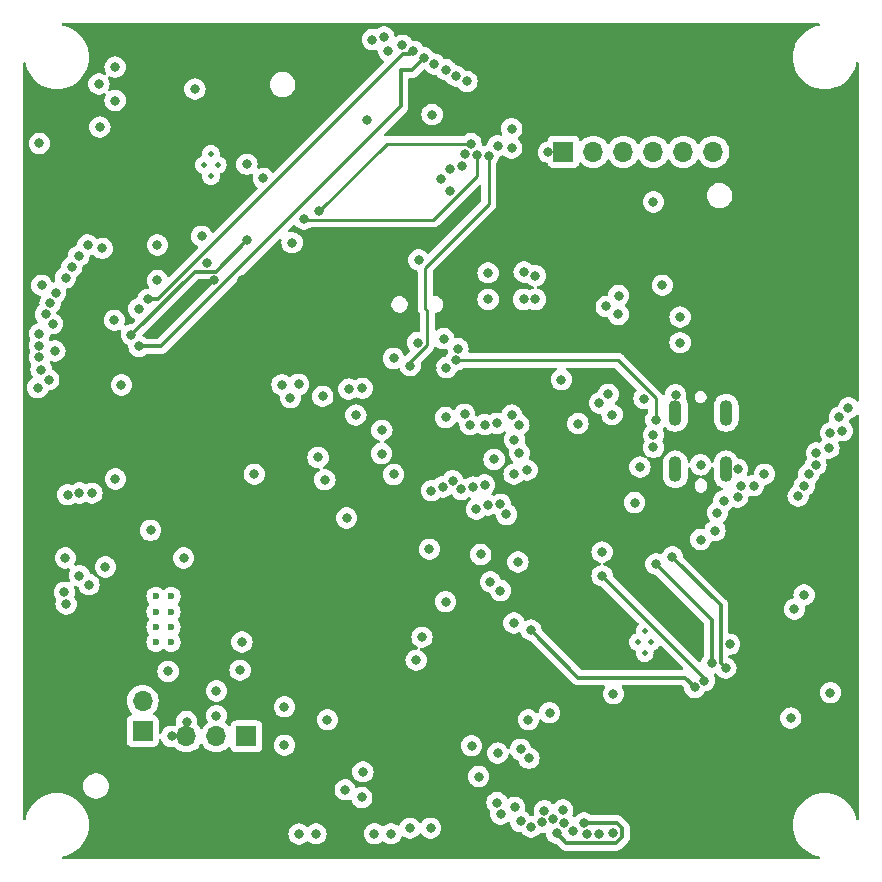
<source format=gbr>
%TF.GenerationSoftware,KiCad,Pcbnew,7.0.7-7.0.7~ubuntu22.04.1*%
%TF.CreationDate,2023-09-13T17:51:59+02:00*%
%TF.ProjectId,ShotClockProject,53686f74-436c-46f6-936b-50726f6a6563,rev?*%
%TF.SameCoordinates,Original*%
%TF.FileFunction,Copper,L3,Inr*%
%TF.FilePolarity,Positive*%
%FSLAX46Y46*%
G04 Gerber Fmt 4.6, Leading zero omitted, Abs format (unit mm)*
G04 Created by KiCad (PCBNEW 7.0.7-7.0.7~ubuntu22.04.1) date 2023-09-13 17:51:59*
%MOMM*%
%LPD*%
G01*
G04 APERTURE LIST*
%TA.AperFunction,ComponentPad*%
%ADD10R,1.700000X1.700000*%
%TD*%
%TA.AperFunction,ComponentPad*%
%ADD11O,1.700000X1.700000*%
%TD*%
%TA.AperFunction,ComponentPad*%
%ADD12C,0.600000*%
%TD*%
%TA.AperFunction,ComponentPad*%
%ADD13C,0.500000*%
%TD*%
%TA.AperFunction,ComponentPad*%
%ADD14O,1.100000X2.200000*%
%TD*%
%TA.AperFunction,ViaPad*%
%ADD15C,0.800000*%
%TD*%
%TA.AperFunction,Conductor*%
%ADD16C,0.300000*%
%TD*%
%TA.AperFunction,Conductor*%
%ADD17C,0.250000*%
%TD*%
G04 APERTURE END LIST*
D10*
%TO.N,GND*%
%TO.C,J3*%
X164380000Y-75500000D03*
D11*
%TO.N,unconnected-(J3-Pin_2-Pad2)*%
X166920000Y-75500000D03*
%TO.N,unconnected-(J3-Pin_3-Pad3)*%
X169460000Y-75500000D03*
%TO.N,/STM32F103RCT6/UART4_RX*%
X172000000Y-75500000D03*
%TO.N,/STM32F103RCT6/UART4_TX*%
X174540000Y-75500000D03*
%TO.N,unconnected-(J3-Pin_6-Pad6)*%
X177080000Y-75500000D03*
%TD*%
D10*
%TO.N,-BATT*%
%TO.C,J5*%
X128750000Y-124540000D03*
D11*
%TO.N,+BATT*%
X128750000Y-122000000D03*
%TD*%
D12*
%TO.N,GND*%
%TO.C,IC1*%
X131165000Y-117030000D03*
X131165000Y-115730000D03*
X131165000Y-114430000D03*
X131165000Y-113130000D03*
X129865000Y-117030000D03*
X129865000Y-115730000D03*
X129865000Y-114430000D03*
X129865000Y-113130000D03*
%TD*%
D13*
%TO.N,GNDPWR*%
%TO.C,U4*%
X133955000Y-76612500D03*
X134530000Y-75662500D03*
X134530000Y-77562500D03*
X135105000Y-76612500D03*
%TD*%
D10*
%TO.N,unconnected-(J6-Pin_1-Pad1)*%
%TO.C,J6*%
X137540000Y-125000000D03*
D11*
%TO.N,/Li-Po Battery and charger/IC_TEMP*%
X135000000Y-125000000D03*
%TO.N,GND*%
X132460000Y-125000000D03*
%TD*%
D14*
%TO.N,GND*%
%TO.C,J1*%
X178150000Y-97600000D03*
X173850000Y-97600000D03*
X178150000Y-102400000D03*
X173850000Y-102400000D03*
%TD*%
D13*
%TO.N,GNDPWR*%
%TO.C,U3*%
X170675000Y-117015000D03*
X171250000Y-116065000D03*
X171250000Y-117965000D03*
X171825000Y-117015000D03*
%TD*%
D15*
%TO.N,+3.3V*%
X162225000Y-111250000D03*
X178950000Y-91050000D03*
X153250000Y-93800000D03*
X134808173Y-86400913D03*
X150296051Y-108414924D03*
X136017798Y-92620674D03*
X164900000Y-96800000D03*
X178950000Y-83400000D03*
X162525000Y-78200000D03*
X176275000Y-81650000D03*
X162175000Y-109525000D03*
X179525000Y-76700000D03*
X154650000Y-110250000D03*
X147893484Y-92264607D03*
X150594503Y-95605498D03*
X137200000Y-86400000D03*
%TO.N,GND*%
X163100000Y-75550000D03*
X126425000Y-71162500D03*
X142000000Y-133275000D03*
X168500000Y-97750000D03*
X144000000Y-96200000D03*
X131200000Y-125000000D03*
X179125000Y-102375000D03*
X165597386Y-98512485D03*
X145900000Y-129525000D03*
X154475000Y-93775000D03*
X172000000Y-79750000D03*
X149000000Y-99075000D03*
X169025000Y-89275000D03*
X163200000Y-123000000D03*
X126352687Y-89764456D03*
X148975000Y-101050000D03*
X151375000Y-132775000D03*
X125325000Y-83675000D03*
X141950000Y-95200000D03*
X147350000Y-95525000D03*
X125125000Y-73412500D03*
X157375000Y-109600000D03*
X126425000Y-68337500D03*
X157200000Y-128400000D03*
X153125000Y-132775000D03*
X173875000Y-96075000D03*
X160000000Y-73553053D03*
X140550000Y-95225000D03*
X158200000Y-111920500D03*
X141250000Y-96325000D03*
X144175000Y-103275000D03*
X153256569Y-72352372D03*
X146025000Y-106500000D03*
X143600000Y-101375000D03*
X143425000Y-133250000D03*
X129425000Y-107550000D03*
X147749509Y-72800000D03*
X150000000Y-102825000D03*
X126949500Y-95250000D03*
X147300000Y-130175000D03*
X153025000Y-109150000D03*
X160525000Y-110225000D03*
X169050000Y-87675000D03*
X149775000Y-133250000D03*
X125050000Y-69762500D03*
X148375000Y-133250000D03*
X160183007Y-115395414D03*
X138975000Y-77762500D03*
X146800000Y-97800000D03*
X132226756Y-109899500D03*
X178450000Y-117200000D03*
X132475000Y-123750000D03*
X137575000Y-76562500D03*
X184750000Y-113025000D03*
X154250000Y-91325000D03*
%TO.N,/STM32F103RCT6/NRST*%
X158000000Y-88000000D03*
X146200000Y-95600000D03*
X158000000Y-85750500D03*
X150000000Y-93000000D03*
%TO.N,+BATT*%
X151909500Y-118550500D03*
X144400000Y-123600000D03*
%TO.N,Net-(D3-A)*%
X186975000Y-121300000D03*
X130900000Y-119500500D03*
X137150500Y-117000000D03*
%TO.N,/Li-Po Battery and charger/Batt_VoltageDivision_out*%
X159043227Y-112650500D03*
X154400000Y-113600000D03*
%TO.N,GNDPWR*%
X138200000Y-102800000D03*
X133739500Y-82650500D03*
X133170500Y-70200000D03*
%TO.N,Net-(D3-K)*%
X122125000Y-112800000D03*
X183624500Y-123449500D03*
%TO.N,Net-(D4-K)*%
X122275000Y-113800000D03*
X183932210Y-114229693D03*
%TO.N,/Li-Po Battery and charger/IC_TEMP*%
X135000000Y-121150500D03*
X135000000Y-123250000D03*
%TO.N,VBUS*%
X176000000Y-102000000D03*
X170850500Y-102200000D03*
X147400000Y-128000000D03*
X137000000Y-119400000D03*
X170400000Y-105200000D03*
X156600000Y-125800000D03*
X171200000Y-96400000D03*
%TO.N,/STM32F103RCT6/SWDIO*%
X162000000Y-86000000D03*
X162000000Y-87999500D03*
%TO.N,/STM32F103RCT6/SWCLK*%
X161051788Y-85683930D03*
X160999500Y-87999500D03*
%TO.N,/STM32F103RCT6/SW_BOOT0*%
X155451178Y-92173236D03*
X152022756Y-91662802D03*
%TO.N,/STM32F103RCT6/button1_in*%
X160600250Y-98600250D03*
X168000000Y-88600000D03*
%TO.N,/STM32F103RCT6/button2_in*%
X160216863Y-99876053D03*
X172750500Y-86800000D03*
%TO.N,/STM32F103RCT6/button3_in*%
X160640442Y-100989942D03*
X164200000Y-94800000D03*
%TO.N,Net-(U5-3A)*%
X174250000Y-91669570D03*
X174250000Y-89500000D03*
%TO.N,/Connectors to segment displays/TIM2_CH2_PWM2_SEG*%
X154000000Y-77800000D03*
X152129977Y-84670023D03*
X160000000Y-75200000D03*
X158816470Y-126416470D03*
X177200000Y-107583258D03*
X160000000Y-97800000D03*
%TO.N,/Connectors to segment displays/TIM2_CH1_PWM1_SEG*%
X176949500Y-118800000D03*
X162756086Y-131291778D03*
X120530089Y-89251783D03*
X124200000Y-112149000D03*
X124450500Y-104408910D03*
X184750500Y-103794641D03*
X161300500Y-102450500D03*
X172200000Y-110400000D03*
X167650500Y-109400000D03*
X155271279Y-69096054D03*
%TO.N,/Connectors to segment displays/DISP2_SEG_DP*%
X172200500Y-98200000D03*
X158798654Y-75002330D03*
X160749055Y-126106310D03*
X134200000Y-84899500D03*
X176000000Y-108332758D03*
X155258108Y-93153914D03*
%TO.N,/Connectors to segment displays/DISP2_SEG_G*%
X158042119Y-75845283D03*
X124099502Y-83400000D03*
X151400000Y-93600000D03*
X161455810Y-126855810D03*
X156000500Y-97743122D03*
X177417792Y-106048044D03*
%TO.N,/Connectors to segment displays/DISP2_SEG_F*%
X123349500Y-84308428D03*
X177933627Y-105066373D03*
X157044351Y-75786416D03*
X142415383Y-81184617D03*
X156471593Y-98624642D03*
X158751000Y-130610857D03*
%TO.N,/Connectors to segment displays/DISP2_SEG_E*%
X122749500Y-85268809D03*
X143682082Y-80549500D03*
X159051758Y-131564036D03*
X157725634Y-98608342D03*
X156549500Y-74815854D03*
X179137144Y-104748765D03*
%TO.N,/Connectors to segment displays/DISP2_SEG_D*%
X160250500Y-131000000D03*
X154800000Y-78800000D03*
X122230192Y-86169730D03*
X158718906Y-98496915D03*
X179400000Y-103784446D03*
X156049500Y-75690103D03*
%TO.N,/Connectors to segment displays/DISP2_SEG_C*%
X180472541Y-103771860D03*
X161625500Y-116000000D03*
X160750075Y-132196549D03*
X125600000Y-110649000D03*
X126449500Y-103200000D03*
X120200000Y-86800000D03*
X175488967Y-120849115D03*
X159552123Y-106200000D03*
X155748211Y-76683930D03*
%TO.N,/Connectors to segment displays/DISP2_SEG_B*%
X161633179Y-132664664D03*
X154800000Y-77000000D03*
X159046229Y-105337981D03*
X167650500Y-111400500D03*
X121390243Y-87450395D03*
X181399500Y-102800000D03*
X176314442Y-120285557D03*
%TO.N,Net-(Q2-G)*%
X140750000Y-125750000D03*
X140750000Y-122500000D03*
%TO.N,/Connectors to segment displays/DISP2_SEG_A*%
X162558347Y-132286419D03*
X141400000Y-83200000D03*
X156200000Y-69549500D03*
X128400000Y-88800000D03*
X120912502Y-88328330D03*
X158000000Y-105400000D03*
X184250500Y-104660291D03*
%TO.N,/Connectors to segment displays/DISP1_SEG_DP*%
X160199999Y-102800000D03*
X173600000Y-109800000D03*
X123400000Y-111399500D03*
X121133099Y-90068184D03*
X185149522Y-102798642D03*
X163505586Y-131967447D03*
X178125000Y-119222830D03*
X123400000Y-104400000D03*
X154434449Y-68549500D03*
%TO.N,/Connectors to segment displays/DISP1_SEG_G*%
X153447576Y-68079235D03*
X164321024Y-131236365D03*
X119999500Y-90916566D03*
X185750500Y-102000000D03*
X122200000Y-109899500D03*
X127800000Y-91000000D03*
X122400000Y-104550500D03*
X156999500Y-105768584D03*
X137600000Y-83000000D03*
%TO.N,/Connectors to segment displays/DISP1_SEG_F*%
X157704395Y-103702295D03*
X120000066Y-91916068D03*
X128450500Y-91976538D03*
X185800000Y-101000000D03*
X152600000Y-67549500D03*
X164450500Y-132293245D03*
%TO.N,/Connectors to segment displays/DISP1_SEG_E*%
X151675946Y-66999500D03*
X165200000Y-133000000D03*
X129200000Y-88000000D03*
X186850500Y-100600000D03*
X121312969Y-92370078D03*
X156723302Y-103893248D03*
%TO.N,/Connectors to segment displays/DISP1_SEG_D*%
X166116095Y-132317314D03*
X186974166Y-99302889D03*
X163800000Y-133200000D03*
X119999500Y-92915760D03*
X155743970Y-104093029D03*
X152400000Y-116600000D03*
X150749500Y-66499500D03*
%TO.N,/Connectors to segment displays/DISP1_SEG_C*%
X120149293Y-93941133D03*
X120002558Y-74802558D03*
X188000499Y-99131607D03*
X154994470Y-103352092D03*
X166400497Y-133275500D03*
X149562118Y-66962118D03*
%TO.N,/Connectors to segment displays/DISP1_SEG_B*%
X187740892Y-97949500D03*
X120800000Y-94800000D03*
X149173789Y-65774743D03*
X167400000Y-133275500D03*
X154148212Y-103883930D03*
%TO.N,/Connectors to segment displays/DISP1_SEG_A*%
X153200000Y-104200000D03*
X188500500Y-97200000D03*
X148200000Y-66000000D03*
X119870023Y-95470023D03*
X168600000Y-133200000D03*
%TO.N,Net-(R1-Pad1)*%
X130000000Y-86400000D03*
X161400000Y-123600000D03*
X168600000Y-121400000D03*
X130000000Y-83400000D03*
%TO.N,/STM32F103RCT6/PWM3_BUZZER*%
X158506018Y-101553009D03*
X154400000Y-98000000D03*
%TO.N,/STM32F103RCT6/USB_CONN_D+*%
X172000000Y-100525000D03*
X167427013Y-96767848D03*
%TO.N,/STM32F103RCT6/USB_CONN_D-*%
X168169477Y-96025384D03*
X172000000Y-99475000D03*
%TD*%
D16*
%TO.N,/Connectors to segment displays/TIM2_CH1_PWM1_SEG*%
X176949500Y-115149500D02*
X176949500Y-118800000D01*
X172200000Y-110400000D02*
X176949500Y-115149500D01*
D17*
%TO.N,/Connectors to segment displays/DISP2_SEG_DP*%
X172200500Y-96375195D02*
X172200500Y-98200000D01*
X168979219Y-93153914D02*
X172200500Y-96375195D01*
X155258108Y-93153914D02*
X168979219Y-93153914D01*
%TO.N,/Connectors to segment displays/DISP2_SEG_G*%
X151400000Y-93600000D02*
X151400000Y-93310863D01*
X152675000Y-88761726D02*
X152675000Y-85325000D01*
X158042119Y-79957881D02*
X158042119Y-75845283D01*
X152856637Y-88943363D02*
X152675000Y-88761726D01*
X152675000Y-85325000D02*
X158042119Y-79957881D01*
X152856637Y-91854226D02*
X152856637Y-88943363D01*
X151400000Y-93310863D02*
X152856637Y-91854226D01*
%TO.N,/Connectors to segment displays/DISP2_SEG_F*%
X157044351Y-77580954D02*
X153350805Y-81274500D01*
X142505266Y-81274500D02*
X142415383Y-81184617D01*
X153350805Y-81274500D02*
X142505266Y-81274500D01*
X157044351Y-75786416D02*
X157044351Y-77580954D01*
%TO.N,/Connectors to segment displays/DISP2_SEG_E*%
X149415728Y-74815854D02*
X143682082Y-80549500D01*
X156549500Y-74815854D02*
X149415728Y-74815854D01*
D16*
%TO.N,/Connectors to segment displays/DISP2_SEG_C*%
X165647048Y-120021548D02*
X161625500Y-116000000D01*
X174661400Y-120021548D02*
X165647048Y-120021548D01*
X175488967Y-120849115D02*
X174661400Y-120021548D01*
%TO.N,/Connectors to segment displays/DISP2_SEG_B*%
X167650500Y-111400500D02*
X176314442Y-120064442D01*
X176314442Y-120064442D02*
X176314442Y-120285557D01*
%TO.N,/Connectors to segment displays/DISP1_SEG_DP*%
X173600000Y-109800000D02*
X177700000Y-113900000D01*
X177700000Y-113900000D02*
X177700000Y-118797830D01*
X177700000Y-118797830D02*
X178125000Y-119222830D01*
%TO.N,/Connectors to segment displays/DISP1_SEG_G*%
X133150500Y-85649500D02*
X127800000Y-91000000D01*
X137600000Y-83000000D02*
X134950500Y-85649500D01*
X134950500Y-85649500D02*
X133150500Y-85649500D01*
%TO.N,/Connectors to segment displays/DISP1_SEG_F*%
X150600000Y-71669747D02*
X150600000Y-68600000D01*
X150600000Y-68600000D02*
X151549500Y-68600000D01*
X128450500Y-91976538D02*
X130293209Y-91976538D01*
X151549500Y-68600000D02*
X152600000Y-67549500D01*
X130293209Y-91976538D02*
X150600000Y-71669747D01*
%TO.N,/Connectors to segment displays/DISP1_SEG_E*%
X130038839Y-88000000D02*
X150789339Y-67249500D01*
X150789339Y-67249500D02*
X151425946Y-67249500D01*
X129200000Y-88000000D02*
X130038839Y-88000000D01*
X151425946Y-67249500D02*
X151675946Y-66999500D01*
%TO.N,/Connectors to segment displays/DISP1_SEG_D*%
X163800000Y-133200000D02*
X164625500Y-134025500D01*
X168917314Y-132317314D02*
X166116095Y-132317314D01*
X169350000Y-132750000D02*
X168917314Y-132317314D01*
X168835161Y-134025500D02*
X169350000Y-133510661D01*
X164625500Y-134025500D02*
X168835161Y-134025500D01*
X169350000Y-133510661D02*
X169350000Y-132750000D01*
%TD*%
%TA.AperFunction,Conductor*%
%TO.N,+3.3V*%
G36*
X134817477Y-86319685D02*
G01*
X134863232Y-86372489D01*
X134873176Y-86441647D01*
X134844151Y-86505203D01*
X134838119Y-86511681D01*
X130060082Y-91289719D01*
X129998759Y-91323204D01*
X129972401Y-91326038D01*
X129127475Y-91326038D01*
X129060436Y-91306353D01*
X129054590Y-91302356D01*
X128903234Y-91192389D01*
X128903229Y-91192386D01*
X128808112Y-91150037D01*
X128754875Y-91104787D01*
X128734554Y-91037938D01*
X128753600Y-90970714D01*
X128770862Y-90949082D01*
X133383626Y-86336319D01*
X133444950Y-86302834D01*
X133471308Y-86300000D01*
X134750438Y-86300000D01*
X134817477Y-86319685D01*
G37*
%TD.AperFunction*%
%TA.AperFunction,Conductor*%
G36*
X186042987Y-64620185D02*
G01*
X186088742Y-64672989D01*
X186098686Y-64742147D01*
X186069661Y-64805703D01*
X186010883Y-64843477D01*
X185998299Y-64846469D01*
X185852547Y-64873178D01*
X185540657Y-64970366D01*
X185540641Y-64970372D01*
X185540639Y-64970373D01*
X185413566Y-65027564D01*
X185242725Y-65104453D01*
X185242723Y-65104454D01*
X184963131Y-65273473D01*
X184705960Y-65474954D01*
X184474954Y-65705960D01*
X184273473Y-65963131D01*
X184188680Y-66103396D01*
X184104455Y-66242721D01*
X184003374Y-66467315D01*
X183970372Y-66540642D01*
X183970366Y-66540657D01*
X183873178Y-66852547D01*
X183814289Y-67173900D01*
X183794564Y-67499999D01*
X183814289Y-67826099D01*
X183873178Y-68147452D01*
X183970366Y-68459342D01*
X183970370Y-68459354D01*
X183970373Y-68459361D01*
X184104455Y-68757279D01*
X184257465Y-69010388D01*
X184273473Y-69036868D01*
X184474954Y-69294039D01*
X184705960Y-69525045D01*
X184963131Y-69726526D01*
X184963134Y-69726528D01*
X184963137Y-69726530D01*
X185242721Y-69895545D01*
X185540639Y-70029627D01*
X185540652Y-70029631D01*
X185540657Y-70029633D01*
X185707799Y-70081716D01*
X185852547Y-70126821D01*
X186173896Y-70185710D01*
X186500000Y-70205436D01*
X186826104Y-70185710D01*
X187147453Y-70126821D01*
X187459361Y-70029627D01*
X187757279Y-69895545D01*
X188036863Y-69726530D01*
X188294036Y-69525048D01*
X188525048Y-69294036D01*
X188726530Y-69036863D01*
X188895545Y-68757279D01*
X189029627Y-68459361D01*
X189126821Y-68147453D01*
X189153529Y-68001706D01*
X189184976Y-67939313D01*
X189245163Y-67903825D01*
X189314981Y-67906510D01*
X189372264Y-67946516D01*
X189398824Y-68011140D01*
X189399499Y-68024057D01*
X189399499Y-96529632D01*
X189379814Y-96596671D01*
X189327010Y-96642426D01*
X189257852Y-96652370D01*
X189194296Y-96623345D01*
X189183349Y-96612605D01*
X189169002Y-96596671D01*
X189106371Y-96527112D01*
X189019849Y-96464250D01*
X188953234Y-96415851D01*
X188953229Y-96415848D01*
X188780307Y-96338857D01*
X188780302Y-96338855D01*
X188612158Y-96303116D01*
X188595146Y-96299500D01*
X188405854Y-96299500D01*
X188388842Y-96303116D01*
X188220697Y-96338855D01*
X188220692Y-96338857D01*
X188047770Y-96415848D01*
X188047765Y-96415851D01*
X187894629Y-96527111D01*
X187767966Y-96667785D01*
X187673321Y-96831715D01*
X187673319Y-96831719D01*
X187621614Y-96990850D01*
X187582176Y-97048525D01*
X187529466Y-97073821D01*
X187461086Y-97088356D01*
X187461084Y-97088357D01*
X187288162Y-97165348D01*
X187288157Y-97165351D01*
X187135021Y-97276611D01*
X187008358Y-97417285D01*
X186913713Y-97581215D01*
X186913710Y-97581222D01*
X186855219Y-97761240D01*
X186855218Y-97761244D01*
X186835432Y-97949500D01*
X186855218Y-98137756D01*
X186855219Y-98137759D01*
X186894661Y-98259149D01*
X186896656Y-98328990D01*
X186860576Y-98388823D01*
X186802511Y-98418757D01*
X186694363Y-98441744D01*
X186694358Y-98441746D01*
X186521436Y-98518737D01*
X186521431Y-98518740D01*
X186368295Y-98630000D01*
X186241632Y-98770674D01*
X186146987Y-98934604D01*
X186146984Y-98934611D01*
X186091064Y-99106716D01*
X186088492Y-99114633D01*
X186068706Y-99302889D01*
X186088492Y-99491145D01*
X186088493Y-99491148D01*
X186146984Y-99671166D01*
X186146987Y-99671173D01*
X186230124Y-99815171D01*
X186246597Y-99883072D01*
X186223744Y-99949098D01*
X186214887Y-99960143D01*
X186117965Y-100067785D01*
X186115463Y-100071230D01*
X186060132Y-100113894D01*
X185990519Y-100119872D01*
X185989367Y-100119632D01*
X185894651Y-100099500D01*
X185894646Y-100099500D01*
X185705354Y-100099500D01*
X185672897Y-100106398D01*
X185520197Y-100138855D01*
X185520192Y-100138857D01*
X185347270Y-100215848D01*
X185347265Y-100215851D01*
X185194129Y-100327111D01*
X185067466Y-100467785D01*
X184972821Y-100631715D01*
X184972818Y-100631722D01*
X184917594Y-100801685D01*
X184914326Y-100811744D01*
X184894540Y-101000000D01*
X184914326Y-101188256D01*
X184914327Y-101188259D01*
X184972821Y-101368285D01*
X184988321Y-101395132D01*
X185004794Y-101463032D01*
X184988321Y-101519132D01*
X184923321Y-101631715D01*
X184923318Y-101631722D01*
X184864827Y-101811740D01*
X184864826Y-101811744D01*
X184860691Y-101851086D01*
X184858203Y-101874760D01*
X184831618Y-101939374D01*
X184785318Y-101975076D01*
X184696792Y-102014490D01*
X184696787Y-102014493D01*
X184543651Y-102125753D01*
X184416988Y-102266427D01*
X184322343Y-102430357D01*
X184322340Y-102430364D01*
X184266536Y-102602112D01*
X184263848Y-102610386D01*
X184249933Y-102742784D01*
X184244062Y-102798642D01*
X184261075Y-102960514D01*
X184248505Y-103029244D01*
X184210640Y-103073793D01*
X184144627Y-103121754D01*
X184017966Y-103262426D01*
X183923321Y-103426356D01*
X183923318Y-103426363D01*
X183872051Y-103584148D01*
X183864826Y-103606385D01*
X183845445Y-103790789D01*
X183818860Y-103855403D01*
X183795010Y-103878145D01*
X183644627Y-103987404D01*
X183517966Y-104128076D01*
X183423321Y-104292006D01*
X183423318Y-104292013D01*
X183366291Y-104467526D01*
X183364826Y-104472035D01*
X183345040Y-104660291D01*
X183364826Y-104848547D01*
X183364827Y-104848550D01*
X183423318Y-105028568D01*
X183423321Y-105028575D01*
X183517967Y-105192507D01*
X183587789Y-105270052D01*
X183644629Y-105333179D01*
X183797765Y-105444439D01*
X183797770Y-105444442D01*
X183970692Y-105521433D01*
X183970697Y-105521435D01*
X184155854Y-105560791D01*
X184155855Y-105560791D01*
X184345144Y-105560791D01*
X184345146Y-105560791D01*
X184530303Y-105521435D01*
X184703230Y-105444442D01*
X184856371Y-105333179D01*
X184983033Y-105192507D01*
X185077679Y-105028575D01*
X185136174Y-104848547D01*
X185155555Y-104664139D01*
X185182138Y-104599528D01*
X185205982Y-104576792D01*
X185356371Y-104467529D01*
X185483033Y-104326857D01*
X185577679Y-104162925D01*
X185636174Y-103982897D01*
X185655960Y-103794641D01*
X185638946Y-103632764D01*
X185651515Y-103564038D01*
X185689380Y-103519489D01*
X185755393Y-103471530D01*
X185882055Y-103330858D01*
X185976701Y-103166926D01*
X186035196Y-102986898D01*
X186041818Y-102923884D01*
X186068401Y-102859270D01*
X186114703Y-102823565D01*
X186203230Y-102784151D01*
X186356371Y-102672888D01*
X186483033Y-102532216D01*
X186577679Y-102368284D01*
X186636174Y-102188256D01*
X186655960Y-102000000D01*
X186636174Y-101811744D01*
X186589399Y-101667785D01*
X186585032Y-101654345D01*
X186583037Y-101584504D01*
X186619117Y-101524671D01*
X186681818Y-101493843D01*
X186728740Y-101494736D01*
X186755854Y-101500500D01*
X186755856Y-101500500D01*
X186945144Y-101500500D01*
X186945146Y-101500500D01*
X187130303Y-101461144D01*
X187303230Y-101384151D01*
X187456371Y-101272888D01*
X187583033Y-101132216D01*
X187677679Y-100968284D01*
X187736174Y-100788256D01*
X187755960Y-100600000D01*
X187736174Y-100411744D01*
X187677679Y-100231716D01*
X187653648Y-100190094D01*
X187637176Y-100122194D01*
X187660029Y-100056168D01*
X187714950Y-100012977D01*
X187784504Y-100006336D01*
X187786783Y-100006798D01*
X187905853Y-100032107D01*
X187905854Y-100032107D01*
X188095143Y-100032107D01*
X188095145Y-100032107D01*
X188280302Y-99992751D01*
X188453229Y-99915758D01*
X188606370Y-99804495D01*
X188733032Y-99663823D01*
X188827678Y-99499891D01*
X188886173Y-99319863D01*
X188905959Y-99131607D01*
X188886173Y-98943351D01*
X188831611Y-98775430D01*
X188827680Y-98763329D01*
X188827679Y-98763328D01*
X188827678Y-98763323D01*
X188733032Y-98599391D01*
X188606370Y-98458719D01*
X188606369Y-98458718D01*
X188601541Y-98454371D01*
X188603474Y-98452224D01*
X188568523Y-98406826D01*
X188562598Y-98337208D01*
X188566178Y-98323609D01*
X188576822Y-98290851D01*
X188619777Y-98158647D01*
X188659215Y-98100973D01*
X188711923Y-98075678D01*
X188780303Y-98061144D01*
X188953230Y-97984151D01*
X189106371Y-97872888D01*
X189183350Y-97787394D01*
X189242836Y-97750746D01*
X189312693Y-97752077D01*
X189370741Y-97790963D01*
X189398551Y-97855060D01*
X189399499Y-97870367D01*
X189399499Y-131975942D01*
X189379814Y-132042981D01*
X189327010Y-132088736D01*
X189257852Y-132098680D01*
X189194296Y-132069655D01*
X189156522Y-132010877D01*
X189153530Y-131998293D01*
X189126821Y-131852547D01*
X189029633Y-131540657D01*
X189029631Y-131540652D01*
X189029627Y-131540639D01*
X188895545Y-131242721D01*
X188726530Y-130963137D01*
X188726528Y-130963134D01*
X188726526Y-130963131D01*
X188525045Y-130705960D01*
X188294039Y-130474954D01*
X188036868Y-130273473D01*
X188019292Y-130262848D01*
X187757279Y-130104455D01*
X187459361Y-129970373D01*
X187459354Y-129970370D01*
X187459342Y-129970366D01*
X187147452Y-129873178D01*
X186826099Y-129814289D01*
X186500000Y-129794564D01*
X186173900Y-129814289D01*
X185852547Y-129873178D01*
X185540657Y-129970366D01*
X185540641Y-129970372D01*
X185540639Y-129970373D01*
X185350933Y-130055752D01*
X185242725Y-130104453D01*
X185242723Y-130104454D01*
X184963131Y-130273473D01*
X184705960Y-130474954D01*
X184474954Y-130705960D01*
X184273473Y-130963131D01*
X184147645Y-131171277D01*
X184108298Y-131236365D01*
X184104454Y-131242723D01*
X184104453Y-131242725D01*
X184082377Y-131291777D01*
X183997647Y-131480040D01*
X183970372Y-131540642D01*
X183970366Y-131540657D01*
X183873178Y-131852547D01*
X183814289Y-132173900D01*
X183794564Y-132500000D01*
X183814289Y-132826099D01*
X183873178Y-133147452D01*
X183970366Y-133459342D01*
X183970370Y-133459354D01*
X183970373Y-133459361D01*
X184104455Y-133757279D01*
X184260775Y-134015863D01*
X184273473Y-134036868D01*
X184474954Y-134294039D01*
X184705960Y-134525045D01*
X184963131Y-134726526D01*
X184963134Y-134726528D01*
X184963137Y-134726530D01*
X185242721Y-134895545D01*
X185540639Y-135029627D01*
X185540652Y-135029631D01*
X185540657Y-135029633D01*
X185805620Y-135112198D01*
X185852547Y-135126821D01*
X186007558Y-135155227D01*
X186069950Y-135186673D01*
X186105438Y-135246859D01*
X186102753Y-135316677D01*
X186062747Y-135373960D01*
X185998123Y-135400521D01*
X185985203Y-135401196D01*
X122023906Y-135399526D01*
X121956867Y-135379840D01*
X121911113Y-135327035D01*
X121901172Y-135257876D01*
X121930198Y-135194321D01*
X121988977Y-135156548D01*
X122001558Y-135153557D01*
X122147453Y-135126821D01*
X122459361Y-135029627D01*
X122757279Y-134895545D01*
X123036863Y-134726530D01*
X123294036Y-134525048D01*
X123525048Y-134294036D01*
X123726530Y-134036863D01*
X123895545Y-133757279D01*
X124029627Y-133459361D01*
X124087076Y-133275000D01*
X141094540Y-133275000D01*
X141114326Y-133463256D01*
X141114327Y-133463259D01*
X141172818Y-133643277D01*
X141172821Y-133643284D01*
X141267467Y-133807216D01*
X141394129Y-133947888D01*
X141547265Y-134059148D01*
X141547270Y-134059151D01*
X141720192Y-134136142D01*
X141720197Y-134136144D01*
X141905354Y-134175500D01*
X141905355Y-134175500D01*
X142094644Y-134175500D01*
X142094646Y-134175500D01*
X142279803Y-134136144D01*
X142452730Y-134059151D01*
X142605871Y-133947888D01*
X142631605Y-133919306D01*
X142691088Y-133882659D01*
X142760945Y-133883988D01*
X142815901Y-133919303D01*
X142819129Y-133922888D01*
X142819130Y-133922889D01*
X142972265Y-134034148D01*
X142972270Y-134034151D01*
X143145192Y-134111142D01*
X143145197Y-134111144D01*
X143330354Y-134150500D01*
X143330355Y-134150500D01*
X143519644Y-134150500D01*
X143519646Y-134150500D01*
X143704803Y-134111144D01*
X143877730Y-134034151D01*
X144030871Y-133922888D01*
X144157533Y-133782216D01*
X144252179Y-133618284D01*
X144310674Y-133438256D01*
X144330460Y-133250000D01*
X147469540Y-133250000D01*
X147489326Y-133438256D01*
X147489327Y-133438259D01*
X147547818Y-133618277D01*
X147547821Y-133618284D01*
X147642467Y-133782216D01*
X147766349Y-133919800D01*
X147769129Y-133922888D01*
X147922265Y-134034148D01*
X147922270Y-134034151D01*
X148095192Y-134111142D01*
X148095197Y-134111144D01*
X148280354Y-134150500D01*
X148280355Y-134150500D01*
X148469644Y-134150500D01*
X148469646Y-134150500D01*
X148654803Y-134111144D01*
X148827730Y-134034151D01*
X148980871Y-133922888D01*
X148982841Y-133920699D01*
X148984300Y-133919800D01*
X148985706Y-133918535D01*
X148985937Y-133918791D01*
X149042325Y-133884045D01*
X149112182Y-133885369D01*
X149164111Y-133918737D01*
X149164294Y-133918535D01*
X149165532Y-133919650D01*
X149167143Y-133920685D01*
X149169117Y-133922877D01*
X149169130Y-133922889D01*
X149322265Y-134034148D01*
X149322270Y-134034151D01*
X149495192Y-134111142D01*
X149495197Y-134111144D01*
X149680354Y-134150500D01*
X149680355Y-134150500D01*
X149869644Y-134150500D01*
X149869646Y-134150500D01*
X150054803Y-134111144D01*
X150227730Y-134034151D01*
X150380871Y-133922888D01*
X150507533Y-133782216D01*
X150602179Y-133618284D01*
X150626114Y-133544618D01*
X150665551Y-133486943D01*
X150729909Y-133459744D01*
X150798755Y-133471658D01*
X150816930Y-133482618D01*
X150922265Y-133559148D01*
X150922270Y-133559151D01*
X151095192Y-133636142D01*
X151095197Y-133636144D01*
X151280354Y-133675500D01*
X151280355Y-133675500D01*
X151469644Y-133675500D01*
X151469646Y-133675500D01*
X151654803Y-133636144D01*
X151827730Y-133559151D01*
X151980871Y-133447888D01*
X152107533Y-133307216D01*
X152142613Y-133246454D01*
X152193179Y-133198240D01*
X152261786Y-133185016D01*
X152326651Y-133210984D01*
X152357385Y-133246453D01*
X152382082Y-133289228D01*
X152392467Y-133307216D01*
X152519129Y-133447888D01*
X152672265Y-133559148D01*
X152672270Y-133559151D01*
X152845192Y-133636142D01*
X152845197Y-133636144D01*
X153030354Y-133675500D01*
X153030355Y-133675500D01*
X153219644Y-133675500D01*
X153219646Y-133675500D01*
X153404803Y-133636144D01*
X153577730Y-133559151D01*
X153730871Y-133447888D01*
X153857533Y-133307216D01*
X153952179Y-133143284D01*
X154010674Y-132963256D01*
X154030460Y-132775000D01*
X154010674Y-132586744D01*
X153952179Y-132406716D01*
X153857533Y-132242784D01*
X153730871Y-132102112D01*
X153730870Y-132102111D01*
X153577734Y-131990851D01*
X153577729Y-131990848D01*
X153404807Y-131913857D01*
X153404802Y-131913855D01*
X153259000Y-131882865D01*
X153219646Y-131874500D01*
X153030354Y-131874500D01*
X152997897Y-131881398D01*
X152845197Y-131913855D01*
X152845192Y-131913857D01*
X152672270Y-131990848D01*
X152672265Y-131990851D01*
X152519129Y-132102111D01*
X152392466Y-132242785D01*
X152357387Y-132303544D01*
X152306820Y-132351760D01*
X152238213Y-132364983D01*
X152173348Y-132339015D01*
X152142613Y-132303544D01*
X152121087Y-132266260D01*
X152107533Y-132242784D01*
X151980871Y-132102112D01*
X151980870Y-132102111D01*
X151827734Y-131990851D01*
X151827729Y-131990848D01*
X151654807Y-131913857D01*
X151654802Y-131913855D01*
X151509001Y-131882865D01*
X151469646Y-131874500D01*
X151280354Y-131874500D01*
X151247897Y-131881398D01*
X151095197Y-131913855D01*
X151095192Y-131913857D01*
X150922270Y-131990848D01*
X150922265Y-131990851D01*
X150769129Y-132102111D01*
X150642466Y-132242785D01*
X150547821Y-132406715D01*
X150547819Y-132406719D01*
X150523885Y-132480382D01*
X150484447Y-132538057D01*
X150420088Y-132565255D01*
X150351242Y-132553340D01*
X150333069Y-132542381D01*
X150227734Y-132465851D01*
X150227729Y-132465848D01*
X150054807Y-132388857D01*
X150054802Y-132388855D01*
X149909000Y-132357865D01*
X149869646Y-132349500D01*
X149680354Y-132349500D01*
X149647897Y-132356398D01*
X149495197Y-132388855D01*
X149495192Y-132388857D01*
X149322270Y-132465848D01*
X149322265Y-132465851D01*
X149169135Y-132577106D01*
X149169122Y-132577117D01*
X149167144Y-132579315D01*
X149165683Y-132580214D01*
X149164305Y-132581456D01*
X149164077Y-132581203D01*
X149107655Y-132615960D01*
X149037798Y-132614625D01*
X148985875Y-132581255D01*
X148985695Y-132581456D01*
X148984467Y-132580350D01*
X148982856Y-132579315D01*
X148980877Y-132577117D01*
X148980864Y-132577106D01*
X148827734Y-132465851D01*
X148827729Y-132465848D01*
X148654807Y-132388857D01*
X148654802Y-132388855D01*
X148509001Y-132357865D01*
X148469646Y-132349500D01*
X148280354Y-132349500D01*
X148247897Y-132356398D01*
X148095197Y-132388855D01*
X148095192Y-132388857D01*
X147922270Y-132465848D01*
X147922265Y-132465851D01*
X147769129Y-132577111D01*
X147642466Y-132717785D01*
X147547821Y-132881715D01*
X147547818Y-132881722D01*
X147494689Y-133045237D01*
X147489326Y-133061744D01*
X147469540Y-133250000D01*
X144330460Y-133250000D01*
X144310674Y-133061744D01*
X144252179Y-132881716D01*
X144157533Y-132717784D01*
X144030871Y-132577112D01*
X144030863Y-132577106D01*
X143877734Y-132465851D01*
X143877729Y-132465848D01*
X143704807Y-132388857D01*
X143704802Y-132388855D01*
X143559001Y-132357865D01*
X143519646Y-132349500D01*
X143330354Y-132349500D01*
X143297897Y-132356398D01*
X143145197Y-132388855D01*
X143145192Y-132388857D01*
X142972270Y-132465848D01*
X142972265Y-132465851D01*
X142819135Y-132577106D01*
X142819127Y-132577113D01*
X142793392Y-132605694D01*
X142733904Y-132642341D01*
X142664047Y-132641010D01*
X142609092Y-132605690D01*
X142605871Y-132602112D01*
X142605870Y-132602111D01*
X142605869Y-132602110D01*
X142452734Y-132490851D01*
X142452729Y-132490848D01*
X142279807Y-132413857D01*
X142279802Y-132413855D01*
X142134001Y-132382865D01*
X142094646Y-132374500D01*
X141905354Y-132374500D01*
X141872897Y-132381398D01*
X141720197Y-132413855D01*
X141720192Y-132413857D01*
X141547270Y-132490848D01*
X141547265Y-132490851D01*
X141394129Y-132602111D01*
X141267466Y-132742785D01*
X141172821Y-132906715D01*
X141172818Y-132906722D01*
X141125139Y-133053464D01*
X141114326Y-133086744D01*
X141094540Y-133275000D01*
X124087076Y-133275000D01*
X124126821Y-133147453D01*
X124185710Y-132826104D01*
X124205436Y-132500000D01*
X124185710Y-132173896D01*
X124126821Y-131852547D01*
X124099280Y-131764164D01*
X124029633Y-131540657D01*
X124029631Y-131540652D01*
X124029627Y-131540639D01*
X123895545Y-131242721D01*
X123726530Y-130963137D01*
X123726528Y-130963134D01*
X123726526Y-130963131D01*
X123525045Y-130705960D01*
X123294039Y-130474954D01*
X123036868Y-130273473D01*
X123019292Y-130262848D01*
X122757279Y-130104455D01*
X122459361Y-129970373D01*
X122459354Y-129970370D01*
X122459342Y-129970366D01*
X122147452Y-129873178D01*
X121826099Y-129814289D01*
X121500000Y-129794564D01*
X121173900Y-129814289D01*
X120852547Y-129873178D01*
X120540657Y-129970366D01*
X120540641Y-129970372D01*
X120540639Y-129970373D01*
X120350933Y-130055752D01*
X120242725Y-130104453D01*
X120242723Y-130104454D01*
X119963131Y-130273473D01*
X119705960Y-130474954D01*
X119474954Y-130705960D01*
X119273473Y-130963131D01*
X119147645Y-131171277D01*
X119108298Y-131236365D01*
X119104454Y-131242723D01*
X119104453Y-131242725D01*
X119082377Y-131291777D01*
X118997647Y-131480040D01*
X118970372Y-131540642D01*
X118970366Y-131540657D01*
X118873178Y-131852547D01*
X118846469Y-131998299D01*
X118815023Y-132060692D01*
X118754836Y-132096180D01*
X118685018Y-132093495D01*
X118627735Y-132053489D01*
X118601175Y-131988865D01*
X118600500Y-131975948D01*
X118600500Y-129200000D01*
X123718888Y-129200000D01*
X123737295Y-129398649D01*
X123737295Y-129398651D01*
X123737296Y-129398654D01*
X123791893Y-129590543D01*
X123791894Y-129590546D01*
X123880816Y-129769126D01*
X123880821Y-129769134D01*
X124001048Y-129928339D01*
X124001049Y-129928340D01*
X124148484Y-130062746D01*
X124318107Y-130167772D01*
X124504140Y-130239841D01*
X124700248Y-130276500D01*
X124700250Y-130276500D01*
X124899750Y-130276500D01*
X124899752Y-130276500D01*
X125095860Y-130239841D01*
X125281893Y-130167772D01*
X125451516Y-130062746D01*
X125598951Y-129928340D01*
X125719180Y-129769132D01*
X125808107Y-129590543D01*
X125826756Y-129525000D01*
X144994540Y-129525000D01*
X145014326Y-129713256D01*
X145014327Y-129713259D01*
X145072818Y-129893277D01*
X145072821Y-129893284D01*
X145167467Y-130057216D01*
X145294128Y-130197888D01*
X145294129Y-130197888D01*
X145447265Y-130309148D01*
X145447270Y-130309151D01*
X145620192Y-130386142D01*
X145620197Y-130386144D01*
X145805354Y-130425500D01*
X145805355Y-130425500D01*
X145994644Y-130425500D01*
X145994646Y-130425500D01*
X146179803Y-130386144D01*
X146265374Y-130348044D01*
X146334622Y-130338759D01*
X146397899Y-130368387D01*
X146433740Y-130423006D01*
X146472818Y-130543278D01*
X146472821Y-130543284D01*
X146567467Y-130707216D01*
X146661581Y-130811740D01*
X146694129Y-130847888D01*
X146847265Y-130959148D01*
X146847270Y-130959151D01*
X147020192Y-131036142D01*
X147020197Y-131036144D01*
X147205354Y-131075500D01*
X147205355Y-131075500D01*
X147394644Y-131075500D01*
X147394646Y-131075500D01*
X147579803Y-131036144D01*
X147752730Y-130959151D01*
X147905871Y-130847888D01*
X148032533Y-130707216D01*
X148088166Y-130610857D01*
X157845540Y-130610857D01*
X157865326Y-130799113D01*
X157865327Y-130799116D01*
X157923818Y-130979134D01*
X157923821Y-130979141D01*
X158018467Y-131143073D01*
X158059150Y-131188256D01*
X158135631Y-131273197D01*
X158165861Y-131336188D01*
X158165139Y-131369146D01*
X158166763Y-131369317D01*
X158148757Y-131540639D01*
X158146298Y-131564036D01*
X158166084Y-131752292D01*
X158166085Y-131752295D01*
X158224576Y-131932313D01*
X158224579Y-131932320D01*
X158319225Y-132096252D01*
X158389140Y-132173900D01*
X158445887Y-132236924D01*
X158599023Y-132348184D01*
X158599028Y-132348187D01*
X158771950Y-132425178D01*
X158771955Y-132425180D01*
X158957112Y-132464536D01*
X158957113Y-132464536D01*
X159146402Y-132464536D01*
X159146404Y-132464536D01*
X159331561Y-132425180D01*
X159504488Y-132348187D01*
X159657629Y-132236924D01*
X159657631Y-132236920D01*
X159661535Y-132234085D01*
X159727342Y-132210605D01*
X159795396Y-132226430D01*
X159844091Y-132276536D01*
X159857740Y-132321437D01*
X159864401Y-132384805D01*
X159864402Y-132384808D01*
X159922893Y-132564826D01*
X159922896Y-132564833D01*
X160017542Y-132728765D01*
X160092220Y-132811703D01*
X160144204Y-132869437D01*
X160297340Y-132980697D01*
X160297345Y-132980700D01*
X160470267Y-133057691D01*
X160470272Y-133057693D01*
X160655429Y-133097049D01*
X160771417Y-133097049D01*
X160838456Y-133116734D01*
X160878804Y-133159049D01*
X160900644Y-133196878D01*
X161027308Y-133337552D01*
X161180444Y-133448812D01*
X161180449Y-133448815D01*
X161353371Y-133525806D01*
X161353376Y-133525808D01*
X161538533Y-133565164D01*
X161538534Y-133565164D01*
X161727823Y-133565164D01*
X161727825Y-133565164D01*
X161912982Y-133525808D01*
X162085909Y-133448815D01*
X162239050Y-133337552D01*
X162341078Y-133224237D01*
X162400563Y-133187590D01*
X162459010Y-133185922D01*
X162463701Y-133186919D01*
X162463703Y-133186919D01*
X162652991Y-133186919D01*
X162652993Y-133186919D01*
X162753211Y-133165617D01*
X162822877Y-133170933D01*
X162878611Y-133213070D01*
X162902311Y-133273944D01*
X162914326Y-133388256D01*
X162914327Y-133388259D01*
X162972818Y-133568277D01*
X162972821Y-133568284D01*
X163067467Y-133732216D01*
X163190542Y-133868904D01*
X163194129Y-133872888D01*
X163347265Y-133984148D01*
X163347270Y-133984151D01*
X163520192Y-134061142D01*
X163520197Y-134061144D01*
X163705354Y-134100500D01*
X163729192Y-134100500D01*
X163796231Y-134120185D01*
X163816873Y-134136819D01*
X164105064Y-134425010D01*
X164115135Y-134437580D01*
X164115322Y-134437426D01*
X164120296Y-134443437D01*
X164120298Y-134443440D01*
X164139754Y-134461710D01*
X164172743Y-134492690D01*
X164194467Y-134514413D01*
X164200257Y-134518905D01*
X164204697Y-134522697D01*
X164229421Y-134545913D01*
X164240107Y-134555948D01*
X164250084Y-134561433D01*
X164258705Y-134566172D01*
X164274970Y-134576857D01*
X164291732Y-134589860D01*
X164291735Y-134589861D01*
X164291736Y-134589862D01*
X164336323Y-134609156D01*
X164341559Y-134611721D01*
X164384132Y-134635127D01*
X164399840Y-134639159D01*
X164404686Y-134640404D01*
X164423098Y-134646707D01*
X164442573Y-134655135D01*
X164490571Y-134662737D01*
X164496240Y-134663911D01*
X164543323Y-134676000D01*
X164564551Y-134676000D01*
X164583948Y-134677526D01*
X164604903Y-134680845D01*
X164604904Y-134680846D01*
X164604904Y-134680845D01*
X164604905Y-134680846D01*
X164653260Y-134676275D01*
X164659099Y-134676000D01*
X168749656Y-134676000D01*
X168765666Y-134677767D01*
X168765689Y-134677526D01*
X168773450Y-134678258D01*
X168773457Y-134678260D01*
X168845364Y-134676000D01*
X168876086Y-134676000D01*
X168883351Y-134675081D01*
X168889177Y-134674622D01*
X168937730Y-134673097D01*
X168958117Y-134667173D01*
X168977157Y-134663231D01*
X168998219Y-134660571D01*
X169043396Y-134642683D01*
X169048896Y-134640800D01*
X169095559Y-134627244D01*
X169113826Y-134616439D01*
X169131297Y-134607880D01*
X169151032Y-134600068D01*
X169190338Y-134571510D01*
X169195204Y-134568313D01*
X169237026Y-134543581D01*
X169252031Y-134528575D01*
X169266829Y-134515936D01*
X169283998Y-134503463D01*
X169314970Y-134466022D01*
X169318884Y-134461721D01*
X169749513Y-134031092D01*
X169762079Y-134021026D01*
X169761925Y-134020839D01*
X169767937Y-134015865D01*
X169767937Y-134015864D01*
X169767940Y-134015863D01*
X169817190Y-133963416D01*
X169838911Y-133941696D01*
X169843401Y-133935906D01*
X169847183Y-133931476D01*
X169880448Y-133896054D01*
X169890674Y-133877451D01*
X169901353Y-133861194D01*
X169914362Y-133844425D01*
X169933656Y-133799836D01*
X169936212Y-133794617D01*
X169959627Y-133752029D01*
X169964905Y-133731467D01*
X169971207Y-133713060D01*
X169979635Y-133693588D01*
X169987233Y-133645614D01*
X169988414Y-133639908D01*
X170000500Y-133592838D01*
X170000500Y-133571610D01*
X170002027Y-133552210D01*
X170003229Y-133544619D01*
X170005346Y-133531256D01*
X170000775Y-133482899D01*
X170000500Y-133477061D01*
X170000500Y-132835501D01*
X170002268Y-132819488D01*
X170002026Y-132819466D01*
X170002758Y-132811710D01*
X170002760Y-132811703D01*
X170000500Y-132739795D01*
X170000500Y-132709075D01*
X169999579Y-132701788D01*
X169999122Y-132695979D01*
X169998672Y-132681652D01*
X169997597Y-132647430D01*
X169991676Y-132627052D01*
X169987731Y-132608003D01*
X169985071Y-132586942D01*
X169967186Y-132541772D01*
X169965297Y-132536252D01*
X169952107Y-132490851D01*
X169951744Y-132489601D01*
X169940939Y-132471332D01*
X169932379Y-132453858D01*
X169931351Y-132451262D01*
X169924568Y-132434129D01*
X169896014Y-132394828D01*
X169892810Y-132389950D01*
X169892162Y-132388855D01*
X169868081Y-132348135D01*
X169853074Y-132333128D01*
X169840435Y-132318330D01*
X169827961Y-132301160D01*
X169790528Y-132270194D01*
X169786206Y-132266260D01*
X169437748Y-131917802D01*
X169427675Y-131905228D01*
X169427488Y-131905384D01*
X169422515Y-131899373D01*
X169370070Y-131850124D01*
X169348349Y-131828403D01*
X169342554Y-131823908D01*
X169338112Y-131820113D01*
X169302710Y-131786868D01*
X169302702Y-131786862D01*
X169284106Y-131776639D01*
X169267845Y-131765958D01*
X169251077Y-131752951D01*
X169227609Y-131742796D01*
X169206492Y-131733657D01*
X169201270Y-131731100D01*
X169158682Y-131707687D01*
X169158679Y-131707686D01*
X169138115Y-131702406D01*
X169119710Y-131696104D01*
X169100241Y-131687679D01*
X169100235Y-131687677D01*
X169052265Y-131680080D01*
X169046550Y-131678896D01*
X169030086Y-131674669D01*
X168999494Y-131666814D01*
X168999491Y-131666814D01*
X168978269Y-131666814D01*
X168958869Y-131665287D01*
X168937910Y-131661967D01*
X168937909Y-131661967D01*
X168914100Y-131664217D01*
X168889544Y-131666539D01*
X168883706Y-131666814D01*
X166793070Y-131666814D01*
X166726031Y-131647129D01*
X166720185Y-131643132D01*
X166568829Y-131533165D01*
X166568824Y-131533162D01*
X166395902Y-131456171D01*
X166395897Y-131456169D01*
X166247470Y-131424621D01*
X166210741Y-131416814D01*
X166021449Y-131416814D01*
X165988992Y-131423712D01*
X165836292Y-131456169D01*
X165836287Y-131456171D01*
X165663365Y-131533162D01*
X165663360Y-131533165D01*
X165510224Y-131644425D01*
X165384047Y-131784559D01*
X165324560Y-131821208D01*
X165254703Y-131819877D01*
X165196655Y-131780991D01*
X165184509Y-131763585D01*
X165183034Y-131761031D01*
X165183029Y-131761023D01*
X165167022Y-131743246D01*
X165136792Y-131680255D01*
X165145417Y-131610920D01*
X165145894Y-131609835D01*
X165148199Y-131604655D01*
X165148203Y-131604649D01*
X165206698Y-131424621D01*
X165226484Y-131236365D01*
X165206698Y-131048109D01*
X165148203Y-130868081D01*
X165053557Y-130704149D01*
X164926895Y-130563477D01*
X164899102Y-130543284D01*
X164773758Y-130452216D01*
X164773753Y-130452213D01*
X164600831Y-130375222D01*
X164600826Y-130375220D01*
X164429285Y-130338759D01*
X164415670Y-130335865D01*
X164226378Y-130335865D01*
X164212763Y-130338759D01*
X164041221Y-130375220D01*
X164041216Y-130375222D01*
X163868294Y-130452213D01*
X163868289Y-130452216D01*
X163715153Y-130563476D01*
X163715152Y-130563477D01*
X163605756Y-130684973D01*
X163546270Y-130721621D01*
X163476413Y-130720290D01*
X163421458Y-130684973D01*
X163361957Y-130618890D01*
X163361956Y-130618889D01*
X163208820Y-130507629D01*
X163208815Y-130507626D01*
X163035893Y-130430635D01*
X163035888Y-130430633D01*
X162890087Y-130399643D01*
X162850732Y-130391278D01*
X162661440Y-130391278D01*
X162628983Y-130398176D01*
X162476283Y-130430633D01*
X162476278Y-130430635D01*
X162303356Y-130507626D01*
X162303351Y-130507629D01*
X162150215Y-130618889D01*
X162023552Y-130759563D01*
X161928907Y-130923493D01*
X161928904Y-130923500D01*
X161879517Y-131075500D01*
X161870412Y-131103522D01*
X161850626Y-131291778D01*
X161864588Y-131424621D01*
X161870412Y-131480034D01*
X161870414Y-131480040D01*
X161901923Y-131577017D01*
X161903918Y-131646858D01*
X161876142Y-131698306D01*
X161850448Y-131726842D01*
X161790961Y-131763491D01*
X161732523Y-131765162D01*
X161727827Y-131764164D01*
X161727825Y-131764164D01*
X161611837Y-131764164D01*
X161544798Y-131744479D01*
X161504450Y-131702164D01*
X161482609Y-131664334D01*
X161355945Y-131523660D01*
X161202810Y-131412401D01*
X161202807Y-131412399D01*
X161202805Y-131412398D01*
X161182963Y-131403564D01*
X161129729Y-131358313D01*
X161109409Y-131291464D01*
X161115471Y-131251970D01*
X161136174Y-131188256D01*
X161155960Y-131000000D01*
X161136174Y-130811744D01*
X161077679Y-130631716D01*
X160983033Y-130467784D01*
X160856371Y-130327112D01*
X160789702Y-130278674D01*
X160703234Y-130215851D01*
X160703229Y-130215848D01*
X160530307Y-130138857D01*
X160530302Y-130138855D01*
X160384500Y-130107865D01*
X160345146Y-130099500D01*
X160155854Y-130099500D01*
X160123397Y-130106398D01*
X159970697Y-130138855D01*
X159970692Y-130138857D01*
X159797770Y-130215848D01*
X159797766Y-130215851D01*
X159743613Y-130255195D01*
X159677807Y-130278674D01*
X159609753Y-130262848D01*
X159563343Y-130216877D01*
X159483533Y-130078641D01*
X159356871Y-129937969D01*
X159343618Y-129928340D01*
X159203734Y-129826708D01*
X159203729Y-129826705D01*
X159030807Y-129749714D01*
X159030802Y-129749712D01*
X158885001Y-129718722D01*
X158845646Y-129710357D01*
X158656354Y-129710357D01*
X158623897Y-129717255D01*
X158471197Y-129749712D01*
X158471192Y-129749714D01*
X158298270Y-129826705D01*
X158298265Y-129826708D01*
X158145129Y-129937968D01*
X158018466Y-130078642D01*
X157923821Y-130242572D01*
X157923818Y-130242579D01*
X157865327Y-130422597D01*
X157865326Y-130422601D01*
X157845540Y-130610857D01*
X148088166Y-130610857D01*
X148127179Y-130543284D01*
X148185674Y-130363256D01*
X148205460Y-130175000D01*
X148185674Y-129986744D01*
X148127179Y-129806716D01*
X148032533Y-129642784D01*
X147905871Y-129502112D01*
X147905870Y-129502111D01*
X147752734Y-129390851D01*
X147752729Y-129390848D01*
X147579807Y-129313857D01*
X147579802Y-129313855D01*
X147434000Y-129282865D01*
X147394646Y-129274500D01*
X147205354Y-129274500D01*
X147172897Y-129281398D01*
X147020197Y-129313855D01*
X146934625Y-129351955D01*
X146865375Y-129361239D01*
X146802099Y-129331611D01*
X146766260Y-129276994D01*
X146727179Y-129156716D01*
X146632533Y-128992784D01*
X146505871Y-128852112D01*
X146505870Y-128852111D01*
X146352734Y-128740851D01*
X146352729Y-128740848D01*
X146179807Y-128663857D01*
X146179802Y-128663855D01*
X146024591Y-128630865D01*
X145994646Y-128624500D01*
X145805354Y-128624500D01*
X145775409Y-128630865D01*
X145620197Y-128663855D01*
X145620192Y-128663857D01*
X145447270Y-128740848D01*
X145447265Y-128740851D01*
X145294129Y-128852111D01*
X145167466Y-128992785D01*
X145072821Y-129156715D01*
X145072818Y-129156722D01*
X145021762Y-129313857D01*
X145014326Y-129336744D01*
X144994540Y-129525000D01*
X125826756Y-129525000D01*
X125862704Y-129398654D01*
X125881112Y-129200000D01*
X125862704Y-129001346D01*
X125808107Y-128809457D01*
X125735607Y-128663857D01*
X125719183Y-128630873D01*
X125719178Y-128630865D01*
X125598951Y-128471660D01*
X125520343Y-128399999D01*
X125451516Y-128337254D01*
X125451513Y-128337252D01*
X125451512Y-128337251D01*
X125281898Y-128232231D01*
X125281891Y-128232227D01*
X125168387Y-128188256D01*
X125095860Y-128160159D01*
X124899752Y-128123500D01*
X124700248Y-128123500D01*
X124504140Y-128160159D01*
X124504137Y-128160159D01*
X124504137Y-128160160D01*
X124318108Y-128232227D01*
X124318101Y-128232231D01*
X124148487Y-128337251D01*
X124001048Y-128471660D01*
X123880821Y-128630865D01*
X123880816Y-128630873D01*
X123791894Y-128809453D01*
X123737295Y-129001350D01*
X123718888Y-129199999D01*
X123718888Y-129200000D01*
X118600500Y-129200000D01*
X118600500Y-128000000D01*
X146494540Y-128000000D01*
X146514326Y-128188256D01*
X146514327Y-128188259D01*
X146572818Y-128368277D01*
X146572821Y-128368284D01*
X146667467Y-128532216D01*
X146785996Y-128663855D01*
X146794129Y-128672888D01*
X146947265Y-128784148D01*
X146947270Y-128784151D01*
X147120192Y-128861142D01*
X147120197Y-128861144D01*
X147305354Y-128900500D01*
X147305355Y-128900500D01*
X147494644Y-128900500D01*
X147494646Y-128900500D01*
X147679803Y-128861144D01*
X147852730Y-128784151D01*
X148005871Y-128672888D01*
X148132533Y-128532216D01*
X148208868Y-128400000D01*
X156294540Y-128400000D01*
X156314326Y-128588256D01*
X156314327Y-128588259D01*
X156372818Y-128768277D01*
X156372821Y-128768284D01*
X156467467Y-128932216D01*
X156529716Y-129001350D01*
X156594129Y-129072888D01*
X156747265Y-129184148D01*
X156747270Y-129184151D01*
X156920192Y-129261142D01*
X156920197Y-129261144D01*
X157105354Y-129300500D01*
X157105355Y-129300500D01*
X157294644Y-129300500D01*
X157294646Y-129300500D01*
X157479803Y-129261144D01*
X157652730Y-129184151D01*
X157805871Y-129072888D01*
X157932533Y-128932216D01*
X158027179Y-128768284D01*
X158085674Y-128588256D01*
X158105460Y-128400000D01*
X158085674Y-128211744D01*
X158027179Y-128031716D01*
X157932533Y-127867784D01*
X157805871Y-127727112D01*
X157791887Y-127716952D01*
X157652734Y-127615851D01*
X157652729Y-127615848D01*
X157479807Y-127538857D01*
X157479802Y-127538855D01*
X157334001Y-127507865D01*
X157294646Y-127499500D01*
X157105354Y-127499500D01*
X157072897Y-127506398D01*
X156920197Y-127538855D01*
X156920192Y-127538857D01*
X156747270Y-127615848D01*
X156747265Y-127615851D01*
X156594129Y-127727111D01*
X156467466Y-127867785D01*
X156372821Y-128031715D01*
X156372818Y-128031722D01*
X156314327Y-128211740D01*
X156314326Y-128211744D01*
X156294540Y-128400000D01*
X148208868Y-128400000D01*
X148227179Y-128368284D01*
X148285674Y-128188256D01*
X148305460Y-128000000D01*
X148285674Y-127811744D01*
X148227179Y-127631716D01*
X148132533Y-127467784D01*
X148005871Y-127327112D01*
X147937743Y-127277614D01*
X147852734Y-127215851D01*
X147852729Y-127215848D01*
X147679807Y-127138857D01*
X147679802Y-127138855D01*
X147534000Y-127107865D01*
X147494646Y-127099500D01*
X147305354Y-127099500D01*
X147272897Y-127106398D01*
X147120197Y-127138855D01*
X147120192Y-127138857D01*
X146947270Y-127215848D01*
X146947265Y-127215851D01*
X146794129Y-127327111D01*
X146667466Y-127467785D01*
X146572821Y-127631715D01*
X146572818Y-127631722D01*
X146514327Y-127811740D01*
X146514326Y-127811744D01*
X146494540Y-128000000D01*
X118600500Y-128000000D01*
X118600500Y-122000000D01*
X127394341Y-122000000D01*
X127414936Y-122235403D01*
X127414938Y-122235413D01*
X127476094Y-122463655D01*
X127476096Y-122463659D01*
X127476097Y-122463663D01*
X127570145Y-122665348D01*
X127575965Y-122677830D01*
X127575967Y-122677834D01*
X127645132Y-122776611D01*
X127711501Y-122871396D01*
X127711506Y-122871402D01*
X127833430Y-122993326D01*
X127866915Y-123054649D01*
X127861931Y-123124341D01*
X127820059Y-123180274D01*
X127789083Y-123197189D01*
X127657669Y-123246203D01*
X127657664Y-123246206D01*
X127542455Y-123332452D01*
X127542452Y-123332455D01*
X127456206Y-123447664D01*
X127456202Y-123447671D01*
X127405908Y-123582517D01*
X127399501Y-123642116D01*
X127399501Y-123642123D01*
X127399500Y-123642135D01*
X127399500Y-125437870D01*
X127399501Y-125437876D01*
X127405908Y-125497483D01*
X127456202Y-125632328D01*
X127456206Y-125632335D01*
X127542452Y-125747544D01*
X127542455Y-125747547D01*
X127657664Y-125833793D01*
X127657671Y-125833797D01*
X127792517Y-125884091D01*
X127792516Y-125884091D01*
X127799444Y-125884835D01*
X127852127Y-125890500D01*
X129647872Y-125890499D01*
X129707483Y-125884091D01*
X129842331Y-125833796D01*
X129957546Y-125747546D01*
X130043796Y-125632331D01*
X130094091Y-125497483D01*
X130100500Y-125437873D01*
X130100499Y-125313069D01*
X130120183Y-125246033D01*
X130172987Y-125200278D01*
X130242145Y-125190334D01*
X130305701Y-125219358D01*
X130342430Y-125274753D01*
X130372819Y-125368280D01*
X130372821Y-125368284D01*
X130467467Y-125532216D01*
X130557602Y-125632321D01*
X130594129Y-125672888D01*
X130747265Y-125784148D01*
X130747270Y-125784151D01*
X130920192Y-125861142D01*
X130920197Y-125861144D01*
X131105354Y-125900500D01*
X131105355Y-125900500D01*
X131294643Y-125900500D01*
X131294646Y-125900500D01*
X131357412Y-125887158D01*
X131427074Y-125892473D01*
X131470870Y-125920767D01*
X131588599Y-126038495D01*
X131685384Y-126106265D01*
X131782165Y-126174032D01*
X131782167Y-126174033D01*
X131782170Y-126174035D01*
X131996337Y-126273903D01*
X132224592Y-126335063D01*
X132401034Y-126350500D01*
X132459999Y-126355659D01*
X132460000Y-126355659D01*
X132460001Y-126355659D01*
X132518966Y-126350500D01*
X132695408Y-126335063D01*
X132923663Y-126273903D01*
X133137830Y-126174035D01*
X133331401Y-126038495D01*
X133498495Y-125871401D01*
X133628424Y-125685842D01*
X133683002Y-125642217D01*
X133752500Y-125635023D01*
X133814855Y-125666546D01*
X133831575Y-125685842D01*
X133954322Y-125861144D01*
X133961505Y-125871401D01*
X134128599Y-126038495D01*
X134225384Y-126106265D01*
X134322165Y-126174032D01*
X134322167Y-126174033D01*
X134322170Y-126174035D01*
X134536337Y-126273903D01*
X134764592Y-126335063D01*
X134941034Y-126350500D01*
X134999999Y-126355659D01*
X135000000Y-126355659D01*
X135000001Y-126355659D01*
X135058966Y-126350500D01*
X135235408Y-126335063D01*
X135463663Y-126273903D01*
X135677830Y-126174035D01*
X135871401Y-126038495D01*
X135993329Y-125916566D01*
X136054648Y-125883084D01*
X136124340Y-125888068D01*
X136180274Y-125929939D01*
X136197189Y-125960917D01*
X136246202Y-126092328D01*
X136246206Y-126092335D01*
X136332452Y-126207544D01*
X136332455Y-126207547D01*
X136447664Y-126293793D01*
X136447671Y-126293797D01*
X136582517Y-126344091D01*
X136582516Y-126344091D01*
X136589444Y-126344835D01*
X136642127Y-126350500D01*
X138437872Y-126350499D01*
X138497483Y-126344091D01*
X138632331Y-126293796D01*
X138747546Y-126207546D01*
X138833796Y-126092331D01*
X138884091Y-125957483D01*
X138890500Y-125897873D01*
X138890500Y-125750000D01*
X139844540Y-125750000D01*
X139864326Y-125938256D01*
X139864327Y-125938259D01*
X139922818Y-126118277D01*
X139922821Y-126118284D01*
X140017467Y-126282216D01*
X140083596Y-126355659D01*
X140144129Y-126422888D01*
X140297265Y-126534148D01*
X140297270Y-126534151D01*
X140470192Y-126611142D01*
X140470197Y-126611144D01*
X140655354Y-126650500D01*
X140655355Y-126650500D01*
X140844644Y-126650500D01*
X140844646Y-126650500D01*
X141029803Y-126611144D01*
X141202730Y-126534151D01*
X141355871Y-126422888D01*
X141482533Y-126282216D01*
X141577179Y-126118284D01*
X141635674Y-125938256D01*
X141650205Y-125800000D01*
X155694540Y-125800000D01*
X155714326Y-125988256D01*
X155714327Y-125988259D01*
X155772818Y-126168277D01*
X155772821Y-126168284D01*
X155867467Y-126332216D01*
X155943330Y-126416470D01*
X155994129Y-126472888D01*
X156147265Y-126584148D01*
X156147270Y-126584151D01*
X156320192Y-126661142D01*
X156320197Y-126661144D01*
X156505354Y-126700500D01*
X156505355Y-126700500D01*
X156694644Y-126700500D01*
X156694646Y-126700500D01*
X156879803Y-126661144D01*
X157052730Y-126584151D01*
X157205871Y-126472888D01*
X157256670Y-126416470D01*
X157911010Y-126416470D01*
X157930796Y-126604726D01*
X157930797Y-126604729D01*
X157989288Y-126784747D01*
X157989291Y-126784754D01*
X158083937Y-126948686D01*
X158177764Y-127052891D01*
X158210599Y-127089358D01*
X158363735Y-127200618D01*
X158363740Y-127200621D01*
X158536662Y-127277612D01*
X158536667Y-127277614D01*
X158721824Y-127316970D01*
X158721825Y-127316970D01*
X158911114Y-127316970D01*
X158911116Y-127316970D01*
X159096273Y-127277614D01*
X159269200Y-127200621D01*
X159422341Y-127089358D01*
X159549003Y-126948686D01*
X159643649Y-126784754D01*
X159702144Y-126604726D01*
X159707664Y-126552200D01*
X159734247Y-126487589D01*
X159791544Y-126447604D01*
X159861363Y-126444943D01*
X159921537Y-126480451D01*
X159938370Y-126503163D01*
X160016522Y-126638526D01*
X160072324Y-126700500D01*
X160143184Y-126779198D01*
X160296320Y-126890458D01*
X160296325Y-126890461D01*
X160469246Y-126967452D01*
X160469248Y-126967452D01*
X160469252Y-126967454D01*
X160480473Y-126969839D01*
X160480854Y-126969920D01*
X160542335Y-127003113D01*
X160573003Y-127052891D01*
X160628629Y-127224090D01*
X160628631Y-127224094D01*
X160723277Y-127388026D01*
X160795092Y-127467784D01*
X160849939Y-127528698D01*
X161003075Y-127639958D01*
X161003080Y-127639961D01*
X161176002Y-127716952D01*
X161176007Y-127716954D01*
X161361164Y-127756310D01*
X161361165Y-127756310D01*
X161550454Y-127756310D01*
X161550456Y-127756310D01*
X161735613Y-127716954D01*
X161908540Y-127639961D01*
X162061681Y-127528698D01*
X162188343Y-127388026D01*
X162282989Y-127224094D01*
X162341484Y-127044066D01*
X162361270Y-126855810D01*
X162341484Y-126667554D01*
X162286922Y-126499633D01*
X162282991Y-126487532D01*
X162282990Y-126487531D01*
X162282989Y-126487526D01*
X162188343Y-126323594D01*
X162061681Y-126182922D01*
X162049445Y-126174032D01*
X161908544Y-126071661D01*
X161908539Y-126071658D01*
X161735617Y-125994667D01*
X161735616Y-125994666D01*
X161724007Y-125992199D01*
X161662526Y-125959004D01*
X161631861Y-125909230D01*
X161580125Y-125750000D01*
X161576236Y-125738031D01*
X161576233Y-125738025D01*
X161481588Y-125574094D01*
X161354926Y-125433422D01*
X161354925Y-125433421D01*
X161201789Y-125322161D01*
X161201784Y-125322158D01*
X161028862Y-125245167D01*
X161028857Y-125245165D01*
X160883056Y-125214175D01*
X160843701Y-125205810D01*
X160654409Y-125205810D01*
X160621952Y-125212708D01*
X160469252Y-125245165D01*
X160469247Y-125245167D01*
X160296325Y-125322158D01*
X160296320Y-125322161D01*
X160143184Y-125433421D01*
X160016521Y-125574095D01*
X159921876Y-125738025D01*
X159921873Y-125738032D01*
X159863382Y-125918050D01*
X159863381Y-125918054D01*
X159859237Y-125957482D01*
X159857861Y-125970577D01*
X159831276Y-126035192D01*
X159773978Y-126075176D01*
X159704159Y-126077836D01*
X159643986Y-126042326D01*
X159627153Y-126019614D01*
X159549006Y-125884258D01*
X159549004Y-125884255D01*
X159422340Y-125743581D01*
X159269204Y-125632321D01*
X159269199Y-125632318D01*
X159096277Y-125555327D01*
X159096272Y-125555325D01*
X158950470Y-125524335D01*
X158911116Y-125515970D01*
X158721824Y-125515970D01*
X158689367Y-125522868D01*
X158536667Y-125555325D01*
X158536662Y-125555327D01*
X158363740Y-125632318D01*
X158363735Y-125632321D01*
X158210599Y-125743581D01*
X158083936Y-125884255D01*
X157989291Y-126048185D01*
X157989288Y-126048192D01*
X157945512Y-126182922D01*
X157930796Y-126228214D01*
X157911010Y-126416470D01*
X157256670Y-126416470D01*
X157332533Y-126332216D01*
X157427179Y-126168284D01*
X157485674Y-125988256D01*
X157505460Y-125800000D01*
X157485674Y-125611744D01*
X157427179Y-125431716D01*
X157332533Y-125267784D01*
X157205871Y-125127112D01*
X157137052Y-125077112D01*
X157052734Y-125015851D01*
X157052729Y-125015848D01*
X156879807Y-124938857D01*
X156879802Y-124938855D01*
X156734000Y-124907865D01*
X156694646Y-124899500D01*
X156505354Y-124899500D01*
X156472897Y-124906398D01*
X156320197Y-124938855D01*
X156320192Y-124938857D01*
X156147270Y-125015848D01*
X156147265Y-125015851D01*
X155994129Y-125127111D01*
X155867466Y-125267785D01*
X155772821Y-125431715D01*
X155772818Y-125431722D01*
X155732657Y-125555326D01*
X155714326Y-125611744D01*
X155694540Y-125800000D01*
X141650205Y-125800000D01*
X141655460Y-125750000D01*
X141635674Y-125561744D01*
X141577179Y-125381716D01*
X141482533Y-125217784D01*
X141355871Y-125077112D01*
X141355870Y-125077111D01*
X141202734Y-124965851D01*
X141202729Y-124965848D01*
X141029807Y-124888857D01*
X141029802Y-124888855D01*
X140884001Y-124857865D01*
X140844646Y-124849500D01*
X140655354Y-124849500D01*
X140622897Y-124856398D01*
X140470197Y-124888855D01*
X140470192Y-124888857D01*
X140297270Y-124965848D01*
X140297265Y-124965851D01*
X140144129Y-125077111D01*
X140017466Y-125217785D01*
X139922821Y-125381715D01*
X139922818Y-125381722D01*
X139866411Y-125555326D01*
X139864326Y-125561744D01*
X139855868Y-125642217D01*
X139845215Y-125743582D01*
X139844540Y-125750000D01*
X138890500Y-125750000D01*
X138890499Y-124102128D01*
X138884091Y-124042517D01*
X138882810Y-124039083D01*
X138833797Y-123907671D01*
X138833793Y-123907664D01*
X138747547Y-123792455D01*
X138747544Y-123792452D01*
X138632335Y-123706206D01*
X138632328Y-123706202D01*
X138497482Y-123655908D01*
X138497483Y-123655908D01*
X138437883Y-123649501D01*
X138437881Y-123649500D01*
X138437873Y-123649500D01*
X138437864Y-123649500D01*
X136642129Y-123649500D01*
X136642123Y-123649501D01*
X136582516Y-123655908D01*
X136447671Y-123706202D01*
X136447664Y-123706206D01*
X136332455Y-123792452D01*
X136332452Y-123792455D01*
X136246206Y-123907664D01*
X136246203Y-123907669D01*
X136197189Y-124039083D01*
X136155317Y-124095016D01*
X136089853Y-124119433D01*
X136021580Y-124104581D01*
X135993326Y-124083430D01*
X135871402Y-123961506D01*
X135871401Y-123961505D01*
X135791872Y-123905818D01*
X135748249Y-123851242D01*
X135741056Y-123781743D01*
X135755608Y-123742247D01*
X135827179Y-123618284D01*
X135833120Y-123600000D01*
X143494540Y-123600000D01*
X143514326Y-123788256D01*
X143514327Y-123788259D01*
X143572818Y-123968277D01*
X143572821Y-123968284D01*
X143667467Y-124132216D01*
X143673446Y-124138856D01*
X143794129Y-124272888D01*
X143947265Y-124384148D01*
X143947270Y-124384151D01*
X144120192Y-124461142D01*
X144120197Y-124461144D01*
X144305354Y-124500500D01*
X144305355Y-124500500D01*
X144494644Y-124500500D01*
X144494646Y-124500500D01*
X144679803Y-124461144D01*
X144852730Y-124384151D01*
X145005871Y-124272888D01*
X145132533Y-124132216D01*
X145227179Y-123968284D01*
X145285674Y-123788256D01*
X145305460Y-123600000D01*
X160494540Y-123600000D01*
X160514326Y-123788256D01*
X160514327Y-123788259D01*
X160572818Y-123968277D01*
X160572821Y-123968284D01*
X160667467Y-124132216D01*
X160673446Y-124138856D01*
X160794129Y-124272888D01*
X160947265Y-124384148D01*
X160947270Y-124384151D01*
X161120192Y-124461142D01*
X161120197Y-124461144D01*
X161305354Y-124500500D01*
X161305355Y-124500500D01*
X161494644Y-124500500D01*
X161494646Y-124500500D01*
X161679803Y-124461144D01*
X161852730Y-124384151D01*
X162005871Y-124272888D01*
X162132533Y-124132216D01*
X162227179Y-123968284D01*
X162285674Y-123788256D01*
X162299662Y-123655160D01*
X162326245Y-123590549D01*
X162383542Y-123550564D01*
X162453361Y-123547904D01*
X162513535Y-123583413D01*
X162515122Y-123585142D01*
X162566433Y-123642129D01*
X162594129Y-123672888D01*
X162747265Y-123784148D01*
X162747270Y-123784151D01*
X162920192Y-123861142D01*
X162920197Y-123861144D01*
X163105354Y-123900500D01*
X163105355Y-123900500D01*
X163294644Y-123900500D01*
X163294646Y-123900500D01*
X163479803Y-123861144D01*
X163652730Y-123784151D01*
X163805871Y-123672888D01*
X163932533Y-123532216D01*
X163980289Y-123449500D01*
X182719040Y-123449500D01*
X182738826Y-123637756D01*
X182738827Y-123637759D01*
X182797318Y-123817777D01*
X182797321Y-123817784D01*
X182891967Y-123981716D01*
X183009920Y-124112716D01*
X183018629Y-124122388D01*
X183171765Y-124233648D01*
X183171770Y-124233651D01*
X183344692Y-124310642D01*
X183344697Y-124310644D01*
X183529854Y-124350000D01*
X183529855Y-124350000D01*
X183719144Y-124350000D01*
X183719146Y-124350000D01*
X183904303Y-124310644D01*
X184077230Y-124233651D01*
X184230371Y-124122388D01*
X184357033Y-123981716D01*
X184451679Y-123817784D01*
X184510174Y-123637756D01*
X184529960Y-123449500D01*
X184510174Y-123261244D01*
X184451679Y-123081216D01*
X184357033Y-122917284D01*
X184230371Y-122776612D01*
X184230370Y-122776611D01*
X184077234Y-122665351D01*
X184077229Y-122665348D01*
X183904307Y-122588357D01*
X183904302Y-122588355D01*
X183758501Y-122557365D01*
X183719146Y-122549000D01*
X183529854Y-122549000D01*
X183497397Y-122555898D01*
X183344697Y-122588355D01*
X183344692Y-122588357D01*
X183171770Y-122665348D01*
X183171765Y-122665351D01*
X183018629Y-122776611D01*
X182891966Y-122917285D01*
X182797321Y-123081215D01*
X182797318Y-123081222D01*
X182742479Y-123250000D01*
X182738826Y-123261244D01*
X182719040Y-123449500D01*
X163980289Y-123449500D01*
X164027179Y-123368284D01*
X164085674Y-123188256D01*
X164105460Y-123000000D01*
X164085674Y-122811744D01*
X164027179Y-122631716D01*
X163932533Y-122467784D01*
X163805871Y-122327112D01*
X163784719Y-122311744D01*
X163652734Y-122215851D01*
X163652729Y-122215848D01*
X163479807Y-122138857D01*
X163479802Y-122138855D01*
X163334000Y-122107865D01*
X163294646Y-122099500D01*
X163105354Y-122099500D01*
X163072897Y-122106398D01*
X162920197Y-122138855D01*
X162920192Y-122138857D01*
X162747270Y-122215848D01*
X162747265Y-122215851D01*
X162594129Y-122327111D01*
X162467466Y-122467785D01*
X162372821Y-122631715D01*
X162372818Y-122631722D01*
X162325741Y-122776611D01*
X162314326Y-122811744D01*
X162302201Y-122927111D01*
X162300338Y-122944836D01*
X162273753Y-123009450D01*
X162216456Y-123049435D01*
X162146637Y-123052095D01*
X162086463Y-123016585D01*
X162084867Y-123014846D01*
X162080008Y-123009450D01*
X162005871Y-122927112D01*
X162005870Y-122927111D01*
X161852734Y-122815851D01*
X161852729Y-122815848D01*
X161679807Y-122738857D01*
X161679802Y-122738855D01*
X161534000Y-122707865D01*
X161494646Y-122699500D01*
X161305354Y-122699500D01*
X161272897Y-122706398D01*
X161120197Y-122738855D01*
X161120192Y-122738857D01*
X160947270Y-122815848D01*
X160947265Y-122815851D01*
X160794129Y-122927111D01*
X160667466Y-123067785D01*
X160572821Y-123231715D01*
X160572818Y-123231722D01*
X160517979Y-123400500D01*
X160514326Y-123411744D01*
X160494540Y-123600000D01*
X145305460Y-123600000D01*
X145285674Y-123411744D01*
X145227179Y-123231716D01*
X145132533Y-123067784D01*
X145005871Y-122927112D01*
X145005870Y-122927111D01*
X144852734Y-122815851D01*
X144852729Y-122815848D01*
X144679807Y-122738857D01*
X144679802Y-122738855D01*
X144534001Y-122707865D01*
X144494646Y-122699500D01*
X144305354Y-122699500D01*
X144272897Y-122706398D01*
X144120197Y-122738855D01*
X144120192Y-122738857D01*
X143947270Y-122815848D01*
X143947265Y-122815851D01*
X143794129Y-122927111D01*
X143667466Y-123067785D01*
X143572821Y-123231715D01*
X143572818Y-123231722D01*
X143517979Y-123400500D01*
X143514326Y-123411744D01*
X143494540Y-123600000D01*
X135833120Y-123600000D01*
X135885674Y-123438256D01*
X135905460Y-123250000D01*
X135885674Y-123061744D01*
X135827179Y-122881716D01*
X135732533Y-122717784D01*
X135605871Y-122577112D01*
X135605870Y-122577111D01*
X135499736Y-122500000D01*
X139844540Y-122500000D01*
X139864326Y-122688256D01*
X139864327Y-122688259D01*
X139922818Y-122868277D01*
X139922821Y-122868284D01*
X140017467Y-123032216D01*
X140069364Y-123089853D01*
X140144129Y-123172888D01*
X140297265Y-123284148D01*
X140297270Y-123284151D01*
X140470192Y-123361142D01*
X140470197Y-123361144D01*
X140655354Y-123400500D01*
X140655355Y-123400500D01*
X140844644Y-123400500D01*
X140844646Y-123400500D01*
X141029803Y-123361144D01*
X141202730Y-123284151D01*
X141355871Y-123172888D01*
X141482533Y-123032216D01*
X141577179Y-122868284D01*
X141635674Y-122688256D01*
X141655460Y-122500000D01*
X141635674Y-122311744D01*
X141577179Y-122131716D01*
X141482533Y-121967784D01*
X141355871Y-121827112D01*
X141355870Y-121827111D01*
X141202734Y-121715851D01*
X141202729Y-121715848D01*
X141029807Y-121638857D01*
X141029802Y-121638855D01*
X140884001Y-121607865D01*
X140844646Y-121599500D01*
X140655354Y-121599500D01*
X140622897Y-121606398D01*
X140470197Y-121638855D01*
X140470192Y-121638857D01*
X140297270Y-121715848D01*
X140297265Y-121715851D01*
X140144129Y-121827111D01*
X140017466Y-121967785D01*
X139922821Y-122131715D01*
X139922818Y-122131722D01*
X139880767Y-122261144D01*
X139864326Y-122311744D01*
X139844540Y-122500000D01*
X135499736Y-122500000D01*
X135452734Y-122465851D01*
X135452729Y-122465848D01*
X135279807Y-122388857D01*
X135279802Y-122388855D01*
X135134001Y-122357865D01*
X135094646Y-122349500D01*
X134905354Y-122349500D01*
X134872897Y-122356398D01*
X134720197Y-122388855D01*
X134720192Y-122388857D01*
X134547270Y-122465848D01*
X134547265Y-122465851D01*
X134394129Y-122577111D01*
X134267466Y-122717785D01*
X134172821Y-122881715D01*
X134172818Y-122881722D01*
X134131317Y-123009450D01*
X134114326Y-123061744D01*
X134094540Y-123250000D01*
X134114326Y-123438256D01*
X134114327Y-123438259D01*
X134172818Y-123618277D01*
X134172821Y-123618284D01*
X134244389Y-123742244D01*
X134260862Y-123810145D01*
X134238009Y-123876171D01*
X134208126Y-123905818D01*
X134128606Y-123961499D01*
X134128595Y-123961508D01*
X133961505Y-124128597D01*
X133831575Y-124314158D01*
X133776998Y-124357783D01*
X133707500Y-124364977D01*
X133645145Y-124333454D01*
X133628425Y-124314158D01*
X133498496Y-124128600D01*
X133449127Y-124079231D01*
X133397498Y-124027602D01*
X133364015Y-123966282D01*
X133361860Y-123926968D01*
X133380460Y-123750000D01*
X133360674Y-123561744D01*
X133302179Y-123381716D01*
X133207533Y-123217784D01*
X133080871Y-123077112D01*
X133080870Y-123077111D01*
X132927734Y-122965851D01*
X132927729Y-122965848D01*
X132754807Y-122888857D01*
X132754802Y-122888855D01*
X132609001Y-122857865D01*
X132569646Y-122849500D01*
X132380354Y-122849500D01*
X132347897Y-122856398D01*
X132195197Y-122888855D01*
X132195192Y-122888857D01*
X132022270Y-122965848D01*
X132022265Y-122965851D01*
X131869129Y-123077111D01*
X131742466Y-123217785D01*
X131647821Y-123381715D01*
X131647818Y-123381722D01*
X131589327Y-123561740D01*
X131589326Y-123561744D01*
X131569540Y-123750000D01*
X131581221Y-123861144D01*
X131585286Y-123899814D01*
X131572716Y-123968544D01*
X131549646Y-124000456D01*
X131470871Y-124079231D01*
X131409548Y-124112716D01*
X131357409Y-124112840D01*
X131294650Y-124099500D01*
X131294646Y-124099500D01*
X131105354Y-124099500D01*
X131081450Y-124104581D01*
X130920197Y-124138855D01*
X130920192Y-124138857D01*
X130747270Y-124215848D01*
X130747265Y-124215851D01*
X130594129Y-124327111D01*
X130467466Y-124467785D01*
X130372821Y-124631715D01*
X130372819Y-124631719D01*
X130342430Y-124725248D01*
X130302992Y-124782923D01*
X130238633Y-124810121D01*
X130169787Y-124798206D01*
X130118311Y-124750962D01*
X130100499Y-124686931D01*
X130100499Y-123642128D01*
X130094091Y-123582517D01*
X130086343Y-123561744D01*
X130043797Y-123447671D01*
X130043793Y-123447664D01*
X129957547Y-123332455D01*
X129957544Y-123332452D01*
X129842335Y-123246206D01*
X129842328Y-123246202D01*
X129710917Y-123197189D01*
X129654983Y-123155318D01*
X129630566Y-123089853D01*
X129645418Y-123021580D01*
X129666563Y-122993332D01*
X129788495Y-122871401D01*
X129924035Y-122677830D01*
X130023903Y-122463663D01*
X130085063Y-122235408D01*
X130105659Y-122000000D01*
X130102840Y-121967785D01*
X130099941Y-121934648D01*
X130085063Y-121764592D01*
X130023903Y-121536337D01*
X129924035Y-121322171D01*
X129850674Y-121217399D01*
X129803831Y-121150500D01*
X134094540Y-121150500D01*
X134114326Y-121338756D01*
X134114327Y-121338759D01*
X134172818Y-121518777D01*
X134172821Y-121518784D01*
X134267467Y-121682716D01*
X134344507Y-121768277D01*
X134394129Y-121823388D01*
X134547265Y-121934648D01*
X134547270Y-121934651D01*
X134720192Y-122011642D01*
X134720197Y-122011644D01*
X134905354Y-122051000D01*
X134905355Y-122051000D01*
X135094644Y-122051000D01*
X135094646Y-122051000D01*
X135279803Y-122011644D01*
X135452730Y-121934651D01*
X135605871Y-121823388D01*
X135732533Y-121682716D01*
X135827179Y-121518784D01*
X135885674Y-121338756D01*
X135905460Y-121150500D01*
X135885674Y-120962244D01*
X135827179Y-120782216D01*
X135732533Y-120618284D01*
X135605871Y-120477612D01*
X135605870Y-120477611D01*
X135452734Y-120366351D01*
X135452729Y-120366348D01*
X135279807Y-120289357D01*
X135279802Y-120289355D01*
X135134001Y-120258365D01*
X135094646Y-120250000D01*
X134905354Y-120250000D01*
X134872897Y-120256898D01*
X134720197Y-120289355D01*
X134720192Y-120289357D01*
X134547270Y-120366348D01*
X134547265Y-120366351D01*
X134394129Y-120477611D01*
X134267466Y-120618285D01*
X134172821Y-120782215D01*
X134172818Y-120782222D01*
X134114327Y-120962240D01*
X134114326Y-120962244D01*
X134094540Y-121150500D01*
X129803831Y-121150500D01*
X129788494Y-121128597D01*
X129621402Y-120961506D01*
X129621395Y-120961501D01*
X129427834Y-120825967D01*
X129427830Y-120825965D01*
X129334008Y-120782215D01*
X129213663Y-120726097D01*
X129213659Y-120726096D01*
X129213655Y-120726094D01*
X128985413Y-120664938D01*
X128985403Y-120664936D01*
X128750001Y-120644341D01*
X128749999Y-120644341D01*
X128514596Y-120664936D01*
X128514586Y-120664938D01*
X128286344Y-120726094D01*
X128286335Y-120726098D01*
X128072171Y-120825964D01*
X128072169Y-120825965D01*
X127878597Y-120961505D01*
X127711505Y-121128597D01*
X127575965Y-121322169D01*
X127575964Y-121322171D01*
X127476098Y-121536335D01*
X127476094Y-121536344D01*
X127414938Y-121764586D01*
X127414936Y-121764596D01*
X127394341Y-121999999D01*
X127394341Y-122000000D01*
X118600500Y-122000000D01*
X118600500Y-119500500D01*
X129994540Y-119500500D01*
X130014326Y-119688756D01*
X130014327Y-119688759D01*
X130072818Y-119868777D01*
X130072821Y-119868784D01*
X130167467Y-120032716D01*
X130294128Y-120173387D01*
X130294129Y-120173388D01*
X130447265Y-120284648D01*
X130447270Y-120284651D01*
X130620192Y-120361642D01*
X130620197Y-120361644D01*
X130805354Y-120401000D01*
X130805355Y-120401000D01*
X130994644Y-120401000D01*
X130994646Y-120401000D01*
X131179803Y-120361644D01*
X131352730Y-120284651D01*
X131505871Y-120173388D01*
X131632533Y-120032716D01*
X131727179Y-119868784D01*
X131785674Y-119688756D01*
X131805460Y-119500500D01*
X131794897Y-119400000D01*
X136094540Y-119400000D01*
X136114326Y-119588256D01*
X136114327Y-119588259D01*
X136172818Y-119768277D01*
X136172821Y-119768284D01*
X136267467Y-119932216D01*
X136334786Y-120006981D01*
X136394129Y-120072888D01*
X136547265Y-120184148D01*
X136547270Y-120184151D01*
X136720192Y-120261142D01*
X136720197Y-120261144D01*
X136905354Y-120300500D01*
X136905355Y-120300500D01*
X137094644Y-120300500D01*
X137094646Y-120300500D01*
X137279803Y-120261144D01*
X137452730Y-120184151D01*
X137605871Y-120072888D01*
X137732533Y-119932216D01*
X137827179Y-119768284D01*
X137885674Y-119588256D01*
X137905460Y-119400000D01*
X137885674Y-119211744D01*
X137827179Y-119031716D01*
X137732533Y-118867784D01*
X137605871Y-118727112D01*
X137591056Y-118716348D01*
X137452734Y-118615851D01*
X137452729Y-118615848D01*
X137305957Y-118550500D01*
X151004040Y-118550500D01*
X151023826Y-118738756D01*
X151023827Y-118738759D01*
X151082318Y-118918777D01*
X151082321Y-118918784D01*
X151176967Y-119082716D01*
X151221543Y-119132222D01*
X151303629Y-119223388D01*
X151456765Y-119334648D01*
X151456770Y-119334651D01*
X151629692Y-119411642D01*
X151629697Y-119411644D01*
X151814854Y-119451000D01*
X151814855Y-119451000D01*
X152004144Y-119451000D01*
X152004146Y-119451000D01*
X152189303Y-119411644D01*
X152362230Y-119334651D01*
X152515371Y-119223388D01*
X152642033Y-119082716D01*
X152736679Y-118918784D01*
X152795174Y-118738756D01*
X152814960Y-118550500D01*
X152795174Y-118362244D01*
X152736679Y-118182216D01*
X152642033Y-118018284D01*
X152515371Y-117877612D01*
X152482294Y-117853580D01*
X152362234Y-117766351D01*
X152362229Y-117766348D01*
X152298062Y-117737779D01*
X152244825Y-117692529D01*
X152224504Y-117625679D01*
X152243550Y-117558456D01*
X152295916Y-117512201D01*
X152348498Y-117500500D01*
X152494644Y-117500500D01*
X152494646Y-117500500D01*
X152679803Y-117461144D01*
X152852730Y-117384151D01*
X153005871Y-117272888D01*
X153132533Y-117132216D01*
X153227179Y-116968284D01*
X153285674Y-116788256D01*
X153305460Y-116600000D01*
X153285674Y-116411744D01*
X153227179Y-116231716D01*
X153132533Y-116067784D01*
X153005871Y-115927112D01*
X152981293Y-115909255D01*
X152852734Y-115815851D01*
X152852729Y-115815848D01*
X152679807Y-115738857D01*
X152679802Y-115738855D01*
X152534000Y-115707865D01*
X152494646Y-115699500D01*
X152305354Y-115699500D01*
X152272897Y-115706398D01*
X152120197Y-115738855D01*
X152120192Y-115738857D01*
X151947270Y-115815848D01*
X151947265Y-115815851D01*
X151794129Y-115927111D01*
X151667466Y-116067785D01*
X151572821Y-116231715D01*
X151572818Y-116231722D01*
X151514327Y-116411740D01*
X151514326Y-116411744D01*
X151494540Y-116600000D01*
X151514326Y-116788256D01*
X151514327Y-116788259D01*
X151572818Y-116968277D01*
X151572821Y-116968284D01*
X151667467Y-117132216D01*
X151794128Y-117272887D01*
X151794129Y-117272888D01*
X151947265Y-117384148D01*
X151947270Y-117384151D01*
X152011438Y-117412721D01*
X152064675Y-117457971D01*
X152084996Y-117524821D01*
X152065950Y-117592044D01*
X152013584Y-117638299D01*
X151961002Y-117650000D01*
X151814854Y-117650000D01*
X151782397Y-117656898D01*
X151629697Y-117689355D01*
X151629692Y-117689357D01*
X151456770Y-117766348D01*
X151456765Y-117766351D01*
X151303629Y-117877611D01*
X151176966Y-118018285D01*
X151082321Y-118182215D01*
X151082318Y-118182222D01*
X151027758Y-118350143D01*
X151023826Y-118362244D01*
X151004040Y-118550500D01*
X137305957Y-118550500D01*
X137279807Y-118538857D01*
X137279802Y-118538855D01*
X137134001Y-118507865D01*
X137094646Y-118499500D01*
X136905354Y-118499500D01*
X136872897Y-118506398D01*
X136720197Y-118538855D01*
X136720192Y-118538857D01*
X136547270Y-118615848D01*
X136547265Y-118615851D01*
X136394129Y-118727111D01*
X136267466Y-118867785D01*
X136172821Y-119031715D01*
X136172818Y-119031722D01*
X136140166Y-119132216D01*
X136114326Y-119211744D01*
X136094540Y-119400000D01*
X131794897Y-119400000D01*
X131785674Y-119312244D01*
X131727179Y-119132216D01*
X131632533Y-118968284D01*
X131505871Y-118827612D01*
X131505870Y-118827611D01*
X131352734Y-118716351D01*
X131352729Y-118716348D01*
X131179807Y-118639357D01*
X131179802Y-118639355D01*
X131034000Y-118608365D01*
X130994646Y-118600000D01*
X130805354Y-118600000D01*
X130772897Y-118606898D01*
X130620197Y-118639355D01*
X130620192Y-118639357D01*
X130447270Y-118716348D01*
X130447265Y-118716351D01*
X130294129Y-118827611D01*
X130167466Y-118968285D01*
X130072821Y-119132215D01*
X130072818Y-119132222D01*
X130043197Y-119223388D01*
X130014326Y-119312244D01*
X129994540Y-119500500D01*
X118600500Y-119500500D01*
X118600500Y-117030003D01*
X129059435Y-117030003D01*
X129079630Y-117209249D01*
X129079631Y-117209254D01*
X129139211Y-117379523D01*
X129235154Y-117532214D01*
X129235184Y-117532262D01*
X129362738Y-117659816D01*
X129419457Y-117695455D01*
X129477958Y-117732214D01*
X129515478Y-117755789D01*
X129596532Y-117784151D01*
X129685745Y-117815368D01*
X129685750Y-117815369D01*
X129864996Y-117835565D01*
X129865000Y-117835565D01*
X129865004Y-117835565D01*
X130044249Y-117815369D01*
X130044252Y-117815368D01*
X130044255Y-117815368D01*
X130214522Y-117755789D01*
X130367262Y-117659816D01*
X130427319Y-117599758D01*
X130488642Y-117566274D01*
X130558334Y-117571258D01*
X130602681Y-117599758D01*
X130662738Y-117659816D01*
X130719457Y-117695455D01*
X130777958Y-117732214D01*
X130815478Y-117755789D01*
X130896532Y-117784151D01*
X130985745Y-117815368D01*
X130985750Y-117815369D01*
X131164996Y-117835565D01*
X131165000Y-117835565D01*
X131165004Y-117835565D01*
X131344249Y-117815369D01*
X131344252Y-117815368D01*
X131344255Y-117815368D01*
X131514522Y-117755789D01*
X131667262Y-117659816D01*
X131794816Y-117532262D01*
X131890789Y-117379522D01*
X131950368Y-117209255D01*
X131959048Y-117132216D01*
X131970565Y-117030003D01*
X131970565Y-117029996D01*
X131967185Y-117000000D01*
X136245040Y-117000000D01*
X136264826Y-117188256D01*
X136264827Y-117188259D01*
X136323318Y-117368277D01*
X136323321Y-117368284D01*
X136417967Y-117532216D01*
X136532858Y-117659815D01*
X136544629Y-117672888D01*
X136697765Y-117784148D01*
X136697770Y-117784151D01*
X136870692Y-117861142D01*
X136870697Y-117861144D01*
X137055854Y-117900500D01*
X137055855Y-117900500D01*
X137245144Y-117900500D01*
X137245146Y-117900500D01*
X137430303Y-117861144D01*
X137603230Y-117784151D01*
X137756371Y-117672888D01*
X137883033Y-117532216D01*
X137977679Y-117368284D01*
X138036174Y-117188256D01*
X138055960Y-117000000D01*
X138036174Y-116811744D01*
X137977679Y-116631716D01*
X137883033Y-116467784D01*
X137756371Y-116327112D01*
X137756370Y-116327111D01*
X137603234Y-116215851D01*
X137603229Y-116215848D01*
X137430307Y-116138857D01*
X137430302Y-116138855D01*
X137284500Y-116107865D01*
X137245146Y-116099500D01*
X137055854Y-116099500D01*
X137023397Y-116106398D01*
X136870697Y-116138855D01*
X136870692Y-116138857D01*
X136697770Y-116215848D01*
X136697765Y-116215851D01*
X136544629Y-116327111D01*
X136417966Y-116467785D01*
X136323321Y-116631715D01*
X136323318Y-116631722D01*
X136264827Y-116811740D01*
X136264826Y-116811744D01*
X136245040Y-117000000D01*
X131967185Y-117000000D01*
X131950369Y-116850750D01*
X131950368Y-116850745D01*
X131936721Y-116811744D01*
X131890789Y-116680478D01*
X131882813Y-116667785D01*
X131840221Y-116599999D01*
X131794816Y-116527738D01*
X131734755Y-116467677D01*
X131701273Y-116406359D01*
X131706257Y-116336667D01*
X131734754Y-116292323D01*
X131794816Y-116232262D01*
X131890789Y-116079522D01*
X131950368Y-115909255D01*
X131950369Y-115909249D01*
X131970565Y-115730003D01*
X131970565Y-115729996D01*
X131950369Y-115550750D01*
X131950368Y-115550745D01*
X131910018Y-115435431D01*
X131896015Y-115395414D01*
X159277547Y-115395414D01*
X159297333Y-115583670D01*
X159297334Y-115583673D01*
X159355825Y-115763691D01*
X159355828Y-115763698D01*
X159450474Y-115927630D01*
X159574160Y-116064997D01*
X159577136Y-116068302D01*
X159730272Y-116179562D01*
X159730277Y-116179565D01*
X159903199Y-116256556D01*
X159903204Y-116256558D01*
X160088361Y-116295914D01*
X160088362Y-116295914D01*
X160277651Y-116295914D01*
X160277653Y-116295914D01*
X160462810Y-116256558D01*
X160598396Y-116196190D01*
X160667642Y-116186905D01*
X160730919Y-116216533D01*
X160766760Y-116271151D01*
X160798319Y-116368280D01*
X160798321Y-116368284D01*
X160892967Y-116532216D01*
X160982563Y-116631722D01*
X161019629Y-116672888D01*
X161172765Y-116784148D01*
X161172770Y-116784151D01*
X161345692Y-116861142D01*
X161345697Y-116861144D01*
X161530854Y-116900500D01*
X161554692Y-116900500D01*
X161621731Y-116920185D01*
X161642373Y-116936819D01*
X165126612Y-120421058D01*
X165136683Y-120433628D01*
X165136870Y-120433474D01*
X165141844Y-120439485D01*
X165141846Y-120439488D01*
X165170393Y-120466296D01*
X165194291Y-120488738D01*
X165216014Y-120510460D01*
X165221806Y-120514953D01*
X165226246Y-120518746D01*
X165242308Y-120533828D01*
X165261655Y-120551996D01*
X165280246Y-120562216D01*
X165296511Y-120572900D01*
X165313282Y-120585909D01*
X165313285Y-120585911D01*
X165357875Y-120605206D01*
X165363104Y-120607768D01*
X165405680Y-120631175D01*
X165426241Y-120636453D01*
X165444645Y-120642755D01*
X165464122Y-120651184D01*
X165501975Y-120657178D01*
X165512102Y-120658783D01*
X165517812Y-120659965D01*
X165564871Y-120672048D01*
X165586093Y-120672048D01*
X165605490Y-120673574D01*
X165626453Y-120676895D01*
X165674820Y-120672322D01*
X165680657Y-120672048D01*
X167766314Y-120672048D01*
X167833353Y-120691733D01*
X167879108Y-120744537D01*
X167889052Y-120813695D01*
X167869634Y-120861531D01*
X167870716Y-120862156D01*
X167772821Y-121031715D01*
X167772818Y-121031722D01*
X167722672Y-121186057D01*
X167714326Y-121211744D01*
X167694540Y-121400000D01*
X167714326Y-121588256D01*
X167714327Y-121588259D01*
X167772818Y-121768277D01*
X167772821Y-121768284D01*
X167867467Y-121932216D01*
X167974421Y-122051000D01*
X167994129Y-122072888D01*
X168147265Y-122184148D01*
X168147270Y-122184151D01*
X168320192Y-122261142D01*
X168320197Y-122261144D01*
X168505354Y-122300500D01*
X168505355Y-122300500D01*
X168694644Y-122300500D01*
X168694646Y-122300500D01*
X168879803Y-122261144D01*
X169052730Y-122184151D01*
X169205871Y-122072888D01*
X169332533Y-121932216D01*
X169427179Y-121768284D01*
X169485674Y-121588256D01*
X169505460Y-121400000D01*
X169485674Y-121211744D01*
X169427179Y-121031716D01*
X169332533Y-120867784D01*
X169329284Y-120862156D01*
X169330666Y-120861357D01*
X169309889Y-120803134D01*
X169325710Y-120735079D01*
X169375813Y-120686382D01*
X169433686Y-120672048D01*
X174340592Y-120672048D01*
X174407631Y-120691733D01*
X174428273Y-120708367D01*
X174554158Y-120834252D01*
X174587643Y-120895575D01*
X174589797Y-120908966D01*
X174603293Y-121037371D01*
X174603294Y-121037374D01*
X174661785Y-121217392D01*
X174661788Y-121217399D01*
X174756434Y-121381331D01*
X174773243Y-121399999D01*
X174883096Y-121522003D01*
X175036232Y-121633263D01*
X175036237Y-121633266D01*
X175209159Y-121710257D01*
X175209164Y-121710259D01*
X175394321Y-121749615D01*
X175394322Y-121749615D01*
X175583611Y-121749615D01*
X175583613Y-121749615D01*
X175768770Y-121710259D01*
X175941697Y-121633266D01*
X176094838Y-121522003D01*
X176221500Y-121381331D01*
X176268456Y-121300000D01*
X186069540Y-121300000D01*
X186089326Y-121488256D01*
X186089327Y-121488259D01*
X186147818Y-121668277D01*
X186147821Y-121668284D01*
X186242467Y-121832216D01*
X186334700Y-121934651D01*
X186369129Y-121972888D01*
X186522265Y-122084148D01*
X186522270Y-122084151D01*
X186695192Y-122161142D01*
X186695197Y-122161144D01*
X186880354Y-122200500D01*
X186880355Y-122200500D01*
X187069644Y-122200500D01*
X187069646Y-122200500D01*
X187254803Y-122161144D01*
X187427730Y-122084151D01*
X187580871Y-121972888D01*
X187707533Y-121832216D01*
X187802179Y-121668284D01*
X187860674Y-121488256D01*
X187880460Y-121300000D01*
X187860674Y-121111744D01*
X187802179Y-120931716D01*
X187707533Y-120767784D01*
X187580871Y-120627112D01*
X187568722Y-120618285D01*
X187427734Y-120515851D01*
X187427729Y-120515848D01*
X187254807Y-120438857D01*
X187254802Y-120438855D01*
X187109001Y-120407865D01*
X187069646Y-120399500D01*
X186880354Y-120399500D01*
X186847897Y-120406398D01*
X186695197Y-120438855D01*
X186695192Y-120438857D01*
X186522270Y-120515848D01*
X186522265Y-120515851D01*
X186369129Y-120627111D01*
X186242466Y-120767785D01*
X186147821Y-120931715D01*
X186147818Y-120931722D01*
X186113491Y-121037371D01*
X186089326Y-121111744D01*
X186069540Y-121300000D01*
X176268456Y-121300000D01*
X176298446Y-121248055D01*
X176349011Y-121199842D01*
X176402630Y-121186833D01*
X176402620Y-121186737D01*
X176403341Y-121186661D01*
X176405832Y-121186057D01*
X176409086Y-121186057D01*
X176409088Y-121186057D01*
X176594245Y-121146701D01*
X176767172Y-121069708D01*
X176920313Y-120958445D01*
X177046975Y-120817773D01*
X177141621Y-120653841D01*
X177200116Y-120473813D01*
X177219902Y-120285557D01*
X177200116Y-120097301D01*
X177141621Y-119917273D01*
X177104827Y-119853545D01*
X177088355Y-119785646D01*
X177111208Y-119719619D01*
X177166129Y-119676428D01*
X177186435Y-119670256D01*
X177235661Y-119659793D01*
X177236143Y-119662065D01*
X177295369Y-119660365D01*
X177355206Y-119696438D01*
X177371249Y-119718296D01*
X177392466Y-119755044D01*
X177392465Y-119755044D01*
X177519129Y-119895718D01*
X177672265Y-120006978D01*
X177672270Y-120006981D01*
X177845192Y-120083972D01*
X177845197Y-120083974D01*
X178030354Y-120123330D01*
X178030355Y-120123330D01*
X178219644Y-120123330D01*
X178219646Y-120123330D01*
X178404803Y-120083974D01*
X178577730Y-120006981D01*
X178730871Y-119895718D01*
X178857533Y-119755046D01*
X178952179Y-119591114D01*
X179010674Y-119411086D01*
X179030460Y-119222830D01*
X179010674Y-119034574D01*
X178952179Y-118854546D01*
X178857533Y-118690614D01*
X178730871Y-118549942D01*
X178715614Y-118538857D01*
X178577734Y-118438681D01*
X178577729Y-118438678D01*
X178424064Y-118370261D01*
X178370827Y-118325011D01*
X178350506Y-118258161D01*
X178350500Y-118256982D01*
X178350500Y-118224500D01*
X178370185Y-118157461D01*
X178422989Y-118111706D01*
X178474500Y-118100500D01*
X178544644Y-118100500D01*
X178544646Y-118100500D01*
X178729803Y-118061144D01*
X178902730Y-117984151D01*
X179055871Y-117872888D01*
X179182533Y-117732216D01*
X179277179Y-117568284D01*
X179335674Y-117388256D01*
X179355460Y-117200000D01*
X179335674Y-117011744D01*
X179277179Y-116831716D01*
X179182533Y-116667784D01*
X179055871Y-116527112D01*
X179055870Y-116527111D01*
X178902734Y-116415851D01*
X178902729Y-116415848D01*
X178729807Y-116338857D01*
X178729802Y-116338855D01*
X178581559Y-116307346D01*
X178544646Y-116299500D01*
X178474500Y-116299500D01*
X178407461Y-116279815D01*
X178361706Y-116227011D01*
X178350500Y-116175500D01*
X178350500Y-114229693D01*
X183026750Y-114229693D01*
X183046536Y-114417949D01*
X183046537Y-114417952D01*
X183105028Y-114597970D01*
X183105031Y-114597977D01*
X183199677Y-114761909D01*
X183290879Y-114863199D01*
X183326339Y-114902581D01*
X183479475Y-115013841D01*
X183479480Y-115013844D01*
X183652402Y-115090835D01*
X183652407Y-115090837D01*
X183837564Y-115130193D01*
X183837565Y-115130193D01*
X184026854Y-115130193D01*
X184026856Y-115130193D01*
X184212013Y-115090837D01*
X184384940Y-115013844D01*
X184538081Y-114902581D01*
X184664743Y-114761909D01*
X184759389Y-114597977D01*
X184817884Y-114417949D01*
X184837670Y-114229693D01*
X184818219Y-114044631D01*
X184830788Y-113975906D01*
X184878520Y-113924882D01*
X184915752Y-113910386D01*
X185029803Y-113886144D01*
X185029807Y-113886142D01*
X185029808Y-113886142D01*
X185090600Y-113859075D01*
X185202730Y-113809151D01*
X185355871Y-113697888D01*
X185482533Y-113557216D01*
X185577179Y-113393284D01*
X185635674Y-113213256D01*
X185655460Y-113025000D01*
X185635674Y-112836744D01*
X185577179Y-112656716D01*
X185482533Y-112492784D01*
X185355871Y-112352112D01*
X185345576Y-112344632D01*
X185202734Y-112240851D01*
X185202729Y-112240848D01*
X185029807Y-112163857D01*
X185029802Y-112163855D01*
X184884000Y-112132865D01*
X184844646Y-112124500D01*
X184655354Y-112124500D01*
X184622897Y-112131398D01*
X184470197Y-112163855D01*
X184470192Y-112163857D01*
X184297270Y-112240848D01*
X184297265Y-112240851D01*
X184144129Y-112352111D01*
X184017466Y-112492785D01*
X183922821Y-112656715D01*
X183922818Y-112656722D01*
X183869153Y-112821888D01*
X183864326Y-112836744D01*
X183844540Y-113025000D01*
X183859599Y-113168284D01*
X183863990Y-113210057D01*
X183851420Y-113278787D01*
X183803688Y-113329810D01*
X183766450Y-113344308D01*
X183652407Y-113368548D01*
X183652402Y-113368550D01*
X183479480Y-113445541D01*
X183479475Y-113445544D01*
X183326339Y-113556804D01*
X183199676Y-113697478D01*
X183105031Y-113861408D01*
X183105028Y-113861415D01*
X183046537Y-114041433D01*
X183046536Y-114041437D01*
X183026750Y-114229693D01*
X178350500Y-114229693D01*
X178350500Y-113985503D01*
X178352268Y-113969491D01*
X178352026Y-113969469D01*
X178352760Y-113961706D01*
X178350500Y-113889782D01*
X178350500Y-113859077D01*
X178350500Y-113859075D01*
X178349579Y-113851792D01*
X178349123Y-113845987D01*
X178347598Y-113797431D01*
X178341676Y-113777050D01*
X178337731Y-113757995D01*
X178335072Y-113736949D01*
X178335071Y-113736948D01*
X178335071Y-113736942D01*
X178317189Y-113691779D01*
X178315300Y-113686259D01*
X178313044Y-113678494D01*
X178301745Y-113639602D01*
X178297404Y-113632262D01*
X178290936Y-113621324D01*
X178282378Y-113603855D01*
X178274568Y-113584129D01*
X178246006Y-113544818D01*
X178242818Y-113539964D01*
X178218081Y-113498135D01*
X178203074Y-113483128D01*
X178190435Y-113468330D01*
X178177961Y-113451160D01*
X178140528Y-113420194D01*
X178136206Y-113416260D01*
X174534808Y-109814862D01*
X174501323Y-109753539D01*
X174499168Y-109740141D01*
X174485674Y-109611745D01*
X174459510Y-109531222D01*
X174427179Y-109431716D01*
X174332533Y-109267784D01*
X174205871Y-109127112D01*
X174191824Y-109116906D01*
X174052734Y-109015851D01*
X174052729Y-109015848D01*
X173879807Y-108938857D01*
X173879802Y-108938855D01*
X173734001Y-108907865D01*
X173694646Y-108899500D01*
X173505354Y-108899500D01*
X173472897Y-108906398D01*
X173320197Y-108938855D01*
X173320192Y-108938857D01*
X173147270Y-109015848D01*
X173147265Y-109015851D01*
X172994129Y-109127111D01*
X172867466Y-109267785D01*
X172772821Y-109431715D01*
X172772820Y-109431717D01*
X172747932Y-109508314D01*
X172708493Y-109565989D01*
X172644134Y-109593186D01*
X172579565Y-109583273D01*
X172479807Y-109538857D01*
X172479802Y-109538855D01*
X172334000Y-109507865D01*
X172294646Y-109499500D01*
X172105354Y-109499500D01*
X172072897Y-109506398D01*
X171920197Y-109538855D01*
X171920192Y-109538857D01*
X171747270Y-109615848D01*
X171747265Y-109615851D01*
X171594129Y-109727111D01*
X171467466Y-109867785D01*
X171372821Y-110031715D01*
X171372818Y-110031722D01*
X171314327Y-110211740D01*
X171314326Y-110211744D01*
X171294540Y-110400000D01*
X171314326Y-110588256D01*
X171314327Y-110588259D01*
X171372818Y-110768277D01*
X171372821Y-110768284D01*
X171467467Y-110932216D01*
X171556607Y-111031216D01*
X171594129Y-111072888D01*
X171747265Y-111184148D01*
X171747270Y-111184151D01*
X171920192Y-111261142D01*
X171920197Y-111261144D01*
X172105354Y-111300500D01*
X172129192Y-111300500D01*
X172196231Y-111320185D01*
X172216873Y-111336819D01*
X176262681Y-115382627D01*
X176296166Y-115443950D01*
X176299000Y-115470308D01*
X176299000Y-118129078D01*
X176279315Y-118196117D01*
X176267150Y-118212050D01*
X176216966Y-118267785D01*
X176122321Y-118431715D01*
X176122318Y-118431722D01*
X176063826Y-118611742D01*
X176062476Y-118618097D01*
X176060405Y-118617657D01*
X176037564Y-118673137D01*
X175980257Y-118713108D01*
X175910437Y-118715752D01*
X175853165Y-118683219D01*
X168585308Y-111415362D01*
X168551823Y-111354039D01*
X168549668Y-111340641D01*
X168549266Y-111336819D01*
X168536174Y-111212244D01*
X168477679Y-111032216D01*
X168383033Y-110868284D01*
X168256371Y-110727612D01*
X168254995Y-110726612D01*
X168103234Y-110616351D01*
X168103229Y-110616348D01*
X167930307Y-110539357D01*
X167930300Y-110539355D01*
X167846485Y-110521540D01*
X167785003Y-110488348D01*
X167751226Y-110427185D01*
X167755878Y-110357471D01*
X167797482Y-110301338D01*
X167846485Y-110278960D01*
X167875051Y-110272888D01*
X167930303Y-110261144D01*
X168103230Y-110184151D01*
X168256371Y-110072888D01*
X168383033Y-109932216D01*
X168477679Y-109768284D01*
X168536174Y-109588256D01*
X168555960Y-109400000D01*
X168536174Y-109211744D01*
X168479837Y-109038357D01*
X168477681Y-109031722D01*
X168477680Y-109031721D01*
X168477679Y-109031716D01*
X168383033Y-108867784D01*
X168256371Y-108727112D01*
X168220489Y-108701042D01*
X168103234Y-108615851D01*
X168103229Y-108615848D01*
X167930307Y-108538857D01*
X167930302Y-108538855D01*
X167784501Y-108507865D01*
X167745146Y-108499500D01*
X167555854Y-108499500D01*
X167523397Y-108506398D01*
X167370697Y-108538855D01*
X167370692Y-108538857D01*
X167197770Y-108615848D01*
X167197765Y-108615851D01*
X167044629Y-108727111D01*
X166917966Y-108867785D01*
X166823321Y-109031715D01*
X166823318Y-109031722D01*
X166770624Y-109193900D01*
X166764826Y-109211744D01*
X166745040Y-109400000D01*
X166764826Y-109588256D01*
X166764827Y-109588259D01*
X166823318Y-109768277D01*
X166823321Y-109768284D01*
X166917967Y-109932216D01*
X167007563Y-110031722D01*
X167044629Y-110072888D01*
X167197765Y-110184148D01*
X167197770Y-110184151D01*
X167370692Y-110261142D01*
X167370693Y-110261142D01*
X167370697Y-110261144D01*
X167454517Y-110278960D01*
X167515996Y-110312150D01*
X167549773Y-110373313D01*
X167545121Y-110443027D01*
X167503517Y-110499160D01*
X167454516Y-110521539D01*
X167370696Y-110539356D01*
X167370692Y-110539357D01*
X167197770Y-110616348D01*
X167197765Y-110616351D01*
X167044629Y-110727611D01*
X166917967Y-110868284D01*
X166823896Y-111031221D01*
X166823324Y-111032211D01*
X166823318Y-111032222D01*
X166773955Y-111184148D01*
X166764826Y-111212244D01*
X166745040Y-111400500D01*
X166764826Y-111588756D01*
X166764827Y-111588759D01*
X166823318Y-111768777D01*
X166823321Y-111768784D01*
X166917967Y-111932716D01*
X167043729Y-112072388D01*
X167044629Y-112073388D01*
X167197765Y-112184648D01*
X167197770Y-112184651D01*
X167370692Y-112261642D01*
X167370697Y-112261644D01*
X167555854Y-112301000D01*
X167579692Y-112301000D01*
X167646731Y-112320685D01*
X167667373Y-112337319D01*
X170704162Y-115374108D01*
X170737647Y-115435431D01*
X170732663Y-115505123D01*
X170704163Y-115549469D01*
X170659524Y-115594108D01*
X170659518Y-115594115D01*
X170569547Y-115737302D01*
X170569545Y-115737305D01*
X170513685Y-115896943D01*
X170494751Y-116064997D01*
X170494751Y-116065004D01*
X170507304Y-116176421D01*
X170495249Y-116245243D01*
X170447900Y-116296622D01*
X170425038Y-116307346D01*
X170347308Y-116334544D01*
X170347302Y-116334547D01*
X170204115Y-116424518D01*
X170204109Y-116424523D01*
X170084523Y-116544109D01*
X170084518Y-116544115D01*
X169994547Y-116687302D01*
X169994545Y-116687305D01*
X169938685Y-116846943D01*
X169919751Y-117014997D01*
X169919751Y-117015002D01*
X169938685Y-117183056D01*
X169994545Y-117342694D01*
X169994547Y-117342697D01*
X170084518Y-117485884D01*
X170084523Y-117485890D01*
X170204109Y-117605476D01*
X170204115Y-117605481D01*
X170347302Y-117695452D01*
X170347308Y-117695455D01*
X170347310Y-117695456D01*
X170425038Y-117722654D01*
X170481814Y-117763376D01*
X170507562Y-117828329D01*
X170507304Y-117853579D01*
X170494751Y-117964995D01*
X170494751Y-117965002D01*
X170513685Y-118133056D01*
X170569545Y-118292694D01*
X170569547Y-118292697D01*
X170659518Y-118435884D01*
X170659523Y-118435890D01*
X170779109Y-118555476D01*
X170779115Y-118555481D01*
X170922302Y-118645452D01*
X170922305Y-118645454D01*
X170922309Y-118645455D01*
X170922310Y-118645456D01*
X170994913Y-118670860D01*
X171081943Y-118701314D01*
X171249997Y-118720249D01*
X171250000Y-118720249D01*
X171250003Y-118720249D01*
X171418056Y-118701314D01*
X171448635Y-118690614D01*
X171577690Y-118645456D01*
X171577692Y-118645454D01*
X171577694Y-118645454D01*
X171577697Y-118645452D01*
X171720884Y-118555481D01*
X171720885Y-118555480D01*
X171720890Y-118555477D01*
X171840477Y-118435890D01*
X171843100Y-118431716D01*
X171930452Y-118292697D01*
X171930454Y-118292694D01*
X171930454Y-118292692D01*
X171930456Y-118292690D01*
X171986313Y-118133059D01*
X171986313Y-118133058D01*
X171986314Y-118133056D01*
X172005249Y-117965002D01*
X172005249Y-117964997D01*
X171992695Y-117853580D01*
X172004749Y-117784758D01*
X172052098Y-117733378D01*
X172074957Y-117722655D01*
X172152690Y-117695456D01*
X172152692Y-117695455D01*
X172152697Y-117695452D01*
X172295884Y-117605481D01*
X172295885Y-117605480D01*
X172295890Y-117605477D01*
X172415477Y-117485890D01*
X172487284Y-117371609D01*
X172539617Y-117325321D01*
X172608670Y-117314672D01*
X172672518Y-117343048D01*
X172679957Y-117349903D01*
X174489421Y-119159367D01*
X174522906Y-119220690D01*
X174517922Y-119290382D01*
X174476050Y-119346315D01*
X174410586Y-119370732D01*
X174401740Y-119371048D01*
X165967856Y-119371048D01*
X165900817Y-119351363D01*
X165880175Y-119334729D01*
X162560308Y-116014862D01*
X162526823Y-115953539D01*
X162524668Y-115940141D01*
X162521421Y-115909249D01*
X162511174Y-115811744D01*
X162452679Y-115631716D01*
X162358033Y-115467784D01*
X162231371Y-115327112D01*
X162174086Y-115285492D01*
X162078234Y-115215851D01*
X162078229Y-115215848D01*
X161905307Y-115138857D01*
X161905302Y-115138855D01*
X161752415Y-115106359D01*
X161720146Y-115099500D01*
X161530854Y-115099500D01*
X161498585Y-115106359D01*
X161345697Y-115138855D01*
X161345692Y-115138857D01*
X161210113Y-115199222D01*
X161140863Y-115208507D01*
X161077586Y-115178879D01*
X161041746Y-115124261D01*
X161010188Y-115027135D01*
X161010185Y-115027129D01*
X161002515Y-115013844D01*
X160915540Y-114863198D01*
X160788878Y-114722526D01*
X160704393Y-114661144D01*
X160635741Y-114611265D01*
X160635736Y-114611262D01*
X160462814Y-114534271D01*
X160462809Y-114534269D01*
X160303933Y-114500500D01*
X160277653Y-114494914D01*
X160088361Y-114494914D01*
X160062081Y-114500500D01*
X159903204Y-114534269D01*
X159903199Y-114534271D01*
X159730277Y-114611262D01*
X159730272Y-114611265D01*
X159577136Y-114722525D01*
X159450473Y-114863199D01*
X159355828Y-115027129D01*
X159355825Y-115027136D01*
X159297334Y-115207154D01*
X159297333Y-115207158D01*
X159277547Y-115395414D01*
X131896015Y-115395414D01*
X131890789Y-115380478D01*
X131886786Y-115374108D01*
X131831105Y-115285492D01*
X131794816Y-115227738D01*
X131734755Y-115167677D01*
X131701273Y-115106359D01*
X131706257Y-115036667D01*
X131734754Y-114992323D01*
X131794816Y-114932262D01*
X131890789Y-114779522D01*
X131950368Y-114609255D01*
X131967056Y-114461144D01*
X131970565Y-114430003D01*
X131970565Y-114429996D01*
X131950369Y-114250750D01*
X131950368Y-114250745D01*
X131890788Y-114080476D01*
X131825082Y-113975906D01*
X131794816Y-113927738D01*
X131734758Y-113867680D01*
X131701274Y-113806356D01*
X131706259Y-113736665D01*
X131734755Y-113692322D01*
X131794816Y-113632262D01*
X131815088Y-113600000D01*
X153494540Y-113600000D01*
X153514326Y-113788256D01*
X153514327Y-113788259D01*
X153572818Y-113968277D01*
X153572821Y-113968284D01*
X153667467Y-114132216D01*
X153755235Y-114229692D01*
X153794129Y-114272888D01*
X153947265Y-114384148D01*
X153947270Y-114384151D01*
X154120192Y-114461142D01*
X154120197Y-114461144D01*
X154305354Y-114500500D01*
X154305355Y-114500500D01*
X154494644Y-114500500D01*
X154494646Y-114500500D01*
X154679803Y-114461144D01*
X154852730Y-114384151D01*
X155005871Y-114272888D01*
X155132533Y-114132216D01*
X155227179Y-113968284D01*
X155285674Y-113788256D01*
X155305460Y-113600000D01*
X155285674Y-113411744D01*
X155227179Y-113231716D01*
X155132533Y-113067784D01*
X155005871Y-112927112D01*
X155005870Y-112927111D01*
X154852734Y-112815851D01*
X154852729Y-112815848D01*
X154679807Y-112738857D01*
X154679802Y-112738855D01*
X154534001Y-112707865D01*
X154494646Y-112699500D01*
X154305354Y-112699500D01*
X154281120Y-112704651D01*
X154120197Y-112738855D01*
X154120192Y-112738857D01*
X153947270Y-112815848D01*
X153947265Y-112815851D01*
X153794129Y-112927111D01*
X153667466Y-113067785D01*
X153572821Y-113231715D01*
X153572818Y-113231722D01*
X153520326Y-113393277D01*
X153514326Y-113411744D01*
X153494540Y-113600000D01*
X131815088Y-113600000D01*
X131890789Y-113479522D01*
X131950368Y-113309255D01*
X131955041Y-113267784D01*
X131970565Y-113130003D01*
X131970565Y-113129996D01*
X131950369Y-112950750D01*
X131950368Y-112950745D01*
X131932502Y-112899688D01*
X131890789Y-112780478D01*
X131794816Y-112627738D01*
X131667262Y-112500184D01*
X131606875Y-112462240D01*
X131514523Y-112404211D01*
X131344254Y-112344631D01*
X131344249Y-112344630D01*
X131165004Y-112324435D01*
X131164996Y-112324435D01*
X130985750Y-112344630D01*
X130985745Y-112344631D01*
X130815476Y-112404211D01*
X130662737Y-112500184D01*
X130602681Y-112560241D01*
X130541358Y-112593726D01*
X130471666Y-112588742D01*
X130427319Y-112560241D01*
X130367262Y-112500184D01*
X130214523Y-112404211D01*
X130044254Y-112344631D01*
X130044249Y-112344630D01*
X129865004Y-112324435D01*
X129864996Y-112324435D01*
X129685750Y-112344630D01*
X129685745Y-112344631D01*
X129515476Y-112404211D01*
X129362737Y-112500184D01*
X129235184Y-112627737D01*
X129139211Y-112780476D01*
X129079631Y-112950745D01*
X129079630Y-112950750D01*
X129059435Y-113129996D01*
X129059435Y-113130003D01*
X129079630Y-113309249D01*
X129079631Y-113309254D01*
X129139211Y-113479523D01*
X129235184Y-113632262D01*
X129295241Y-113692319D01*
X129328726Y-113753642D01*
X129323742Y-113823334D01*
X129295241Y-113867681D01*
X129235184Y-113927737D01*
X129139211Y-114080476D01*
X129079631Y-114250745D01*
X129079630Y-114250750D01*
X129059435Y-114429996D01*
X129059435Y-114430003D01*
X129079630Y-114609249D01*
X129079631Y-114609254D01*
X129139211Y-114779523D01*
X129235184Y-114932262D01*
X129295241Y-114992319D01*
X129328726Y-115053642D01*
X129323742Y-115123334D01*
X129295241Y-115167681D01*
X129235184Y-115227737D01*
X129139211Y-115380476D01*
X129079631Y-115550745D01*
X129079630Y-115550750D01*
X129059435Y-115729996D01*
X129059435Y-115730003D01*
X129079630Y-115909249D01*
X129079631Y-115909254D01*
X129139211Y-116079523D01*
X129235184Y-116232262D01*
X129295240Y-116292318D01*
X129328725Y-116353641D01*
X129323741Y-116423333D01*
X129295242Y-116467679D01*
X129235183Y-116527739D01*
X129139211Y-116680476D01*
X129079631Y-116850745D01*
X129079630Y-116850750D01*
X129059435Y-117029996D01*
X129059435Y-117030003D01*
X118600500Y-117030003D01*
X118600500Y-112800000D01*
X121219540Y-112800000D01*
X121239326Y-112988256D01*
X121239327Y-112988259D01*
X121297818Y-113168277D01*
X121297821Y-113168284D01*
X121392464Y-113332212D01*
X121392465Y-113332214D01*
X121392467Y-113332216D01*
X121408996Y-113350573D01*
X121439225Y-113413563D01*
X121434776Y-113471862D01*
X121391891Y-113603849D01*
X121389326Y-113611744D01*
X121369540Y-113800000D01*
X121389326Y-113988256D01*
X121389327Y-113988259D01*
X121447818Y-114168277D01*
X121447821Y-114168284D01*
X121542467Y-114332216D01*
X121630515Y-114430003D01*
X121669129Y-114472888D01*
X121822265Y-114584148D01*
X121822270Y-114584151D01*
X121995192Y-114661142D01*
X121995197Y-114661144D01*
X122180354Y-114700500D01*
X122180355Y-114700500D01*
X122369644Y-114700500D01*
X122369646Y-114700500D01*
X122554803Y-114661144D01*
X122727730Y-114584151D01*
X122880871Y-114472888D01*
X123007533Y-114332216D01*
X123102179Y-114168284D01*
X123160674Y-113988256D01*
X123180460Y-113800000D01*
X123160674Y-113611744D01*
X123102179Y-113431716D01*
X123044733Y-113332216D01*
X123007534Y-113267785D01*
X123007529Y-113267778D01*
X122991005Y-113249427D01*
X122960775Y-113186436D01*
X122965222Y-113128140D01*
X123010674Y-112988256D01*
X123030460Y-112800000D01*
X123010674Y-112611744D01*
X122952179Y-112431716D01*
X122951922Y-112431272D01*
X122951853Y-112430985D01*
X122949538Y-112425786D01*
X122950488Y-112425362D01*
X122935447Y-112363378D01*
X122958294Y-112297349D01*
X123013212Y-112254155D01*
X123082765Y-112247508D01*
X123109744Y-112255990D01*
X123120197Y-112260644D01*
X123231965Y-112284400D01*
X123293442Y-112317590D01*
X123324111Y-112367371D01*
X123372818Y-112517277D01*
X123372821Y-112517284D01*
X123467467Y-112681216D01*
X123556843Y-112780478D01*
X123594129Y-112821888D01*
X123747265Y-112933148D01*
X123747270Y-112933151D01*
X123920192Y-113010142D01*
X123920197Y-113010144D01*
X124105354Y-113049500D01*
X124105355Y-113049500D01*
X124294644Y-113049500D01*
X124294646Y-113049500D01*
X124479803Y-113010144D01*
X124652730Y-112933151D01*
X124805871Y-112821888D01*
X124932533Y-112681216D01*
X125027179Y-112517284D01*
X125085674Y-112337256D01*
X125105460Y-112149000D01*
X125085674Y-111960744D01*
X125072598Y-111920500D01*
X157294540Y-111920500D01*
X157314326Y-112108756D01*
X157314327Y-112108759D01*
X157372818Y-112288777D01*
X157372821Y-112288784D01*
X157467467Y-112452716D01*
X157564283Y-112560241D01*
X157594129Y-112593388D01*
X157747265Y-112704648D01*
X157747270Y-112704651D01*
X157920192Y-112781642D01*
X157920193Y-112781642D01*
X157920197Y-112781644D01*
X158085200Y-112816716D01*
X158146682Y-112849908D01*
X158177351Y-112899688D01*
X158216045Y-113018777D01*
X158216048Y-113018784D01*
X158310694Y-113182716D01*
X158387290Y-113267784D01*
X158437356Y-113323388D01*
X158590492Y-113434648D01*
X158590497Y-113434651D01*
X158763419Y-113511642D01*
X158763424Y-113511644D01*
X158948581Y-113551000D01*
X158948582Y-113551000D01*
X159137871Y-113551000D01*
X159137873Y-113551000D01*
X159323030Y-113511644D01*
X159495957Y-113434651D01*
X159649098Y-113323388D01*
X159775760Y-113182716D01*
X159870406Y-113018784D01*
X159928901Y-112838756D01*
X159948687Y-112650500D01*
X159928901Y-112462244D01*
X159870406Y-112282216D01*
X159775760Y-112118284D01*
X159649098Y-111977612D01*
X159649097Y-111977611D01*
X159495961Y-111866351D01*
X159495956Y-111866348D01*
X159323034Y-111789357D01*
X159323029Y-111789355D01*
X159158025Y-111754283D01*
X159096543Y-111721091D01*
X159065876Y-111671312D01*
X159027179Y-111552216D01*
X158932533Y-111388284D01*
X158805871Y-111247612D01*
X158782880Y-111230908D01*
X158652734Y-111136351D01*
X158652729Y-111136348D01*
X158479807Y-111059357D01*
X158479802Y-111059355D01*
X158334000Y-111028365D01*
X158294646Y-111020000D01*
X158105354Y-111020000D01*
X158072897Y-111026898D01*
X157920197Y-111059355D01*
X157920192Y-111059357D01*
X157747270Y-111136348D01*
X157747265Y-111136351D01*
X157594129Y-111247611D01*
X157467466Y-111388285D01*
X157372821Y-111552215D01*
X157372818Y-111552222D01*
X157334124Y-111671311D01*
X157314326Y-111732244D01*
X157294540Y-111920500D01*
X125072598Y-111920500D01*
X125027179Y-111780716D01*
X124932533Y-111616784D01*
X124837618Y-111511371D01*
X124822517Y-111479903D01*
X124805189Y-111475172D01*
X124797345Y-111469917D01*
X124652734Y-111364851D01*
X124652729Y-111364848D01*
X124479807Y-111287857D01*
X124479800Y-111287855D01*
X124368039Y-111264100D01*
X124306557Y-111230908D01*
X124275889Y-111181130D01*
X124227504Y-111032216D01*
X124227181Y-111031221D01*
X124227179Y-111031218D01*
X124227179Y-111031216D01*
X124132533Y-110867284D01*
X124005871Y-110726612D01*
X123969931Y-110700500D01*
X123899048Y-110649000D01*
X124694540Y-110649000D01*
X124714326Y-110837256D01*
X124714327Y-110837259D01*
X124772818Y-111017277D01*
X124772821Y-111017284D01*
X124867467Y-111181216D01*
X124962380Y-111286627D01*
X124977481Y-111318095D01*
X124994810Y-111322827D01*
X125002654Y-111328082D01*
X125147265Y-111433148D01*
X125147270Y-111433151D01*
X125320192Y-111510142D01*
X125320197Y-111510144D01*
X125505354Y-111549500D01*
X125505355Y-111549500D01*
X125694644Y-111549500D01*
X125694646Y-111549500D01*
X125879803Y-111510144D01*
X126052730Y-111433151D01*
X126205871Y-111321888D01*
X126332533Y-111181216D01*
X126427179Y-111017284D01*
X126485674Y-110837256D01*
X126505460Y-110649000D01*
X126485674Y-110460744D01*
X126427179Y-110280716D01*
X126332533Y-110116784D01*
X126205871Y-109976112D01*
X126195087Y-109968277D01*
X126100424Y-109899500D01*
X131321296Y-109899500D01*
X131341082Y-110087756D01*
X131341083Y-110087759D01*
X131399574Y-110267777D01*
X131399575Y-110267779D01*
X131399577Y-110267784D01*
X131494223Y-110431716D01*
X131620885Y-110572387D01*
X131620885Y-110572388D01*
X131774021Y-110683648D01*
X131774026Y-110683651D01*
X131946948Y-110760642D01*
X131946953Y-110760644D01*
X132132110Y-110800000D01*
X132132111Y-110800000D01*
X132321400Y-110800000D01*
X132321402Y-110800000D01*
X132506559Y-110760644D01*
X132679486Y-110683651D01*
X132832627Y-110572388D01*
X132959289Y-110431716D01*
X133053935Y-110267784D01*
X133112430Y-110087756D01*
X133132216Y-109899500D01*
X133112430Y-109711244D01*
X133053935Y-109531216D01*
X132959289Y-109367284D01*
X132832627Y-109226612D01*
X132812163Y-109211744D01*
X132727180Y-109150000D01*
X152119540Y-109150000D01*
X152139326Y-109338256D01*
X152139327Y-109338259D01*
X152197818Y-109518277D01*
X152197821Y-109518284D01*
X152292467Y-109682216D01*
X152383945Y-109783812D01*
X152419129Y-109822888D01*
X152572265Y-109934148D01*
X152572270Y-109934151D01*
X152745192Y-110011142D01*
X152745197Y-110011144D01*
X152930354Y-110050500D01*
X152930355Y-110050500D01*
X153119644Y-110050500D01*
X153119646Y-110050500D01*
X153304803Y-110011144D01*
X153477730Y-109934151D01*
X153630871Y-109822888D01*
X153757533Y-109682216D01*
X153805000Y-109600000D01*
X156469540Y-109600000D01*
X156489326Y-109788256D01*
X156489327Y-109788259D01*
X156547818Y-109968277D01*
X156547821Y-109968284D01*
X156642467Y-110132216D01*
X156758553Y-110261142D01*
X156769129Y-110272888D01*
X156922265Y-110384148D01*
X156922270Y-110384151D01*
X157095192Y-110461142D01*
X157095197Y-110461144D01*
X157280354Y-110500500D01*
X157280355Y-110500500D01*
X157469644Y-110500500D01*
X157469646Y-110500500D01*
X157654803Y-110461144D01*
X157827730Y-110384151D01*
X157980871Y-110272888D01*
X158023990Y-110225000D01*
X159619540Y-110225000D01*
X159639326Y-110413256D01*
X159639327Y-110413259D01*
X159697818Y-110593277D01*
X159697821Y-110593284D01*
X159792467Y-110757216D01*
X159892474Y-110868285D01*
X159919129Y-110897888D01*
X160072265Y-111009148D01*
X160072270Y-111009151D01*
X160245192Y-111086142D01*
X160245197Y-111086144D01*
X160430354Y-111125500D01*
X160430355Y-111125500D01*
X160619644Y-111125500D01*
X160619646Y-111125500D01*
X160804803Y-111086144D01*
X160977730Y-111009151D01*
X161130871Y-110897888D01*
X161257533Y-110757216D01*
X161352179Y-110593284D01*
X161410674Y-110413256D01*
X161430460Y-110225000D01*
X161410674Y-110036744D01*
X161352179Y-109856716D01*
X161257533Y-109692784D01*
X161130871Y-109552112D01*
X161112626Y-109538856D01*
X160977734Y-109440851D01*
X160977729Y-109440848D01*
X160804807Y-109363857D01*
X160804802Y-109363855D01*
X160659000Y-109332865D01*
X160619646Y-109324500D01*
X160430354Y-109324500D01*
X160397897Y-109331398D01*
X160245197Y-109363855D01*
X160245192Y-109363857D01*
X160072270Y-109440848D01*
X160072265Y-109440851D01*
X159919129Y-109552111D01*
X159792466Y-109692785D01*
X159697821Y-109856715D01*
X159697818Y-109856722D01*
X159639327Y-110036740D01*
X159639326Y-110036744D01*
X159619540Y-110225000D01*
X158023990Y-110225000D01*
X158107533Y-110132216D01*
X158202179Y-109968284D01*
X158260674Y-109788256D01*
X158280460Y-109600000D01*
X158260674Y-109411744D01*
X158202179Y-109231716D01*
X158107533Y-109067784D01*
X157980871Y-108927112D01*
X157980870Y-108927111D01*
X157827734Y-108815851D01*
X157827729Y-108815848D01*
X157654807Y-108738857D01*
X157654802Y-108738855D01*
X157509000Y-108707865D01*
X157469646Y-108699500D01*
X157280354Y-108699500D01*
X157247897Y-108706398D01*
X157095197Y-108738855D01*
X157095192Y-108738857D01*
X156922270Y-108815848D01*
X156922265Y-108815851D01*
X156769129Y-108927111D01*
X156642466Y-109067785D01*
X156547821Y-109231715D01*
X156547818Y-109231722D01*
X156493142Y-109399999D01*
X156489326Y-109411744D01*
X156469540Y-109600000D01*
X153805000Y-109600000D01*
X153852179Y-109518284D01*
X153910674Y-109338256D01*
X153930460Y-109150000D01*
X153910674Y-108961744D01*
X153852179Y-108781716D01*
X153757533Y-108617784D01*
X153630871Y-108477112D01*
X153594243Y-108450500D01*
X153477734Y-108365851D01*
X153477729Y-108365848D01*
X153304807Y-108288857D01*
X153304802Y-108288855D01*
X153150913Y-108256146D01*
X153119646Y-108249500D01*
X152930354Y-108249500D01*
X152899087Y-108256146D01*
X152745197Y-108288855D01*
X152745192Y-108288857D01*
X152572270Y-108365848D01*
X152572265Y-108365851D01*
X152419129Y-108477111D01*
X152292466Y-108617785D01*
X152197821Y-108781715D01*
X152197818Y-108781722D01*
X152146762Y-108938857D01*
X152139326Y-108961744D01*
X152119540Y-109150000D01*
X132727180Y-109150000D01*
X132679490Y-109115351D01*
X132679485Y-109115348D01*
X132506563Y-109038357D01*
X132506558Y-109038355D01*
X132352669Y-109005646D01*
X132321402Y-108999000D01*
X132132110Y-108999000D01*
X132100843Y-109005646D01*
X131946953Y-109038355D01*
X131946948Y-109038357D01*
X131774026Y-109115348D01*
X131774021Y-109115351D01*
X131620885Y-109226611D01*
X131494222Y-109367285D01*
X131399577Y-109531215D01*
X131399574Y-109531222D01*
X131341083Y-109711240D01*
X131341082Y-109711244D01*
X131321296Y-109899500D01*
X126100424Y-109899500D01*
X126052734Y-109864851D01*
X126052729Y-109864848D01*
X125879807Y-109787857D01*
X125879802Y-109787855D01*
X125734001Y-109756865D01*
X125694646Y-109748500D01*
X125505354Y-109748500D01*
X125481647Y-109753539D01*
X125320197Y-109787855D01*
X125320192Y-109787857D01*
X125147270Y-109864848D01*
X125147265Y-109864851D01*
X124994129Y-109976111D01*
X124867466Y-110116785D01*
X124772821Y-110280715D01*
X124772818Y-110280722D01*
X124714327Y-110460740D01*
X124714326Y-110460744D01*
X124694540Y-110649000D01*
X123899048Y-110649000D01*
X123852734Y-110615351D01*
X123852729Y-110615348D01*
X123679807Y-110538357D01*
X123679802Y-110538355D01*
X123518701Y-110504113D01*
X123494646Y-110499000D01*
X123305354Y-110499000D01*
X123209144Y-110519449D01*
X123113840Y-110539707D01*
X123113566Y-110538419D01*
X123050774Y-110540203D01*
X122990947Y-110504113D01*
X122960129Y-110441407D01*
X122968104Y-110371994D01*
X122974918Y-110358301D01*
X123027179Y-110267784D01*
X123085674Y-110087756D01*
X123105460Y-109899500D01*
X123085674Y-109711244D01*
X123027179Y-109531216D01*
X122932533Y-109367284D01*
X122805871Y-109226612D01*
X122785407Y-109211744D01*
X122652734Y-109115351D01*
X122652729Y-109115348D01*
X122479807Y-109038357D01*
X122479802Y-109038355D01*
X122325913Y-109005646D01*
X122294646Y-108999000D01*
X122105354Y-108999000D01*
X122074087Y-109005646D01*
X121920197Y-109038355D01*
X121920192Y-109038357D01*
X121747270Y-109115348D01*
X121747265Y-109115351D01*
X121594129Y-109226611D01*
X121467466Y-109367285D01*
X121372821Y-109531215D01*
X121372818Y-109531222D01*
X121314327Y-109711240D01*
X121314326Y-109711244D01*
X121294540Y-109899500D01*
X121314326Y-110087756D01*
X121314327Y-110087759D01*
X121372818Y-110267777D01*
X121372819Y-110267779D01*
X121372821Y-110267784D01*
X121467467Y-110431716D01*
X121594129Y-110572388D01*
X121747265Y-110683648D01*
X121747270Y-110683651D01*
X121920192Y-110760642D01*
X121920197Y-110760644D01*
X122105354Y-110800000D01*
X122105355Y-110800000D01*
X122294644Y-110800000D01*
X122294646Y-110800000D01*
X122422723Y-110772776D01*
X122486160Y-110759293D01*
X122486434Y-110760585D01*
X122549200Y-110758789D01*
X122609035Y-110794867D01*
X122639866Y-110857566D01*
X122631905Y-110926981D01*
X122625071Y-110940716D01*
X122572820Y-111031218D01*
X122572818Y-111031222D01*
X122523130Y-111184148D01*
X122514326Y-111211244D01*
X122494540Y-111399500D01*
X122514326Y-111587756D01*
X122514327Y-111587759D01*
X122572818Y-111767777D01*
X122572820Y-111767782D01*
X122572821Y-111767784D01*
X122573078Y-111768229D01*
X122573148Y-111768518D01*
X122575462Y-111773714D01*
X122574511Y-111774137D01*
X122589552Y-111836127D01*
X122566701Y-111902155D01*
X122511781Y-111945347D01*
X122442227Y-111951990D01*
X122415258Y-111943510D01*
X122404807Y-111938857D01*
X122404802Y-111938855D01*
X122259001Y-111907865D01*
X122219646Y-111899500D01*
X122030354Y-111899500D01*
X121997897Y-111906398D01*
X121845197Y-111938855D01*
X121845192Y-111938857D01*
X121672270Y-112015848D01*
X121672265Y-112015851D01*
X121519129Y-112127111D01*
X121392466Y-112267785D01*
X121297821Y-112431715D01*
X121297818Y-112431722D01*
X121245290Y-112593388D01*
X121239326Y-112611744D01*
X121219540Y-112800000D01*
X118600500Y-112800000D01*
X118600500Y-107550000D01*
X128519540Y-107550000D01*
X128539326Y-107738256D01*
X128539327Y-107738259D01*
X128597818Y-107918277D01*
X128597821Y-107918284D01*
X128692467Y-108082216D01*
X128748550Y-108144502D01*
X128819129Y-108222888D01*
X128972265Y-108334148D01*
X128972270Y-108334151D01*
X129145192Y-108411142D01*
X129145197Y-108411144D01*
X129330354Y-108450500D01*
X129330355Y-108450500D01*
X129519644Y-108450500D01*
X129519646Y-108450500D01*
X129704803Y-108411144D01*
X129877730Y-108334151D01*
X130030871Y-108222888D01*
X130157533Y-108082216D01*
X130252179Y-107918284D01*
X130310674Y-107738256D01*
X130330460Y-107550000D01*
X130310674Y-107361744D01*
X130252179Y-107181716D01*
X130157533Y-107017784D01*
X130030871Y-106877112D01*
X130030870Y-106877111D01*
X129877734Y-106765851D01*
X129877729Y-106765848D01*
X129704807Y-106688857D01*
X129704802Y-106688855D01*
X129559000Y-106657865D01*
X129519646Y-106649500D01*
X129330354Y-106649500D01*
X129297897Y-106656398D01*
X129145197Y-106688855D01*
X129145192Y-106688857D01*
X128972270Y-106765848D01*
X128972265Y-106765851D01*
X128819129Y-106877111D01*
X128692466Y-107017785D01*
X128597821Y-107181715D01*
X128597818Y-107181722D01*
X128539521Y-107361144D01*
X128539326Y-107361744D01*
X128526595Y-107482872D01*
X128519687Y-107548606D01*
X128519540Y-107550000D01*
X118600500Y-107550000D01*
X118600500Y-106500000D01*
X145119540Y-106500000D01*
X145139326Y-106688256D01*
X145139327Y-106688259D01*
X145197818Y-106868277D01*
X145197821Y-106868284D01*
X145292467Y-107032216D01*
X145419128Y-107172887D01*
X145419129Y-107172888D01*
X145572265Y-107284148D01*
X145572270Y-107284151D01*
X145745192Y-107361142D01*
X145745197Y-107361144D01*
X145930354Y-107400500D01*
X145930355Y-107400500D01*
X146119644Y-107400500D01*
X146119646Y-107400500D01*
X146304803Y-107361144D01*
X146477730Y-107284151D01*
X146630871Y-107172888D01*
X146757533Y-107032216D01*
X146852179Y-106868284D01*
X146910674Y-106688256D01*
X146930460Y-106500000D01*
X146910674Y-106311744D01*
X146852179Y-106131716D01*
X146757533Y-105967784D01*
X146630871Y-105827112D01*
X146630870Y-105827111D01*
X146477734Y-105715851D01*
X146477729Y-105715848D01*
X146304807Y-105638857D01*
X146304802Y-105638855D01*
X146159001Y-105607865D01*
X146119646Y-105599500D01*
X145930354Y-105599500D01*
X145897897Y-105606398D01*
X145745197Y-105638855D01*
X145745192Y-105638857D01*
X145572270Y-105715848D01*
X145572265Y-105715851D01*
X145419129Y-105827111D01*
X145292466Y-105967785D01*
X145197821Y-106131715D01*
X145197818Y-106131722D01*
X145142882Y-106300800D01*
X145139326Y-106311744D01*
X145119540Y-106500000D01*
X118600500Y-106500000D01*
X118600500Y-104550500D01*
X121494540Y-104550500D01*
X121514326Y-104738756D01*
X121514327Y-104738759D01*
X121572818Y-104918777D01*
X121572821Y-104918784D01*
X121667467Y-105082716D01*
X121773070Y-105200000D01*
X121794129Y-105223388D01*
X121947265Y-105334648D01*
X121947270Y-105334651D01*
X122120192Y-105411642D01*
X122120197Y-105411644D01*
X122305354Y-105451000D01*
X122305355Y-105451000D01*
X122494644Y-105451000D01*
X122494646Y-105451000D01*
X122679803Y-105411644D01*
X122852730Y-105334651D01*
X122959174Y-105257315D01*
X123024975Y-105233837D01*
X123082490Y-105244355D01*
X123120197Y-105261144D01*
X123305354Y-105300500D01*
X123305355Y-105300500D01*
X123494644Y-105300500D01*
X123494646Y-105300500D01*
X123679803Y-105261144D01*
X123852730Y-105184151D01*
X123852735Y-105184146D01*
X123856969Y-105181703D01*
X123924868Y-105165226D01*
X123990897Y-105188074D01*
X123991864Y-105188770D01*
X123997767Y-105193059D01*
X123997770Y-105193061D01*
X124170692Y-105270052D01*
X124170697Y-105270054D01*
X124355854Y-105309410D01*
X124355855Y-105309410D01*
X124545144Y-105309410D01*
X124545146Y-105309410D01*
X124730303Y-105270054D01*
X124903230Y-105193061D01*
X125056371Y-105081798D01*
X125183033Y-104941126D01*
X125277679Y-104777194D01*
X125336174Y-104597166D01*
X125355960Y-104408910D01*
X125336174Y-104220654D01*
X125329463Y-104200000D01*
X152294540Y-104200000D01*
X152314326Y-104388256D01*
X152314327Y-104388259D01*
X152372818Y-104568277D01*
X152372821Y-104568284D01*
X152467467Y-104732216D01*
X152557063Y-104831722D01*
X152594129Y-104872888D01*
X152747265Y-104984148D01*
X152747270Y-104984151D01*
X152920192Y-105061142D01*
X152920197Y-105061144D01*
X153105354Y-105100500D01*
X153105355Y-105100500D01*
X153294644Y-105100500D01*
X153294646Y-105100500D01*
X153479803Y-105061144D01*
X153652730Y-104984151D01*
X153805871Y-104872888D01*
X153864611Y-104807649D01*
X153924095Y-104771002D01*
X153982537Y-104769332D01*
X154053566Y-104784430D01*
X154053568Y-104784430D01*
X154242856Y-104784430D01*
X154242858Y-104784430D01*
X154428015Y-104745074D01*
X154600942Y-104668081D01*
X154754083Y-104556818D01*
X154772618Y-104536232D01*
X154832102Y-104499585D01*
X154901959Y-104500914D01*
X154960008Y-104539800D01*
X154972154Y-104557205D01*
X154992379Y-104592236D01*
X155011437Y-104625245D01*
X155113643Y-104738756D01*
X155138099Y-104765917D01*
X155291235Y-104877177D01*
X155291240Y-104877180D01*
X155464162Y-104954171D01*
X155464167Y-104954173D01*
X155649324Y-104993529D01*
X155649325Y-104993529D01*
X155838614Y-104993529D01*
X155838616Y-104993529D01*
X156023773Y-104954173D01*
X156196700Y-104877180D01*
X156338650Y-104774047D01*
X156404452Y-104750569D01*
X156437313Y-104753077D01*
X156443498Y-104754391D01*
X156443499Y-104754392D01*
X156468888Y-104759788D01*
X156495932Y-104765537D01*
X156557414Y-104798730D01*
X156591190Y-104859893D01*
X156586538Y-104929607D01*
X156544933Y-104985739D01*
X156543036Y-104987145D01*
X156393629Y-105095695D01*
X156266966Y-105236369D01*
X156172321Y-105400299D01*
X156172318Y-105400306D01*
X156117739Y-105568284D01*
X156113826Y-105580328D01*
X156094040Y-105768584D01*
X156113826Y-105956840D01*
X156113827Y-105956843D01*
X156172318Y-106136861D01*
X156172321Y-106136868D01*
X156266967Y-106300800D01*
X156345713Y-106388256D01*
X156393629Y-106441472D01*
X156546765Y-106552732D01*
X156546770Y-106552735D01*
X156719692Y-106629726D01*
X156719697Y-106629728D01*
X156904854Y-106669084D01*
X156904855Y-106669084D01*
X157094144Y-106669084D01*
X157094146Y-106669084D01*
X157279303Y-106629728D01*
X157452230Y-106552735D01*
X157605371Y-106441472D01*
X157712199Y-106322826D01*
X157771684Y-106286179D01*
X157830127Y-106284510D01*
X157905354Y-106300500D01*
X157905355Y-106300500D01*
X158094644Y-106300500D01*
X158094646Y-106300500D01*
X158279803Y-106261144D01*
X158452730Y-106184151D01*
X158457596Y-106180615D01*
X158523402Y-106157132D01*
X158591457Y-106172955D01*
X158640154Y-106223059D01*
X158653806Y-106267965D01*
X158666449Y-106388256D01*
X158666450Y-106388259D01*
X158724941Y-106568277D01*
X158724944Y-106568284D01*
X158819590Y-106732216D01*
X158909612Y-106832195D01*
X158946252Y-106872888D01*
X159099388Y-106984148D01*
X159099393Y-106984151D01*
X159272315Y-107061142D01*
X159272320Y-107061144D01*
X159457477Y-107100500D01*
X159457478Y-107100500D01*
X159646767Y-107100500D01*
X159646769Y-107100500D01*
X159831926Y-107061144D01*
X160004853Y-106984151D01*
X160157994Y-106872888D01*
X160284656Y-106732216D01*
X160379302Y-106568284D01*
X160437797Y-106388256D01*
X160457583Y-106200000D01*
X160437797Y-106011744D01*
X160379302Y-105831716D01*
X160284656Y-105667784D01*
X160157994Y-105527112D01*
X160095357Y-105481604D01*
X160000818Y-105412917D01*
X159958153Y-105357587D01*
X159950383Y-105325563D01*
X159937187Y-105200000D01*
X169494540Y-105200000D01*
X169514326Y-105388256D01*
X169514327Y-105388259D01*
X169572818Y-105568277D01*
X169572821Y-105568284D01*
X169667467Y-105732216D01*
X169778956Y-105856037D01*
X169794129Y-105872888D01*
X169947265Y-105984148D01*
X169947270Y-105984151D01*
X170120192Y-106061142D01*
X170120197Y-106061144D01*
X170305354Y-106100500D01*
X170305355Y-106100500D01*
X170494644Y-106100500D01*
X170494646Y-106100500D01*
X170679803Y-106061144D01*
X170852730Y-105984151D01*
X171005871Y-105872888D01*
X171132533Y-105732216D01*
X171227179Y-105568284D01*
X171285674Y-105388256D01*
X171305460Y-105200000D01*
X171285674Y-105011744D01*
X171227179Y-104831716D01*
X171132533Y-104667784D01*
X171005871Y-104527112D01*
X171005870Y-104527111D01*
X170852734Y-104415851D01*
X170852729Y-104415848D01*
X170679807Y-104338857D01*
X170679802Y-104338855D01*
X170534001Y-104307865D01*
X170494646Y-104299500D01*
X170305354Y-104299500D01*
X170272897Y-104306398D01*
X170120197Y-104338855D01*
X170120192Y-104338857D01*
X169947270Y-104415848D01*
X169947265Y-104415851D01*
X169794129Y-104527111D01*
X169667466Y-104667785D01*
X169572821Y-104831715D01*
X169572818Y-104831722D01*
X169520244Y-104993529D01*
X169514326Y-105011744D01*
X169506867Y-105082714D01*
X169495270Y-105193059D01*
X169494540Y-105200000D01*
X159937187Y-105200000D01*
X159931903Y-105149725D01*
X159873408Y-104969697D01*
X159778762Y-104805765D01*
X159652100Y-104665093D01*
X159652099Y-104665092D01*
X159498963Y-104553832D01*
X159498958Y-104553829D01*
X159326036Y-104476838D01*
X159326031Y-104476836D01*
X159175064Y-104444748D01*
X159140875Y-104437481D01*
X158951583Y-104437481D01*
X158919126Y-104444379D01*
X158766426Y-104476836D01*
X158766421Y-104476838D01*
X158593500Y-104553829D01*
X158545000Y-104589065D01*
X158479193Y-104612543D01*
X158421681Y-104602024D01*
X158352264Y-104571117D01*
X158299027Y-104525867D01*
X158278706Y-104459018D01*
X158297752Y-104391794D01*
X158310544Y-104374874D01*
X158436928Y-104234511D01*
X158531574Y-104070579D01*
X158590069Y-103890551D01*
X158609855Y-103702295D01*
X158590069Y-103514039D01*
X158531574Y-103334011D01*
X158436928Y-103170079D01*
X158310266Y-103029407D01*
X158305471Y-103025923D01*
X158157129Y-102918146D01*
X158157124Y-102918143D01*
X157984202Y-102841152D01*
X157984197Y-102841150D01*
X157829358Y-102808239D01*
X157799041Y-102801795D01*
X157609749Y-102801795D01*
X157579432Y-102808239D01*
X157424592Y-102841150D01*
X157424587Y-102841152D01*
X157251665Y-102918143D01*
X157251660Y-102918146D01*
X157117587Y-103015556D01*
X157051781Y-103039036D01*
X157006389Y-103033171D01*
X157003102Y-103032103D01*
X156859631Y-103001608D01*
X156817948Y-102992748D01*
X156628656Y-102992748D01*
X156596199Y-102999646D01*
X156443499Y-103032103D01*
X156443494Y-103032105D01*
X156270573Y-103109096D01*
X156128623Y-103212228D01*
X156062816Y-103235707D01*
X156029956Y-103233199D01*
X155963265Y-103219023D01*
X155901784Y-103185830D01*
X155871116Y-103136051D01*
X155821651Y-102983813D01*
X155821648Y-102983807D01*
X155727003Y-102819876D01*
X155600341Y-102679204D01*
X155584623Y-102667784D01*
X155447204Y-102567943D01*
X155447199Y-102567940D01*
X155274277Y-102490949D01*
X155274272Y-102490947D01*
X155113251Y-102456722D01*
X155089116Y-102451592D01*
X154899824Y-102451592D01*
X154875689Y-102456722D01*
X154714667Y-102490947D01*
X154714662Y-102490949D01*
X154541740Y-102567940D01*
X154541735Y-102567943D01*
X154388599Y-102679203D01*
X154261936Y-102819877D01*
X154249654Y-102841150D01*
X154205203Y-102918143D01*
X154203305Y-102921430D01*
X154152739Y-102969645D01*
X154095918Y-102983430D01*
X154053566Y-102983430D01*
X154030847Y-102988259D01*
X153868409Y-103022785D01*
X153868404Y-103022787D01*
X153695482Y-103099778D01*
X153695477Y-103099781D01*
X153542347Y-103211036D01*
X153542339Y-103211043D01*
X153483598Y-103276280D01*
X153424111Y-103312927D01*
X153365672Y-103314596D01*
X153294646Y-103299500D01*
X153105354Y-103299500D01*
X153072897Y-103306398D01*
X152920197Y-103338855D01*
X152920192Y-103338857D01*
X152747270Y-103415848D01*
X152747265Y-103415851D01*
X152594129Y-103527111D01*
X152467466Y-103667785D01*
X152372821Y-103831715D01*
X152372818Y-103831722D01*
X152316328Y-104005582D01*
X152314326Y-104011744D01*
X152294540Y-104200000D01*
X125329463Y-104200000D01*
X125277679Y-104040626D01*
X125183033Y-103876694D01*
X125056371Y-103736022D01*
X125056370Y-103736021D01*
X124903234Y-103624761D01*
X124903229Y-103624758D01*
X124730307Y-103547767D01*
X124730302Y-103547765D01*
X124584501Y-103516775D01*
X124545146Y-103508410D01*
X124355854Y-103508410D01*
X124323397Y-103515308D01*
X124170697Y-103547765D01*
X124170692Y-103547767D01*
X123997772Y-103624757D01*
X123993518Y-103627214D01*
X123925617Y-103643682D01*
X123859591Y-103620826D01*
X123858642Y-103620144D01*
X123852730Y-103615849D01*
X123852729Y-103615848D01*
X123679807Y-103538857D01*
X123679802Y-103538855D01*
X123519091Y-103504696D01*
X123494646Y-103499500D01*
X123305354Y-103499500D01*
X123280909Y-103504696D01*
X123120197Y-103538855D01*
X123120192Y-103538857D01*
X122947271Y-103615848D01*
X122840829Y-103693182D01*
X122775022Y-103716661D01*
X122717510Y-103706143D01*
X122679808Y-103689357D01*
X122679802Y-103689355D01*
X122534001Y-103658365D01*
X122494646Y-103650000D01*
X122305354Y-103650000D01*
X122272897Y-103656898D01*
X122120197Y-103689355D01*
X122120192Y-103689357D01*
X121947270Y-103766348D01*
X121947265Y-103766351D01*
X121794129Y-103877611D01*
X121667466Y-104018285D01*
X121572821Y-104182215D01*
X121572818Y-104182222D01*
X121514327Y-104362240D01*
X121514326Y-104362244D01*
X121494540Y-104550500D01*
X118600500Y-104550500D01*
X118600500Y-103200000D01*
X125544040Y-103200000D01*
X125563826Y-103388256D01*
X125563827Y-103388259D01*
X125622318Y-103568277D01*
X125622321Y-103568284D01*
X125716967Y-103732216D01*
X125806563Y-103831722D01*
X125843629Y-103872888D01*
X125996765Y-103984148D01*
X125996770Y-103984151D01*
X126169692Y-104061142D01*
X126169697Y-104061144D01*
X126354854Y-104100500D01*
X126354855Y-104100500D01*
X126544144Y-104100500D01*
X126544146Y-104100500D01*
X126729303Y-104061144D01*
X126902230Y-103984151D01*
X127055371Y-103872888D01*
X127182033Y-103732216D01*
X127276679Y-103568284D01*
X127335174Y-103388256D01*
X127354960Y-103200000D01*
X127335174Y-103011744D01*
X127276679Y-102831716D01*
X127258368Y-102800000D01*
X137294540Y-102800000D01*
X137314326Y-102988256D01*
X137314327Y-102988259D01*
X137372818Y-103168277D01*
X137372821Y-103168284D01*
X137467467Y-103332216D01*
X137552232Y-103426357D01*
X137594129Y-103472888D01*
X137747265Y-103584148D01*
X137747270Y-103584151D01*
X137920192Y-103661142D01*
X137920197Y-103661144D01*
X138105354Y-103700500D01*
X138105355Y-103700500D01*
X138294644Y-103700500D01*
X138294646Y-103700500D01*
X138479803Y-103661144D01*
X138652730Y-103584151D01*
X138805871Y-103472888D01*
X138932533Y-103332216D01*
X139027179Y-103168284D01*
X139085674Y-102988256D01*
X139105460Y-102800000D01*
X139085674Y-102611744D01*
X139027179Y-102431716D01*
X138932533Y-102267784D01*
X138805871Y-102127112D01*
X138804002Y-102125754D01*
X138652734Y-102015851D01*
X138652729Y-102015848D01*
X138479807Y-101938857D01*
X138479802Y-101938855D01*
X138330938Y-101907214D01*
X138294646Y-101899500D01*
X138105354Y-101899500D01*
X138072897Y-101906398D01*
X137920197Y-101938855D01*
X137920192Y-101938857D01*
X137747270Y-102015848D01*
X137747265Y-102015851D01*
X137594129Y-102127111D01*
X137467466Y-102267785D01*
X137372821Y-102431715D01*
X137372818Y-102431722D01*
X137314767Y-102610386D01*
X137314326Y-102611744D01*
X137294540Y-102800000D01*
X127258368Y-102800000D01*
X127182033Y-102667784D01*
X127055371Y-102527112D01*
X127005597Y-102490949D01*
X126902234Y-102415851D01*
X126902229Y-102415848D01*
X126729307Y-102338857D01*
X126729302Y-102338855D01*
X126555959Y-102302011D01*
X126544146Y-102299500D01*
X126354854Y-102299500D01*
X126343041Y-102302011D01*
X126169697Y-102338855D01*
X126169692Y-102338857D01*
X125996770Y-102415848D01*
X125996765Y-102415851D01*
X125843629Y-102527111D01*
X125716966Y-102667785D01*
X125622321Y-102831715D01*
X125622318Y-102831722D01*
X125567119Y-103001608D01*
X125563826Y-103011744D01*
X125544040Y-103200000D01*
X118600500Y-103200000D01*
X118600500Y-101375000D01*
X142694540Y-101375000D01*
X142714326Y-101563256D01*
X142714327Y-101563259D01*
X142772818Y-101743277D01*
X142772821Y-101743284D01*
X142867467Y-101907216D01*
X142957063Y-102006722D01*
X142994129Y-102047888D01*
X143147265Y-102159148D01*
X143147270Y-102159151D01*
X143320192Y-102236142D01*
X143320197Y-102236144D01*
X143505354Y-102275500D01*
X143505355Y-102275500D01*
X143637039Y-102275500D01*
X143704078Y-102295185D01*
X143749833Y-102347989D01*
X143759777Y-102417147D01*
X143730752Y-102480703D01*
X143709924Y-102499818D01*
X143569129Y-102602111D01*
X143442466Y-102742785D01*
X143347821Y-102906715D01*
X143347818Y-102906722D01*
X143293534Y-103073793D01*
X143289326Y-103086744D01*
X143273933Y-103233199D01*
X143270862Y-103262426D01*
X143269540Y-103275000D01*
X143289326Y-103463256D01*
X143289327Y-103463259D01*
X143347818Y-103643277D01*
X143347821Y-103643284D01*
X143442467Y-103807216D01*
X143560539Y-103938348D01*
X143569129Y-103947888D01*
X143722265Y-104059148D01*
X143722270Y-104059151D01*
X143895192Y-104136142D01*
X143895197Y-104136144D01*
X144080354Y-104175500D01*
X144080355Y-104175500D01*
X144269644Y-104175500D01*
X144269646Y-104175500D01*
X144454803Y-104136144D01*
X144627730Y-104059151D01*
X144780871Y-103947888D01*
X144907533Y-103807216D01*
X145002179Y-103643284D01*
X145060674Y-103463256D01*
X145080460Y-103275000D01*
X145060674Y-103086744D01*
X145003478Y-102910715D01*
X145002181Y-102906722D01*
X145002180Y-102906721D01*
X145002179Y-102906716D01*
X144955000Y-102825000D01*
X149094540Y-102825000D01*
X149114326Y-103013256D01*
X149114327Y-103013259D01*
X149172818Y-103193277D01*
X149172821Y-103193284D01*
X149267467Y-103357216D01*
X149362946Y-103463256D01*
X149394129Y-103497888D01*
X149547265Y-103609148D01*
X149547270Y-103609151D01*
X149720192Y-103686142D01*
X149720197Y-103686144D01*
X149905354Y-103725500D01*
X149905355Y-103725500D01*
X150094644Y-103725500D01*
X150094646Y-103725500D01*
X150279803Y-103686144D01*
X150452730Y-103609151D01*
X150605871Y-103497888D01*
X150732533Y-103357216D01*
X150827179Y-103193284D01*
X150885674Y-103013256D01*
X150905460Y-102825000D01*
X150885674Y-102636744D01*
X150827179Y-102456716D01*
X150732533Y-102292784D01*
X150605871Y-102152112D01*
X150603215Y-102150182D01*
X150452734Y-102040851D01*
X150452729Y-102040848D01*
X150279807Y-101963857D01*
X150279802Y-101963855D01*
X150134001Y-101932865D01*
X150094646Y-101924500D01*
X149905354Y-101924500D01*
X149855375Y-101935123D01*
X149720199Y-101963855D01*
X149581562Y-102025581D01*
X149541380Y-102030967D01*
X149524181Y-102057179D01*
X149516759Y-102063016D01*
X149394127Y-102152113D01*
X149267466Y-102292785D01*
X149172821Y-102456715D01*
X149172818Y-102456722D01*
X149122890Y-102610386D01*
X149114326Y-102636744D01*
X149101338Y-102760321D01*
X149095079Y-102819876D01*
X149094540Y-102825000D01*
X144955000Y-102825000D01*
X144907533Y-102742784D01*
X144780871Y-102602112D01*
X144734311Y-102568284D01*
X144627734Y-102490851D01*
X144627729Y-102490848D01*
X144454807Y-102413857D01*
X144454802Y-102413855D01*
X144309000Y-102382865D01*
X144269646Y-102374500D01*
X144137961Y-102374500D01*
X144070922Y-102354815D01*
X144025167Y-102302011D01*
X144015223Y-102232853D01*
X144044248Y-102169297D01*
X144065076Y-102150182D01*
X144154481Y-102085225D01*
X144205871Y-102047888D01*
X144332533Y-101907216D01*
X144427179Y-101743284D01*
X144485674Y-101563256D01*
X144505460Y-101375000D01*
X144485674Y-101186744D01*
X144441243Y-101050000D01*
X148069540Y-101050000D01*
X148089326Y-101238256D01*
X148089327Y-101238259D01*
X148147818Y-101418277D01*
X148147821Y-101418284D01*
X148242467Y-101582216D01*
X148318220Y-101666348D01*
X148369129Y-101722888D01*
X148522265Y-101834148D01*
X148522270Y-101834151D01*
X148695192Y-101911142D01*
X148695197Y-101911144D01*
X148880354Y-101950500D01*
X148880355Y-101950500D01*
X149069644Y-101950500D01*
X149069646Y-101950500D01*
X149254803Y-101911144D01*
X149393438Y-101849418D01*
X149433619Y-101844030D01*
X149450819Y-101817819D01*
X149458215Y-101812002D01*
X149580871Y-101722888D01*
X149707533Y-101582216D01*
X149724396Y-101553009D01*
X157600558Y-101553009D01*
X157620344Y-101741265D01*
X157620345Y-101741268D01*
X157678836Y-101921286D01*
X157678839Y-101921293D01*
X157773485Y-102085225D01*
X157892206Y-102217078D01*
X157900147Y-102225897D01*
X158053283Y-102337157D01*
X158053288Y-102337160D01*
X158226210Y-102414151D01*
X158226215Y-102414153D01*
X158411372Y-102453509D01*
X158411373Y-102453509D01*
X158600662Y-102453509D01*
X158600664Y-102453509D01*
X158785821Y-102414153D01*
X158958748Y-102337160D01*
X159111889Y-102225897D01*
X159238551Y-102085225D01*
X159333197Y-101921293D01*
X159391692Y-101741265D01*
X159411478Y-101553009D01*
X159391692Y-101364753D01*
X159333197Y-101184725D01*
X159238551Y-101020793D01*
X159111889Y-100880121D01*
X159104523Y-100874769D01*
X158958752Y-100768860D01*
X158958747Y-100768857D01*
X158785825Y-100691866D01*
X158785820Y-100691864D01*
X158636866Y-100660204D01*
X158600664Y-100652509D01*
X158411372Y-100652509D01*
X158378915Y-100659407D01*
X158226215Y-100691864D01*
X158226210Y-100691866D01*
X158053288Y-100768857D01*
X158053283Y-100768860D01*
X157900147Y-100880120D01*
X157773484Y-101020794D01*
X157678839Y-101184724D01*
X157678836Y-101184731D01*
X157620345Y-101364749D01*
X157620344Y-101364753D01*
X157600558Y-101553009D01*
X149724396Y-101553009D01*
X149802179Y-101418284D01*
X149860674Y-101238256D01*
X149880460Y-101050000D01*
X149860674Y-100861744D01*
X149802179Y-100681716D01*
X149707533Y-100517784D01*
X149580871Y-100377112D01*
X149580870Y-100377111D01*
X149427734Y-100265851D01*
X149427729Y-100265848D01*
X149254807Y-100188857D01*
X149254798Y-100188854D01*
X149243465Y-100186445D01*
X149181984Y-100153250D01*
X149148210Y-100092086D01*
X149152865Y-100022372D01*
X149194471Y-99966241D01*
X149243466Y-99943867D01*
X149279803Y-99936144D01*
X149452730Y-99859151D01*
X149605871Y-99747888D01*
X149732533Y-99607216D01*
X149827179Y-99443284D01*
X149885674Y-99263256D01*
X149905460Y-99075000D01*
X149885674Y-98886744D01*
X149827179Y-98706716D01*
X149732533Y-98542784D01*
X149605871Y-98402112D01*
X149597987Y-98396384D01*
X149452734Y-98290851D01*
X149452729Y-98290848D01*
X149279807Y-98213857D01*
X149279802Y-98213855D01*
X149134001Y-98182865D01*
X149094646Y-98174500D01*
X148905354Y-98174500D01*
X148872897Y-98181398D01*
X148720197Y-98213855D01*
X148720192Y-98213857D01*
X148547270Y-98290848D01*
X148547265Y-98290851D01*
X148394129Y-98402111D01*
X148267466Y-98542785D01*
X148172821Y-98706715D01*
X148172818Y-98706722D01*
X148116267Y-98880769D01*
X148114326Y-98886744D01*
X148094540Y-99075000D01*
X148114326Y-99263256D01*
X148114327Y-99263259D01*
X148172818Y-99443277D01*
X148172821Y-99443284D01*
X148267467Y-99607216D01*
X148340019Y-99687793D01*
X148394129Y-99747888D01*
X148547265Y-99859148D01*
X148547270Y-99859151D01*
X148720192Y-99936142D01*
X148720193Y-99936142D01*
X148720197Y-99936144D01*
X148726581Y-99937500D01*
X148731529Y-99938553D01*
X148793011Y-99971745D01*
X148826788Y-100032908D01*
X148822136Y-100102622D01*
X148780532Y-100158755D01*
X148731530Y-100181133D01*
X148695197Y-100188855D01*
X148695192Y-100188857D01*
X148522270Y-100265848D01*
X148522265Y-100265851D01*
X148369129Y-100377111D01*
X148242466Y-100517785D01*
X148147821Y-100681715D01*
X148147818Y-100681722D01*
X148095486Y-100842785D01*
X148089326Y-100861744D01*
X148069540Y-101050000D01*
X144441243Y-101050000D01*
X144427179Y-101006716D01*
X144332533Y-100842784D01*
X144205871Y-100702112D01*
X144191769Y-100691866D01*
X144052734Y-100590851D01*
X144052729Y-100590848D01*
X143879807Y-100513857D01*
X143879802Y-100513855D01*
X143734001Y-100482865D01*
X143694646Y-100474500D01*
X143505354Y-100474500D01*
X143472897Y-100481398D01*
X143320197Y-100513855D01*
X143320192Y-100513857D01*
X143147270Y-100590848D01*
X143147265Y-100590851D01*
X142994129Y-100702111D01*
X142867466Y-100842785D01*
X142772821Y-101006715D01*
X142772818Y-101006722D01*
X142714982Y-101184724D01*
X142714326Y-101186744D01*
X142694540Y-101375000D01*
X118600500Y-101375000D01*
X118600500Y-97800000D01*
X145894540Y-97800000D01*
X145914326Y-97988256D01*
X145914327Y-97988259D01*
X145972818Y-98168277D01*
X145972821Y-98168284D01*
X146067467Y-98332216D01*
X146139296Y-98411990D01*
X146194129Y-98472888D01*
X146347265Y-98584148D01*
X146347270Y-98584151D01*
X146520192Y-98661142D01*
X146520197Y-98661144D01*
X146705354Y-98700500D01*
X146705355Y-98700500D01*
X146894644Y-98700500D01*
X146894646Y-98700500D01*
X147079803Y-98661144D01*
X147252730Y-98584151D01*
X147405871Y-98472888D01*
X147532533Y-98332216D01*
X147627179Y-98168284D01*
X147681858Y-98000000D01*
X153494540Y-98000000D01*
X153514326Y-98188256D01*
X153514327Y-98188259D01*
X153572818Y-98368277D01*
X153572821Y-98368284D01*
X153667467Y-98532216D01*
X153773971Y-98650500D01*
X153794129Y-98672888D01*
X153947265Y-98784148D01*
X153947270Y-98784151D01*
X154120192Y-98861142D01*
X154120197Y-98861144D01*
X154305354Y-98900500D01*
X154305355Y-98900500D01*
X154494644Y-98900500D01*
X154494646Y-98900500D01*
X154679803Y-98861144D01*
X154852730Y-98784151D01*
X155005871Y-98672888D01*
X155132533Y-98532216D01*
X155166786Y-98472888D01*
X155190476Y-98431856D01*
X155241042Y-98383640D01*
X155309649Y-98370416D01*
X155374514Y-98396384D01*
X155390010Y-98410881D01*
X155391013Y-98411994D01*
X155394630Y-98416011D01*
X155516418Y-98504495D01*
X155559084Y-98559825D01*
X155566855Y-98617764D01*
X155566133Y-98624638D01*
X155566133Y-98624642D01*
X155585919Y-98812898D01*
X155585920Y-98812901D01*
X155644411Y-98992919D01*
X155644414Y-98992926D01*
X155739060Y-99156858D01*
X155834864Y-99263259D01*
X155865722Y-99297530D01*
X156018858Y-99408790D01*
X156018863Y-99408793D01*
X156191785Y-99485784D01*
X156191790Y-99485786D01*
X156376947Y-99525142D01*
X156376948Y-99525142D01*
X156566237Y-99525142D01*
X156566239Y-99525142D01*
X156751396Y-99485786D01*
X156924323Y-99408793D01*
X157036947Y-99326966D01*
X157102750Y-99303488D01*
X157170804Y-99319313D01*
X157182715Y-99326968D01*
X157272899Y-99392490D01*
X157272904Y-99392493D01*
X157445826Y-99469484D01*
X157445831Y-99469486D01*
X157630988Y-99508842D01*
X157630989Y-99508842D01*
X157820278Y-99508842D01*
X157820280Y-99508842D01*
X158005437Y-99469486D01*
X158178364Y-99392493D01*
X158248902Y-99341243D01*
X158314708Y-99317763D01*
X158372222Y-99328281D01*
X158439103Y-99358059D01*
X158624260Y-99397415D01*
X158624261Y-99397415D01*
X158813550Y-99397415D01*
X158813552Y-99397415D01*
X158998709Y-99358059D01*
X159171636Y-99281066D01*
X159300739Y-99187267D01*
X159366544Y-99163788D01*
X159434598Y-99179613D01*
X159483293Y-99229719D01*
X159497168Y-99298197D01*
X159481011Y-99349585D01*
X159453397Y-99397415D01*
X159394237Y-99499884D01*
X159389683Y-99507771D01*
X159389681Y-99507775D01*
X159336590Y-99671173D01*
X159331189Y-99687797D01*
X159311403Y-99876053D01*
X159331189Y-100064309D01*
X159331190Y-100064312D01*
X159389681Y-100244330D01*
X159389684Y-100244337D01*
X159484330Y-100408269D01*
X159610992Y-100548941D01*
X159681268Y-100599999D01*
X159720862Y-100628766D01*
X159763527Y-100684096D01*
X159769506Y-100753709D01*
X159765908Y-100767400D01*
X159754768Y-100801684D01*
X159754768Y-100801685D01*
X159750448Y-100842785D01*
X159734982Y-100989942D01*
X159754768Y-101178198D01*
X159754769Y-101178201D01*
X159813260Y-101358219D01*
X159813261Y-101358221D01*
X159813263Y-101358226D01*
X159907909Y-101522158D01*
X160006560Y-101631721D01*
X160034571Y-101662830D01*
X160077291Y-101693868D01*
X160119957Y-101749198D01*
X160125936Y-101818811D01*
X160093330Y-101880606D01*
X160032492Y-101914963D01*
X160030188Y-101915476D01*
X159920195Y-101938856D01*
X159920191Y-101938857D01*
X159747269Y-102015848D01*
X159747264Y-102015851D01*
X159594128Y-102127111D01*
X159467465Y-102267785D01*
X159372820Y-102431715D01*
X159372817Y-102431722D01*
X159314766Y-102610386D01*
X159314325Y-102611744D01*
X159294539Y-102800000D01*
X159314325Y-102988256D01*
X159314326Y-102988259D01*
X159372817Y-103168277D01*
X159372820Y-103168284D01*
X159467466Y-103332216D01*
X159552231Y-103426357D01*
X159594128Y-103472888D01*
X159747264Y-103584148D01*
X159747269Y-103584151D01*
X159920191Y-103661142D01*
X159920196Y-103661144D01*
X160105353Y-103700500D01*
X160105354Y-103700500D01*
X160294643Y-103700500D01*
X160294645Y-103700500D01*
X160479802Y-103661144D01*
X160652729Y-103584151D01*
X160805870Y-103472888D01*
X160914339Y-103352420D01*
X160973826Y-103315773D01*
X161032270Y-103314104D01*
X161089250Y-103326215D01*
X161205854Y-103351000D01*
X161205855Y-103351000D01*
X161395144Y-103351000D01*
X161395146Y-103351000D01*
X161580303Y-103311644D01*
X161753230Y-103234651D01*
X161906371Y-103123388D01*
X162033033Y-102982716D01*
X162127679Y-102818784D01*
X162186174Y-102638756D01*
X162205960Y-102450500D01*
X162186174Y-102262244D01*
X162127679Y-102082216D01*
X162033033Y-101918284D01*
X161906371Y-101777612D01*
X161903426Y-101775472D01*
X161753234Y-101666351D01*
X161753229Y-101666348D01*
X161580307Y-101589357D01*
X161580302Y-101589355D01*
X161528022Y-101578243D01*
X161466540Y-101545050D01*
X161432764Y-101483887D01*
X161437416Y-101414173D01*
X161446410Y-101394963D01*
X161467621Y-101358226D01*
X161526116Y-101178198D01*
X161545902Y-100989942D01*
X161526116Y-100801686D01*
X161467621Y-100621658D01*
X161372975Y-100457726D01*
X161246313Y-100317054D01*
X161175834Y-100265848D01*
X161136442Y-100237228D01*
X161093777Y-100181898D01*
X161087798Y-100112284D01*
X161091398Y-100098590D01*
X161101408Y-100067785D01*
X161102537Y-100064309D01*
X161122323Y-99876053D01*
X161102537Y-99687797D01*
X161044042Y-99507769D01*
X161042034Y-99501588D01*
X161044186Y-99500888D01*
X161036281Y-99441948D01*
X161065907Y-99378670D01*
X161085961Y-99360439D01*
X161142566Y-99319313D01*
X161206121Y-99273138D01*
X161332783Y-99132466D01*
X161427429Y-98968534D01*
X161485924Y-98788506D01*
X161505710Y-98600250D01*
X161496486Y-98512485D01*
X164691926Y-98512485D01*
X164711712Y-98700741D01*
X164711713Y-98700744D01*
X164770204Y-98880762D01*
X164770207Y-98880769D01*
X164864853Y-99044701D01*
X164965838Y-99156856D01*
X164991515Y-99185373D01*
X165144651Y-99296633D01*
X165144656Y-99296636D01*
X165317578Y-99373627D01*
X165317583Y-99373629D01*
X165502740Y-99412985D01*
X165502741Y-99412985D01*
X165692030Y-99412985D01*
X165692032Y-99412985D01*
X165877189Y-99373629D01*
X166050116Y-99296636D01*
X166203257Y-99185373D01*
X166329919Y-99044701D01*
X166424565Y-98880769D01*
X166483060Y-98700741D01*
X166502846Y-98512485D01*
X166483060Y-98324229D01*
X166424565Y-98144201D01*
X166329919Y-97980269D01*
X166203257Y-97839597D01*
X166192410Y-97831716D01*
X166050120Y-97728336D01*
X166050115Y-97728333D01*
X165877193Y-97651342D01*
X165877188Y-97651340D01*
X165731387Y-97620350D01*
X165692032Y-97611985D01*
X165502740Y-97611985D01*
X165470283Y-97618883D01*
X165317583Y-97651340D01*
X165317578Y-97651342D01*
X165144656Y-97728333D01*
X165144651Y-97728336D01*
X164991515Y-97839596D01*
X164864852Y-97980270D01*
X164770207Y-98144200D01*
X164770204Y-98144207D01*
X164722557Y-98290851D01*
X164711712Y-98324229D01*
X164691926Y-98512485D01*
X161496486Y-98512485D01*
X161485924Y-98411994D01*
X161427429Y-98231966D01*
X161332783Y-98068034D01*
X161206121Y-97927362D01*
X161206120Y-97927361D01*
X161052980Y-97816098D01*
X160965394Y-97777102D01*
X160912157Y-97731852D01*
X160892510Y-97676787D01*
X160885674Y-97611744D01*
X160827179Y-97431716D01*
X160732533Y-97267784D01*
X160605871Y-97127112D01*
X160569243Y-97100500D01*
X160452734Y-97015851D01*
X160452729Y-97015848D01*
X160279807Y-96938857D01*
X160279802Y-96938855D01*
X160107033Y-96902133D01*
X160094646Y-96899500D01*
X159905354Y-96899500D01*
X159892967Y-96902133D01*
X159720197Y-96938855D01*
X159720192Y-96938857D01*
X159547270Y-97015848D01*
X159547265Y-97015851D01*
X159394129Y-97127111D01*
X159267466Y-97267785D01*
X159172821Y-97431715D01*
X159172818Y-97431722D01*
X159134056Y-97551020D01*
X159094618Y-97608696D01*
X159030260Y-97635894D01*
X158990345Y-97633993D01*
X158963284Y-97628241D01*
X158813552Y-97596415D01*
X158624260Y-97596415D01*
X158591803Y-97603313D01*
X158439103Y-97635770D01*
X158439098Y-97635772D01*
X158266177Y-97712763D01*
X158195634Y-97764014D01*
X158129827Y-97787492D01*
X158072316Y-97776974D01*
X158005438Y-97747198D01*
X158005436Y-97747197D01*
X157843436Y-97712764D01*
X157820280Y-97707842D01*
X157630988Y-97707842D01*
X157607832Y-97712764D01*
X157445831Y-97747197D01*
X157445826Y-97747199D01*
X157272905Y-97824190D01*
X157160280Y-97906016D01*
X157094473Y-97929495D01*
X157026419Y-97913669D01*
X157014509Y-97906015D01*
X156955673Y-97863268D01*
X156913008Y-97807938D01*
X156905238Y-97749988D01*
X156905531Y-97747199D01*
X156905960Y-97743122D01*
X156886174Y-97554866D01*
X156829914Y-97381716D01*
X156827681Y-97374844D01*
X156827680Y-97374843D01*
X156827679Y-97374838D01*
X156733033Y-97210906D01*
X156606371Y-97070234D01*
X156593857Y-97061142D01*
X156453234Y-96958973D01*
X156453229Y-96958970D01*
X156280307Y-96881979D01*
X156280302Y-96881977D01*
X156127505Y-96849500D01*
X156095146Y-96842622D01*
X155905854Y-96842622D01*
X155873495Y-96849500D01*
X155720697Y-96881977D01*
X155720692Y-96881979D01*
X155547770Y-96958970D01*
X155547765Y-96958973D01*
X155394629Y-97070233D01*
X155267967Y-97210905D01*
X155210023Y-97311267D01*
X155159455Y-97359482D01*
X155090848Y-97372704D01*
X155025984Y-97346736D01*
X155010488Y-97332240D01*
X155005871Y-97327112D01*
X155005870Y-97327111D01*
X155005869Y-97327110D01*
X154852734Y-97215851D01*
X154852729Y-97215848D01*
X154679807Y-97138857D01*
X154679802Y-97138855D01*
X154534000Y-97107865D01*
X154494646Y-97099500D01*
X154305354Y-97099500D01*
X154272897Y-97106398D01*
X154120197Y-97138855D01*
X154120192Y-97138857D01*
X153947270Y-97215848D01*
X153947265Y-97215851D01*
X153794129Y-97327111D01*
X153667466Y-97467785D01*
X153572821Y-97631715D01*
X153572818Y-97631722D01*
X153514327Y-97811740D01*
X153514326Y-97811744D01*
X153494540Y-98000000D01*
X147681858Y-98000000D01*
X147685674Y-97988256D01*
X147705460Y-97800000D01*
X147685674Y-97611744D01*
X147627179Y-97431716D01*
X147532533Y-97267784D01*
X147405871Y-97127112D01*
X147369243Y-97100500D01*
X147252734Y-97015851D01*
X147252729Y-97015848D01*
X147079807Y-96938857D01*
X147079802Y-96938855D01*
X146907033Y-96902133D01*
X146894646Y-96899500D01*
X146705354Y-96899500D01*
X146692967Y-96902133D01*
X146520197Y-96938855D01*
X146520192Y-96938857D01*
X146347270Y-97015848D01*
X146347265Y-97015851D01*
X146194129Y-97127111D01*
X146067466Y-97267785D01*
X145972821Y-97431715D01*
X145972818Y-97431722D01*
X145915316Y-97608696D01*
X145914326Y-97611744D01*
X145894540Y-97800000D01*
X118600500Y-97800000D01*
X118600500Y-95470023D01*
X118964563Y-95470023D01*
X118984349Y-95658279D01*
X118984350Y-95658282D01*
X119042841Y-95838300D01*
X119042843Y-95838304D01*
X119042844Y-95838307D01*
X119137490Y-96002239D01*
X119216235Y-96089694D01*
X119264152Y-96142911D01*
X119417288Y-96254171D01*
X119417293Y-96254174D01*
X119590215Y-96331165D01*
X119590220Y-96331167D01*
X119775377Y-96370523D01*
X119775378Y-96370523D01*
X119964667Y-96370523D01*
X119964669Y-96370523D01*
X120149826Y-96331167D01*
X120322753Y-96254174D01*
X120475894Y-96142911D01*
X120602556Y-96002239D01*
X120697202Y-95838307D01*
X120714138Y-95786182D01*
X120753575Y-95728507D01*
X120817933Y-95701308D01*
X120832069Y-95700500D01*
X120894644Y-95700500D01*
X120894646Y-95700500D01*
X121079803Y-95661144D01*
X121252730Y-95584151D01*
X121405871Y-95472888D01*
X121532533Y-95332216D01*
X121580000Y-95250000D01*
X126044040Y-95250000D01*
X126063826Y-95438256D01*
X126063827Y-95438259D01*
X126122318Y-95618277D01*
X126122321Y-95618284D01*
X126216967Y-95782216D01*
X126321119Y-95897888D01*
X126343629Y-95922888D01*
X126496765Y-96034148D01*
X126496770Y-96034151D01*
X126669692Y-96111142D01*
X126669697Y-96111144D01*
X126854854Y-96150500D01*
X126854855Y-96150500D01*
X127044144Y-96150500D01*
X127044146Y-96150500D01*
X127229303Y-96111144D01*
X127402230Y-96034151D01*
X127555371Y-95922888D01*
X127682033Y-95782216D01*
X127776679Y-95618284D01*
X127835174Y-95438256D01*
X127854960Y-95250000D01*
X127852332Y-95225000D01*
X139644540Y-95225000D01*
X139664326Y-95413256D01*
X139664327Y-95413259D01*
X139722818Y-95593277D01*
X139722821Y-95593284D01*
X139817467Y-95757216D01*
X139890482Y-95838307D01*
X139944129Y-95897888D01*
X140097265Y-96009148D01*
X140097270Y-96009151D01*
X140262661Y-96082789D01*
X140270197Y-96086144D01*
X140270203Y-96086145D01*
X140270844Y-96086354D01*
X140271174Y-96086579D01*
X140276134Y-96088788D01*
X140275730Y-96089694D01*
X140328525Y-96125783D01*
X140355733Y-96190138D01*
X140355864Y-96217250D01*
X140351932Y-96254666D01*
X140344540Y-96325000D01*
X140364326Y-96513256D01*
X140364327Y-96513259D01*
X140422818Y-96693277D01*
X140422821Y-96693284D01*
X140517467Y-96857216D01*
X140606509Y-96956107D01*
X140644129Y-96997888D01*
X140797265Y-97109148D01*
X140797270Y-97109151D01*
X140970192Y-97186142D01*
X140970197Y-97186144D01*
X141155354Y-97225500D01*
X141155355Y-97225500D01*
X141344644Y-97225500D01*
X141344646Y-97225500D01*
X141529803Y-97186144D01*
X141702730Y-97109151D01*
X141855871Y-96997888D01*
X141982533Y-96857216D01*
X142077179Y-96693284D01*
X142135674Y-96513256D01*
X142155460Y-96325000D01*
X142142322Y-96200000D01*
X143094540Y-96200000D01*
X143114326Y-96388256D01*
X143114327Y-96388259D01*
X143172818Y-96568277D01*
X143172821Y-96568284D01*
X143267467Y-96732216D01*
X143373070Y-96849500D01*
X143394129Y-96872888D01*
X143547265Y-96984148D01*
X143547270Y-96984151D01*
X143720192Y-97061142D01*
X143720197Y-97061144D01*
X143905354Y-97100500D01*
X143905355Y-97100500D01*
X144094644Y-97100500D01*
X144094646Y-97100500D01*
X144279803Y-97061144D01*
X144452730Y-96984151D01*
X144605871Y-96872888D01*
X144700450Y-96767848D01*
X166521553Y-96767848D01*
X166541339Y-96956104D01*
X166541340Y-96956107D01*
X166599831Y-97136125D01*
X166599834Y-97136132D01*
X166694480Y-97300064D01*
X166773889Y-97388256D01*
X166821142Y-97440736D01*
X166974278Y-97551996D01*
X166974283Y-97551999D01*
X167147205Y-97628990D01*
X167147210Y-97628992D01*
X167332367Y-97668348D01*
X167332368Y-97668348D01*
X167474308Y-97668348D01*
X167541347Y-97688033D01*
X167587102Y-97740837D01*
X167597628Y-97779384D01*
X167614326Y-97938256D01*
X167614327Y-97938259D01*
X167672818Y-98118277D01*
X167672821Y-98118284D01*
X167767467Y-98282216D01*
X167846883Y-98370416D01*
X167894129Y-98422888D01*
X168047265Y-98534148D01*
X168047270Y-98534151D01*
X168220192Y-98611142D01*
X168220197Y-98611144D01*
X168405354Y-98650500D01*
X168405355Y-98650500D01*
X168594644Y-98650500D01*
X168594646Y-98650500D01*
X168779803Y-98611144D01*
X168952730Y-98534151D01*
X169105871Y-98422888D01*
X169232533Y-98282216D01*
X169327179Y-98118284D01*
X169385674Y-97938256D01*
X169405460Y-97750000D01*
X169385674Y-97561744D01*
X169327179Y-97381716D01*
X169232533Y-97217784D01*
X169105871Y-97077112D01*
X169105870Y-97077111D01*
X168952734Y-96965851D01*
X168952729Y-96965848D01*
X168809625Y-96902133D01*
X168756388Y-96856883D01*
X168736067Y-96790033D01*
X168755113Y-96722810D01*
X168771400Y-96703463D01*
X168770999Y-96703102D01*
X168779839Y-96693284D01*
X168902010Y-96557600D01*
X168996656Y-96393668D01*
X169055151Y-96213640D01*
X169074937Y-96025384D01*
X169055151Y-95837128D01*
X168996656Y-95657100D01*
X168902010Y-95493168D01*
X168775348Y-95352496D01*
X168775347Y-95352495D01*
X168622211Y-95241235D01*
X168622206Y-95241232D01*
X168449284Y-95164241D01*
X168449279Y-95164239D01*
X168303478Y-95133249D01*
X168264123Y-95124884D01*
X168074831Y-95124884D01*
X168042374Y-95131782D01*
X167889674Y-95164239D01*
X167889669Y-95164241D01*
X167716747Y-95241232D01*
X167716742Y-95241235D01*
X167563606Y-95352495D01*
X167436943Y-95493169D01*
X167342298Y-95657099D01*
X167342296Y-95657103D01*
X167291775Y-95812591D01*
X167252337Y-95870266D01*
X167199626Y-95895562D01*
X167147209Y-95906704D01*
X167147205Y-95906705D01*
X166974283Y-95983696D01*
X166974278Y-95983699D01*
X166821142Y-96094959D01*
X166694479Y-96235633D01*
X166599834Y-96399563D01*
X166599831Y-96399570D01*
X166545015Y-96568277D01*
X166541339Y-96579592D01*
X166521553Y-96767848D01*
X144700450Y-96767848D01*
X144732533Y-96732216D01*
X144827179Y-96568284D01*
X144885674Y-96388256D01*
X144905460Y-96200000D01*
X144885674Y-96011744D01*
X144829318Y-95838300D01*
X144827181Y-95831722D01*
X144827180Y-95831721D01*
X144827179Y-95831716D01*
X144732533Y-95667784D01*
X144671500Y-95600000D01*
X145294540Y-95600000D01*
X145314326Y-95788256D01*
X145314327Y-95788259D01*
X145372818Y-95968277D01*
X145372821Y-95968284D01*
X145467467Y-96132216D01*
X145571685Y-96247961D01*
X145594129Y-96272888D01*
X145747265Y-96384148D01*
X145747270Y-96384151D01*
X145920192Y-96461142D01*
X145920197Y-96461144D01*
X146105354Y-96500500D01*
X146105355Y-96500500D01*
X146294644Y-96500500D01*
X146294646Y-96500500D01*
X146479803Y-96461144D01*
X146652730Y-96384151D01*
X146753730Y-96310770D01*
X146819535Y-96287291D01*
X146887589Y-96303116D01*
X146894411Y-96307500D01*
X146897270Y-96309151D01*
X147070192Y-96386142D01*
X147070197Y-96386144D01*
X147255354Y-96425500D01*
X147255355Y-96425500D01*
X147444644Y-96425500D01*
X147444646Y-96425500D01*
X147629803Y-96386144D01*
X147802730Y-96309151D01*
X147955871Y-96197888D01*
X148082533Y-96057216D01*
X148177179Y-95893284D01*
X148235674Y-95713256D01*
X148255460Y-95525000D01*
X148235674Y-95336744D01*
X148177179Y-95156716D01*
X148082533Y-94992784D01*
X147955871Y-94852112D01*
X147936046Y-94837708D01*
X147802734Y-94740851D01*
X147802729Y-94740848D01*
X147629807Y-94663857D01*
X147629802Y-94663855D01*
X147480133Y-94632043D01*
X147444646Y-94624500D01*
X147255354Y-94624500D01*
X147222897Y-94631398D01*
X147070197Y-94663855D01*
X147070192Y-94663857D01*
X146897271Y-94740848D01*
X146796270Y-94814229D01*
X146730463Y-94837708D01*
X146662409Y-94821882D01*
X146655584Y-94817497D01*
X146652732Y-94815850D01*
X146479807Y-94738857D01*
X146479802Y-94738855D01*
X146334000Y-94707865D01*
X146294646Y-94699500D01*
X146105354Y-94699500D01*
X146072897Y-94706398D01*
X145920197Y-94738855D01*
X145920192Y-94738857D01*
X145747270Y-94815848D01*
X145747265Y-94815851D01*
X145594129Y-94927111D01*
X145467466Y-95067785D01*
X145372821Y-95231715D01*
X145372818Y-95231722D01*
X145314327Y-95411740D01*
X145314326Y-95411744D01*
X145294540Y-95600000D01*
X144671500Y-95600000D01*
X144605871Y-95527112D01*
X144602963Y-95524999D01*
X144452734Y-95415851D01*
X144452729Y-95415848D01*
X144279807Y-95338857D01*
X144279802Y-95338855D01*
X144134000Y-95307865D01*
X144094646Y-95299500D01*
X143905354Y-95299500D01*
X143872897Y-95306398D01*
X143720197Y-95338855D01*
X143720192Y-95338857D01*
X143547270Y-95415848D01*
X143547265Y-95415851D01*
X143394129Y-95527111D01*
X143267466Y-95667785D01*
X143172821Y-95831715D01*
X143172818Y-95831722D01*
X143114327Y-96011740D01*
X143114326Y-96011744D01*
X143101664Y-96132216D01*
X143095268Y-96193078D01*
X143094540Y-96200000D01*
X142142322Y-96200000D01*
X142141594Y-96193075D01*
X142154163Y-96124348D01*
X142201895Y-96073324D01*
X142226608Y-96062181D01*
X142229790Y-96061146D01*
X142229803Y-96061144D01*
X142402730Y-95984151D01*
X142555871Y-95872888D01*
X142682533Y-95732216D01*
X142777179Y-95568284D01*
X142835674Y-95388256D01*
X142855460Y-95200000D01*
X142835674Y-95011744D01*
X142777179Y-94831716D01*
X142682533Y-94667784D01*
X142555871Y-94527112D01*
X142555870Y-94527111D01*
X142402734Y-94415851D01*
X142402729Y-94415848D01*
X142229807Y-94338857D01*
X142229802Y-94338855D01*
X142080938Y-94307214D01*
X142044646Y-94299500D01*
X141855354Y-94299500D01*
X141822897Y-94306398D01*
X141670197Y-94338855D01*
X141670192Y-94338857D01*
X141497270Y-94415848D01*
X141497265Y-94415851D01*
X141344131Y-94527110D01*
X141344129Y-94527111D01*
X141330375Y-94542386D01*
X141270886Y-94579031D01*
X141201030Y-94577698D01*
X141161652Y-94555211D01*
X141161129Y-94555932D01*
X141002734Y-94440851D01*
X141002729Y-94440848D01*
X140829807Y-94363857D01*
X140829802Y-94363855D01*
X140684001Y-94332865D01*
X140644646Y-94324500D01*
X140455354Y-94324500D01*
X140422897Y-94331398D01*
X140270197Y-94363855D01*
X140270192Y-94363857D01*
X140097270Y-94440848D01*
X140097265Y-94440851D01*
X139944129Y-94552111D01*
X139817466Y-94692785D01*
X139722821Y-94856715D01*
X139722818Y-94856722D01*
X139678609Y-94992785D01*
X139664326Y-95036744D01*
X139644540Y-95225000D01*
X127852332Y-95225000D01*
X127835174Y-95061744D01*
X127776679Y-94881716D01*
X127682033Y-94717784D01*
X127555371Y-94577112D01*
X127555370Y-94577111D01*
X127402234Y-94465851D01*
X127402229Y-94465848D01*
X127229307Y-94388857D01*
X127229302Y-94388855D01*
X127083501Y-94357865D01*
X127044146Y-94349500D01*
X126854854Y-94349500D01*
X126822397Y-94356398D01*
X126669697Y-94388855D01*
X126669692Y-94388857D01*
X126496770Y-94465848D01*
X126496765Y-94465851D01*
X126343629Y-94577111D01*
X126216966Y-94717785D01*
X126122321Y-94881715D01*
X126122318Y-94881722D01*
X126086232Y-94992785D01*
X126063826Y-95061744D01*
X126044040Y-95250000D01*
X121580000Y-95250000D01*
X121627179Y-95168284D01*
X121685674Y-94988256D01*
X121705460Y-94800000D01*
X121685674Y-94611744D01*
X121627179Y-94431716D01*
X121532533Y-94267784D01*
X121405871Y-94127112D01*
X121405870Y-94127111D01*
X121252734Y-94015851D01*
X121252729Y-94015848D01*
X121118673Y-93956162D01*
X121065436Y-93910912D01*
X121045788Y-93855843D01*
X121042067Y-93820440D01*
X121034967Y-93752877D01*
X120980987Y-93586744D01*
X120976474Y-93572855D01*
X120976473Y-93572854D01*
X120976472Y-93572849D01*
X120882113Y-93409415D01*
X120865641Y-93341516D01*
X120888494Y-93275489D01*
X120943415Y-93232298D01*
X121012968Y-93225657D01*
X121027816Y-93229484D01*
X121033166Y-93231222D01*
X121218323Y-93270578D01*
X121218324Y-93270578D01*
X121407613Y-93270578D01*
X121407615Y-93270578D01*
X121592772Y-93231222D01*
X121765699Y-93154229D01*
X121918840Y-93042966D01*
X122045502Y-92902294D01*
X122140148Y-92738362D01*
X122198643Y-92558334D01*
X122218429Y-92370078D01*
X122198643Y-92181822D01*
X122140148Y-92001794D01*
X122045502Y-91837862D01*
X121918840Y-91697190D01*
X121918839Y-91697189D01*
X121765703Y-91585929D01*
X121765698Y-91585926D01*
X121592776Y-91508935D01*
X121592771Y-91508933D01*
X121446419Y-91477826D01*
X121407615Y-91469578D01*
X121218323Y-91469578D01*
X121194969Y-91474542D01*
X121033166Y-91508933D01*
X121033165Y-91508933D01*
X120953507Y-91544400D01*
X120884257Y-91553684D01*
X120820981Y-91524055D01*
X120795685Y-91493120D01*
X120786855Y-91477826D01*
X120770382Y-91409926D01*
X120786854Y-91353827D01*
X120826679Y-91284850D01*
X120885174Y-91104822D01*
X120888124Y-91076749D01*
X120914706Y-91012138D01*
X120972003Y-90972153D01*
X121031918Y-90968726D01*
X121031994Y-90968005D01*
X121036411Y-90968469D01*
X121037225Y-90968423D01*
X121038453Y-90968684D01*
X121227743Y-90968684D01*
X121227745Y-90968684D01*
X121412902Y-90929328D01*
X121585829Y-90852335D01*
X121738970Y-90741072D01*
X121865632Y-90600400D01*
X121960278Y-90436468D01*
X122018773Y-90256440D01*
X122038559Y-90068184D01*
X122018773Y-89879928D01*
X121981254Y-89764456D01*
X125447227Y-89764456D01*
X125467013Y-89952712D01*
X125467014Y-89952715D01*
X125525505Y-90132733D01*
X125525508Y-90132740D01*
X125620154Y-90296672D01*
X125735251Y-90424500D01*
X125746816Y-90437344D01*
X125899952Y-90548604D01*
X125899957Y-90548607D01*
X126072879Y-90625598D01*
X126072884Y-90625600D01*
X126258041Y-90664956D01*
X126258042Y-90664956D01*
X126447331Y-90664956D01*
X126447333Y-90664956D01*
X126632490Y-90625600D01*
X126778274Y-90560691D01*
X126847522Y-90551407D01*
X126910799Y-90581034D01*
X126948013Y-90640169D01*
X126947349Y-90710036D01*
X126946640Y-90712288D01*
X126914327Y-90811739D01*
X126914326Y-90811741D01*
X126914326Y-90811744D01*
X126894540Y-91000000D01*
X126914326Y-91188256D01*
X126914327Y-91188259D01*
X126972818Y-91368277D01*
X126972821Y-91368284D01*
X127067467Y-91532216D01*
X127191141Y-91669570D01*
X127194129Y-91672888D01*
X127347265Y-91784148D01*
X127347266Y-91784148D01*
X127347270Y-91784151D01*
X127467908Y-91837863D01*
X127473213Y-91840225D01*
X127526450Y-91885475D01*
X127546771Y-91952324D01*
X127546098Y-91966458D01*
X127545040Y-91976530D01*
X127545040Y-91976535D01*
X127545040Y-91976538D01*
X127564826Y-92164794D01*
X127564827Y-92164797D01*
X127623318Y-92344815D01*
X127623321Y-92344822D01*
X127717967Y-92508754D01*
X127821301Y-92623518D01*
X127844629Y-92649426D01*
X127997765Y-92760686D01*
X127997770Y-92760689D01*
X128170692Y-92837680D01*
X128170697Y-92837682D01*
X128355854Y-92877038D01*
X128355855Y-92877038D01*
X128545144Y-92877038D01*
X128545146Y-92877038D01*
X128730303Y-92837682D01*
X128903230Y-92760689D01*
X129054589Y-92650720D01*
X129120396Y-92627240D01*
X129127475Y-92627038D01*
X130207704Y-92627038D01*
X130223714Y-92628805D01*
X130223737Y-92628564D01*
X130231498Y-92629296D01*
X130231505Y-92629298D01*
X130303412Y-92627038D01*
X130334134Y-92627038D01*
X130341399Y-92626119D01*
X130347225Y-92625660D01*
X130395778Y-92624135D01*
X130416165Y-92618211D01*
X130435205Y-92614269D01*
X130456267Y-92611609D01*
X130501444Y-92593721D01*
X130506944Y-92591838D01*
X130553607Y-92578282D01*
X130571874Y-92567477D01*
X130589345Y-92558918D01*
X130609080Y-92551106D01*
X130648386Y-92522548D01*
X130653252Y-92519351D01*
X130695074Y-92494619D01*
X130710079Y-92479613D01*
X130724877Y-92466974D01*
X130742046Y-92454501D01*
X130773018Y-92417060D01*
X130776932Y-92412759D01*
X134684635Y-88505056D01*
X149799500Y-88505056D01*
X149806071Y-88531714D01*
X149840210Y-88670226D01*
X149919263Y-88820849D01*
X149919266Y-88820852D01*
X150032071Y-88948183D01*
X150108905Y-89001218D01*
X150172068Y-89044817D01*
X150172069Y-89044817D01*
X150172070Y-89044818D01*
X150331128Y-89105140D01*
X150407028Y-89114356D01*
X150457626Y-89120500D01*
X150457628Y-89120500D01*
X150542374Y-89120500D01*
X150591193Y-89114572D01*
X150668872Y-89105140D01*
X150827930Y-89044818D01*
X150967929Y-88948183D01*
X151080734Y-88820852D01*
X151085981Y-88810856D01*
X151121708Y-88742784D01*
X151159790Y-88670225D01*
X151200500Y-88505056D01*
X151200500Y-88334944D01*
X151159790Y-88169775D01*
X151144202Y-88140074D01*
X151080736Y-88019150D01*
X151048363Y-87982609D01*
X150967929Y-87891817D01*
X150912651Y-87853661D01*
X150827931Y-87795182D01*
X150668874Y-87734860D01*
X150668868Y-87734859D01*
X150542374Y-87719500D01*
X150542372Y-87719500D01*
X150457628Y-87719500D01*
X150457626Y-87719500D01*
X150331131Y-87734859D01*
X150331125Y-87734860D01*
X150172068Y-87795182D01*
X150032072Y-87891816D01*
X149919263Y-88019150D01*
X149840210Y-88169773D01*
X149820590Y-88249376D01*
X149799500Y-88334944D01*
X149799500Y-88505056D01*
X134684635Y-88505056D01*
X140311010Y-82878681D01*
X140372331Y-82845198D01*
X140442023Y-82850182D01*
X140497956Y-82892054D01*
X140522373Y-82957518D01*
X140516622Y-83004677D01*
X140514326Y-83011744D01*
X140494540Y-83200000D01*
X140514326Y-83388256D01*
X140514327Y-83388259D01*
X140572818Y-83568277D01*
X140572821Y-83568284D01*
X140667467Y-83732216D01*
X140736494Y-83808878D01*
X140794129Y-83872888D01*
X140947265Y-83984148D01*
X140947270Y-83984151D01*
X141120192Y-84061142D01*
X141120197Y-84061144D01*
X141305354Y-84100500D01*
X141305355Y-84100500D01*
X141494644Y-84100500D01*
X141494646Y-84100500D01*
X141679803Y-84061144D01*
X141852730Y-83984151D01*
X142005871Y-83872888D01*
X142132533Y-83732216D01*
X142227179Y-83568284D01*
X142285674Y-83388256D01*
X142305460Y-83200000D01*
X142285674Y-83011744D01*
X142227179Y-82831716D01*
X142132533Y-82667784D01*
X142005871Y-82527112D01*
X142005870Y-82527111D01*
X141852734Y-82415851D01*
X141852729Y-82415848D01*
X141679807Y-82338857D01*
X141679802Y-82338855D01*
X141534000Y-82307865D01*
X141494646Y-82299500D01*
X141305354Y-82299500D01*
X141305352Y-82299500D01*
X141187593Y-82324530D01*
X141117926Y-82319214D01*
X141062193Y-82277076D01*
X141038088Y-82211496D01*
X141053265Y-82143295D01*
X141074128Y-82115563D01*
X141491824Y-81697867D01*
X141553145Y-81664384D01*
X141622837Y-81669368D01*
X141678770Y-81711240D01*
X141679818Y-81712660D01*
X141682850Y-81716833D01*
X141809512Y-81857505D01*
X141962648Y-81968765D01*
X141962653Y-81968768D01*
X142135575Y-82045759D01*
X142135580Y-82045761D01*
X142320737Y-82085117D01*
X142320738Y-82085117D01*
X142510027Y-82085117D01*
X142510029Y-82085117D01*
X142695186Y-82045761D01*
X142868113Y-81968768D01*
X142930169Y-81923681D01*
X142995975Y-81900202D01*
X143003054Y-81900000D01*
X153268062Y-81900000D01*
X153283682Y-81901724D01*
X153283709Y-81901439D01*
X153291465Y-81902171D01*
X153291472Y-81902173D01*
X153360619Y-81900000D01*
X153390155Y-81900000D01*
X153397033Y-81899130D01*
X153402846Y-81898672D01*
X153449432Y-81897209D01*
X153468674Y-81891617D01*
X153487717Y-81887674D01*
X153507597Y-81885164D01*
X153550927Y-81868007D01*
X153556451Y-81866117D01*
X153560201Y-81865027D01*
X153601195Y-81853118D01*
X153618434Y-81842922D01*
X153635908Y-81834362D01*
X153654532Y-81826988D01*
X153654532Y-81826987D01*
X153654537Y-81826986D01*
X153692254Y-81799582D01*
X153697110Y-81796392D01*
X153737225Y-81772670D01*
X153751394Y-81758499D01*
X153766184Y-81745868D01*
X153782392Y-81734094D01*
X153812104Y-81698176D01*
X153816017Y-81693876D01*
X157204940Y-78304954D01*
X157266261Y-78271471D01*
X157335953Y-78276455D01*
X157391886Y-78318327D01*
X157416303Y-78383791D01*
X157416619Y-78392637D01*
X157416619Y-79647427D01*
X157396934Y-79714466D01*
X157380300Y-79735108D01*
X153009436Y-84105971D01*
X152948113Y-84139456D01*
X152878421Y-84134472D01*
X152829606Y-84101263D01*
X152735848Y-83997135D01*
X152657415Y-83940150D01*
X152582711Y-83885874D01*
X152582706Y-83885871D01*
X152409784Y-83808880D01*
X152409779Y-83808878D01*
X152256097Y-83776213D01*
X152224623Y-83769523D01*
X152035331Y-83769523D01*
X152003861Y-83776212D01*
X151850174Y-83808878D01*
X151850169Y-83808880D01*
X151677247Y-83885871D01*
X151677242Y-83885874D01*
X151524106Y-83997134D01*
X151397443Y-84137808D01*
X151302798Y-84301738D01*
X151302795Y-84301745D01*
X151254370Y-84450784D01*
X151244303Y-84481767D01*
X151224517Y-84670023D01*
X151244303Y-84858279D01*
X151244304Y-84858282D01*
X151302795Y-85038300D01*
X151302798Y-85038307D01*
X151397444Y-85202239D01*
X151513638Y-85331285D01*
X151524106Y-85342911D01*
X151677242Y-85454171D01*
X151677247Y-85454174D01*
X151850168Y-85531165D01*
X151850170Y-85531165D01*
X151850174Y-85531167D01*
X151951284Y-85552658D01*
X152012762Y-85585848D01*
X152046539Y-85647011D01*
X152049500Y-85673947D01*
X152049500Y-88678981D01*
X152047775Y-88694598D01*
X152048061Y-88694625D01*
X152047326Y-88702391D01*
X152049500Y-88771540D01*
X152049500Y-88801069D01*
X152049501Y-88801086D01*
X152050368Y-88807957D01*
X152050826Y-88813776D01*
X152052290Y-88860350D01*
X152052520Y-88861142D01*
X152057880Y-88879593D01*
X152061824Y-88898637D01*
X152062846Y-88906722D01*
X152064336Y-88918517D01*
X152081490Y-88961845D01*
X152083382Y-88967373D01*
X152096381Y-89012114D01*
X152106580Y-89029360D01*
X152115138Y-89046829D01*
X152122514Y-89065458D01*
X152149898Y-89103149D01*
X152153106Y-89108033D01*
X152176827Y-89148142D01*
X152176833Y-89148150D01*
X152190989Y-89162305D01*
X152203625Y-89177099D01*
X152207452Y-89182366D01*
X152230935Y-89248171D01*
X152231137Y-89255255D01*
X152231137Y-90638302D01*
X152211452Y-90705341D01*
X152158648Y-90751096D01*
X152107137Y-90762302D01*
X151928110Y-90762302D01*
X151896269Y-90769070D01*
X151742953Y-90801657D01*
X151742948Y-90801659D01*
X151570026Y-90878650D01*
X151570021Y-90878653D01*
X151416885Y-90989913D01*
X151290222Y-91130587D01*
X151195577Y-91294517D01*
X151195574Y-91294524D01*
X151138696Y-91469578D01*
X151137082Y-91474546D01*
X151117296Y-91662802D01*
X151137082Y-91851058D01*
X151137083Y-91851061D01*
X151195574Y-92031079D01*
X151195577Y-92031086D01*
X151290223Y-92195018D01*
X151370654Y-92284345D01*
X151373064Y-92287022D01*
X151403294Y-92350013D01*
X151394669Y-92419349D01*
X151368595Y-92457675D01*
X151077357Y-92748913D01*
X151040113Y-92774511D01*
X151020434Y-92783273D01*
X150951184Y-92792559D01*
X150887907Y-92762931D01*
X150852066Y-92708311D01*
X150827182Y-92631724D01*
X150827180Y-92631720D01*
X150827179Y-92631716D01*
X150732533Y-92467784D01*
X150605871Y-92327112D01*
X150605870Y-92327111D01*
X150452734Y-92215851D01*
X150452729Y-92215848D01*
X150279807Y-92138857D01*
X150279802Y-92138855D01*
X150117341Y-92104324D01*
X150094646Y-92099500D01*
X149905354Y-92099500D01*
X149882659Y-92104324D01*
X149720197Y-92138855D01*
X149720192Y-92138857D01*
X149547270Y-92215848D01*
X149547265Y-92215851D01*
X149394129Y-92327111D01*
X149267466Y-92467785D01*
X149172821Y-92631715D01*
X149172818Y-92631722D01*
X149117667Y-92801462D01*
X149114326Y-92811744D01*
X149094540Y-93000000D01*
X149114326Y-93188256D01*
X149114327Y-93188259D01*
X149172818Y-93368277D01*
X149172821Y-93368284D01*
X149267467Y-93532216D01*
X149394129Y-93672888D01*
X149547265Y-93784148D01*
X149547270Y-93784151D01*
X149720192Y-93861142D01*
X149720197Y-93861144D01*
X149905354Y-93900500D01*
X149905355Y-93900500D01*
X150094644Y-93900500D01*
X150094646Y-93900500D01*
X150279803Y-93861144D01*
X150379567Y-93816725D01*
X150448814Y-93807440D01*
X150512091Y-93837068D01*
X150547932Y-93891686D01*
X150572819Y-93968280D01*
X150572821Y-93968284D01*
X150667467Y-94132216D01*
X150677433Y-94143284D01*
X150794129Y-94272888D01*
X150947265Y-94384148D01*
X150947270Y-94384151D01*
X151120192Y-94461142D01*
X151120197Y-94461144D01*
X151305354Y-94500500D01*
X151305355Y-94500500D01*
X151494644Y-94500500D01*
X151494646Y-94500500D01*
X151679803Y-94461144D01*
X151852730Y-94384151D01*
X152005871Y-94272888D01*
X152132533Y-94132216D01*
X152227179Y-93968284D01*
X152285674Y-93788256D01*
X152305460Y-93600000D01*
X152285674Y-93411744D01*
X152284148Y-93407050D01*
X152282153Y-93337211D01*
X152314397Y-93281054D01*
X153240423Y-92355028D01*
X153252685Y-92345206D01*
X153252502Y-92344985D01*
X153258504Y-92340018D01*
X153258514Y-92340012D01*
X153305878Y-92289574D01*
X153326757Y-92268696D01*
X153331007Y-92263215D01*
X153334788Y-92258787D01*
X153366699Y-92224808D01*
X153376350Y-92207250D01*
X153387033Y-92190987D01*
X153399310Y-92175162D01*
X153417820Y-92132384D01*
X153420380Y-92127158D01*
X153442834Y-92086318D01*
X153447815Y-92066913D01*
X153454122Y-92048498D01*
X153454770Y-92047001D01*
X153499466Y-91993298D01*
X153566100Y-91972285D01*
X153633518Y-91990632D01*
X153641452Y-91995942D01*
X153644126Y-91997885D01*
X153644129Y-91997888D01*
X153790626Y-92104324D01*
X153797270Y-92109151D01*
X153970192Y-92186142D01*
X153970197Y-92186144D01*
X154155354Y-92225500D01*
X154155355Y-92225500D01*
X154344644Y-92225500D01*
X154344646Y-92225500D01*
X154411992Y-92211185D01*
X154481657Y-92216501D01*
X154537390Y-92258637D01*
X154561091Y-92319511D01*
X154565504Y-92361492D01*
X154565505Y-92361494D01*
X154565506Y-92361499D01*
X154594919Y-92452025D01*
X154596914Y-92521866D01*
X154569139Y-92573313D01*
X154525578Y-92621692D01*
X154525573Y-92621699D01*
X154430929Y-92785629D01*
X154430926Y-92785635D01*
X154425784Y-92801462D01*
X154386344Y-92859136D01*
X154333635Y-92884430D01*
X154195197Y-92913855D01*
X154195192Y-92913857D01*
X154022270Y-92990848D01*
X154022265Y-92990851D01*
X153869129Y-93102111D01*
X153742466Y-93242785D01*
X153647821Y-93406715D01*
X153647818Y-93406722D01*
X153589327Y-93586740D01*
X153589326Y-93586744D01*
X153569540Y-93775000D01*
X153589326Y-93963256D01*
X153589327Y-93963259D01*
X153647818Y-94143277D01*
X153647820Y-94143282D01*
X153647821Y-94143284D01*
X153742467Y-94307216D01*
X153815977Y-94388857D01*
X153869129Y-94447888D01*
X154022265Y-94559148D01*
X154022270Y-94559151D01*
X154195192Y-94636142D01*
X154195197Y-94636144D01*
X154380354Y-94675500D01*
X154380355Y-94675500D01*
X154569644Y-94675500D01*
X154569646Y-94675500D01*
X154754803Y-94636144D01*
X154927730Y-94559151D01*
X155080871Y-94447888D01*
X155207533Y-94307216D01*
X155302179Y-94143284D01*
X155307322Y-94127455D01*
X155346758Y-94069781D01*
X155399466Y-94044484D01*
X155537911Y-94015058D01*
X155537915Y-94015056D01*
X155537916Y-94015056D01*
X155606282Y-93984617D01*
X155710838Y-93938065D01*
X155863979Y-93826802D01*
X155866896Y-93823561D01*
X155869708Y-93820440D01*
X155929195Y-93783793D01*
X155961856Y-93779414D01*
X163694939Y-93779414D01*
X163761978Y-93799099D01*
X163807733Y-93851903D01*
X163817677Y-93921061D01*
X163788652Y-93984617D01*
X163752293Y-94011563D01*
X163752893Y-94012603D01*
X163747265Y-94015851D01*
X163594129Y-94127111D01*
X163467466Y-94267785D01*
X163372821Y-94431715D01*
X163372818Y-94431722D01*
X163325388Y-94577698D01*
X163314326Y-94611744D01*
X163294540Y-94800000D01*
X163314326Y-94988256D01*
X163314327Y-94988259D01*
X163372818Y-95168277D01*
X163372821Y-95168284D01*
X163467467Y-95332216D01*
X163530401Y-95402111D01*
X163594129Y-95472888D01*
X163747265Y-95584148D01*
X163747270Y-95584151D01*
X163920192Y-95661142D01*
X163920197Y-95661144D01*
X164105354Y-95700500D01*
X164105355Y-95700500D01*
X164294644Y-95700500D01*
X164294646Y-95700500D01*
X164479803Y-95661144D01*
X164652730Y-95584151D01*
X164805871Y-95472888D01*
X164932533Y-95332216D01*
X165027179Y-95168284D01*
X165085674Y-94988256D01*
X165105460Y-94800000D01*
X165085674Y-94611744D01*
X165027179Y-94431716D01*
X164932533Y-94267784D01*
X164805871Y-94127112D01*
X164805870Y-94127111D01*
X164652734Y-94015851D01*
X164647107Y-94012603D01*
X164647998Y-94011058D01*
X164601391Y-93971447D01*
X164581067Y-93904599D01*
X164600110Y-93837374D01*
X164652474Y-93791117D01*
X164705061Y-93779414D01*
X168668767Y-93779414D01*
X168735806Y-93799099D01*
X168756448Y-93815733D01*
X170545840Y-95605125D01*
X170579325Y-95666448D01*
X170574341Y-95736140D01*
X170550309Y-95775778D01*
X170467466Y-95867784D01*
X170372821Y-96031715D01*
X170372818Y-96031722D01*
X170321346Y-96190138D01*
X170314326Y-96211744D01*
X170294540Y-96400000D01*
X170314326Y-96588256D01*
X170314327Y-96588259D01*
X170372818Y-96768277D01*
X170372821Y-96768284D01*
X170467467Y-96932216D01*
X170579537Y-97056682D01*
X170594129Y-97072888D01*
X170747265Y-97184148D01*
X170747270Y-97184151D01*
X170920192Y-97261142D01*
X170920197Y-97261144D01*
X171105354Y-97300500D01*
X171105355Y-97300500D01*
X171294644Y-97300500D01*
X171294646Y-97300500D01*
X171425219Y-97272746D01*
X171494886Y-97278062D01*
X171550620Y-97320199D01*
X171574725Y-97385779D01*
X171575000Y-97394036D01*
X171575000Y-97501312D01*
X171555315Y-97568351D01*
X171543150Y-97584284D01*
X171467966Y-97667784D01*
X171373321Y-97831715D01*
X171373318Y-97831722D01*
X171318642Y-98000000D01*
X171314826Y-98011744D01*
X171295040Y-98200000D01*
X171314826Y-98388256D01*
X171314827Y-98388259D01*
X171373318Y-98568277D01*
X171373320Y-98568281D01*
X171373321Y-98568284D01*
X171419057Y-98647501D01*
X171435529Y-98715401D01*
X171412676Y-98781428D01*
X171394642Y-98801650D01*
X171394124Y-98802115D01*
X171267466Y-98942785D01*
X171172821Y-99106715D01*
X171172818Y-99106722D01*
X171114327Y-99286740D01*
X171114326Y-99286744D01*
X171094540Y-99475000D01*
X171114326Y-99663256D01*
X171114327Y-99663259D01*
X171172821Y-99843286D01*
X171172822Y-99843288D01*
X171227504Y-99938001D01*
X171243977Y-100005901D01*
X171227504Y-100061999D01*
X171172822Y-100156711D01*
X171172821Y-100156713D01*
X171114327Y-100336740D01*
X171114326Y-100336744D01*
X171094540Y-100525000D01*
X171114326Y-100713256D01*
X171114327Y-100713259D01*
X171172818Y-100893277D01*
X171172821Y-100893284D01*
X171267467Y-101057216D01*
X171337971Y-101135518D01*
X171392170Y-101195713D01*
X171422400Y-101258705D01*
X171413775Y-101328040D01*
X171369033Y-101381705D01*
X171302381Y-101402663D01*
X171249584Y-101391964D01*
X171130306Y-101338857D01*
X171130302Y-101338855D01*
X170984501Y-101307865D01*
X170945146Y-101299500D01*
X170755854Y-101299500D01*
X170723397Y-101306398D01*
X170570697Y-101338855D01*
X170570692Y-101338857D01*
X170397770Y-101415848D01*
X170397765Y-101415851D01*
X170244629Y-101527111D01*
X170117966Y-101667785D01*
X170023321Y-101831715D01*
X170023318Y-101831722D01*
X169964827Y-102011740D01*
X169964826Y-102011744D01*
X169945040Y-102200000D01*
X169964826Y-102388256D01*
X169964827Y-102388259D01*
X170023318Y-102568277D01*
X170023321Y-102568284D01*
X170117967Y-102732216D01*
X170241874Y-102869828D01*
X170244629Y-102872888D01*
X170397765Y-102984148D01*
X170397770Y-102984151D01*
X170570692Y-103061142D01*
X170570697Y-103061144D01*
X170755854Y-103100500D01*
X170755855Y-103100500D01*
X170945144Y-103100500D01*
X170945146Y-103100500D01*
X171130303Y-103061144D01*
X171264021Y-103001608D01*
X172799500Y-103001608D01*
X172800648Y-103013259D01*
X172814699Y-103155932D01*
X172834243Y-103220360D01*
X172870188Y-103338857D01*
X172874769Y-103353956D01*
X172876512Y-103357216D01*
X172972315Y-103536450D01*
X172981601Y-103547765D01*
X173103589Y-103696410D01*
X173188810Y-103766348D01*
X173263550Y-103827685D01*
X173446046Y-103925232D01*
X173644066Y-103985300D01*
X173644065Y-103985300D01*
X173662529Y-103987118D01*
X173850000Y-104005583D01*
X174055934Y-103985300D01*
X174253954Y-103925232D01*
X174326386Y-103886516D01*
X175489500Y-103886516D01*
X175505140Y-103995302D01*
X175505141Y-103995307D01*
X175565775Y-104128075D01*
X175566123Y-104128836D01*
X175575922Y-104140144D01*
X175632319Y-104205230D01*
X175662256Y-104239778D01*
X175785750Y-104319143D01*
X175785751Y-104319143D01*
X175785752Y-104319144D01*
X175926598Y-104360499D01*
X175926600Y-104360500D01*
X175926601Y-104360500D01*
X176073400Y-104360500D01*
X176073400Y-104360499D01*
X176214250Y-104319143D01*
X176337744Y-104239778D01*
X176433877Y-104128836D01*
X176484364Y-104018285D01*
X176494858Y-103995307D01*
X176494859Y-103995302D01*
X176510500Y-103886516D01*
X176510500Y-103613484D01*
X176494859Y-103504696D01*
X176494858Y-103504695D01*
X176494858Y-103504692D01*
X176441684Y-103388259D01*
X176433877Y-103371164D01*
X176337744Y-103260222D01*
X176214250Y-103180857D01*
X176214249Y-103180856D01*
X176080980Y-103141725D01*
X176022202Y-103103951D01*
X176001004Y-103057534D01*
X176000471Y-103065527D01*
X175958867Y-103121660D01*
X175919019Y-103141725D01*
X175785751Y-103180856D01*
X175662258Y-103260220D01*
X175662254Y-103260223D01*
X175566124Y-103371162D01*
X175566121Y-103371167D01*
X175505141Y-103504692D01*
X175505140Y-103504697D01*
X175489500Y-103613483D01*
X175489500Y-103886516D01*
X174326386Y-103886516D01*
X174436450Y-103827685D01*
X174596410Y-103696410D01*
X174727685Y-103536450D01*
X174825232Y-103353954D01*
X174885300Y-103155934D01*
X174900500Y-103001608D01*
X174900500Y-102313071D01*
X174920185Y-102246033D01*
X174972989Y-102200278D01*
X175042147Y-102190334D01*
X175105703Y-102219359D01*
X175142431Y-102274754D01*
X175172818Y-102368278D01*
X175172821Y-102368284D01*
X175267467Y-102532216D01*
X175363399Y-102638759D01*
X175394129Y-102672888D01*
X175547265Y-102784148D01*
X175547270Y-102784151D01*
X175720192Y-102861142D01*
X175720193Y-102861142D01*
X175720197Y-102861144D01*
X175905354Y-102900500D01*
X175905357Y-102900500D01*
X175909864Y-102901458D01*
X175971346Y-102934650D01*
X176000730Y-102987859D01*
X176003121Y-102971237D01*
X176048875Y-102918433D01*
X176090135Y-102901457D01*
X176094637Y-102900500D01*
X176094646Y-102900500D01*
X176279803Y-102861144D01*
X176279807Y-102861142D01*
X176279808Y-102861142D01*
X176345885Y-102831722D01*
X176452730Y-102784151D01*
X176605871Y-102672888D01*
X176732533Y-102532216D01*
X176827179Y-102368284D01*
X176833773Y-102347989D01*
X176857569Y-102274754D01*
X176897006Y-102217078D01*
X176961365Y-102189880D01*
X177030211Y-102201795D01*
X177081687Y-102249039D01*
X177099500Y-102313072D01*
X177099500Y-103001608D01*
X177100648Y-103013259D01*
X177114699Y-103155932D01*
X177134243Y-103220360D01*
X177170188Y-103338857D01*
X177174769Y-103353956D01*
X177176512Y-103357216D01*
X177272315Y-103536450D01*
X177281601Y-103547765D01*
X177403589Y-103696410D01*
X177488810Y-103766348D01*
X177563550Y-103827685D01*
X177746046Y-103925232D01*
X177789882Y-103938529D01*
X177848321Y-103976827D01*
X177876777Y-104040639D01*
X177866217Y-104109706D01*
X177819993Y-104162100D01*
X177779668Y-104178480D01*
X177653824Y-104205228D01*
X177653819Y-104205230D01*
X177480897Y-104282221D01*
X177480892Y-104282224D01*
X177327756Y-104393484D01*
X177201093Y-104534158D01*
X177106448Y-104698088D01*
X177106445Y-104698095D01*
X177048258Y-104877177D01*
X177047953Y-104878117D01*
X177038328Y-104969696D01*
X177028167Y-105066373D01*
X177035760Y-105138626D01*
X177023190Y-105207356D01*
X176975457Y-105258379D01*
X176967534Y-105262464D01*
X176965064Y-105263890D01*
X176811921Y-105375155D01*
X176685258Y-105515829D01*
X176590613Y-105679759D01*
X176590610Y-105679766D01*
X176532119Y-105859784D01*
X176532118Y-105859788D01*
X176512332Y-106048044D01*
X176532118Y-106236300D01*
X176532119Y-106236303D01*
X176590610Y-106416321D01*
X176590613Y-106416328D01*
X176685259Y-106580260D01*
X176729799Y-106629726D01*
X176736755Y-106637452D01*
X176766985Y-106700443D01*
X176758360Y-106769779D01*
X176717491Y-106820742D01*
X176594127Y-106910371D01*
X176467466Y-107051043D01*
X176372821Y-107214973D01*
X176372819Y-107214977D01*
X176323312Y-107367344D01*
X176283874Y-107425019D01*
X176219515Y-107452217D01*
X176179603Y-107450316D01*
X176094646Y-107432258D01*
X175905354Y-107432258D01*
X175872897Y-107439156D01*
X175720197Y-107471613D01*
X175720192Y-107471615D01*
X175547270Y-107548606D01*
X175547265Y-107548609D01*
X175394129Y-107659869D01*
X175267466Y-107800543D01*
X175172821Y-107964473D01*
X175172818Y-107964480D01*
X175114327Y-108144498D01*
X175114326Y-108144502D01*
X175094540Y-108332758D01*
X175114326Y-108521014D01*
X175114327Y-108521017D01*
X175172818Y-108701035D01*
X175172821Y-108701042D01*
X175267467Y-108864974D01*
X175388145Y-108999000D01*
X175394129Y-109005646D01*
X175547265Y-109116906D01*
X175547270Y-109116909D01*
X175720192Y-109193900D01*
X175720197Y-109193902D01*
X175905354Y-109233258D01*
X175905355Y-109233258D01*
X176094644Y-109233258D01*
X176094646Y-109233258D01*
X176279803Y-109193902D01*
X176452730Y-109116909D01*
X176605871Y-109005646D01*
X176732533Y-108864974D01*
X176827179Y-108701042D01*
X176876687Y-108548671D01*
X176916124Y-108490997D01*
X176980483Y-108463798D01*
X177020396Y-108465699D01*
X177105354Y-108483758D01*
X177105355Y-108483758D01*
X177294644Y-108483758D01*
X177294646Y-108483758D01*
X177479803Y-108444402D01*
X177652730Y-108367409D01*
X177805871Y-108256146D01*
X177932533Y-108115474D01*
X178027179Y-107951542D01*
X178085674Y-107771514D01*
X178105460Y-107583258D01*
X178085674Y-107395002D01*
X178027179Y-107214974D01*
X177932533Y-107051042D01*
X177881035Y-106993848D01*
X177850806Y-106930858D01*
X177859431Y-106861522D01*
X177900300Y-106810559D01*
X178023663Y-106720932D01*
X178150325Y-106580260D01*
X178244971Y-106416328D01*
X178303466Y-106236300D01*
X178323252Y-106048044D01*
X178315657Y-105975787D01*
X178328226Y-105907062D01*
X178375958Y-105856037D01*
X178383870Y-105851959D01*
X178386351Y-105850526D01*
X178386357Y-105850524D01*
X178539498Y-105739261D01*
X178653312Y-105612857D01*
X178712796Y-105576210D01*
X178782653Y-105577540D01*
X178795896Y-105582552D01*
X178857336Y-105609907D01*
X178857341Y-105609909D01*
X179042498Y-105649265D01*
X179042499Y-105649265D01*
X179231788Y-105649265D01*
X179231790Y-105649265D01*
X179416947Y-105609909D01*
X179589874Y-105532916D01*
X179743015Y-105421653D01*
X179869677Y-105280981D01*
X179964323Y-105117049D01*
X180022818Y-104937021D01*
X180042604Y-104748765D01*
X180042603Y-104748763D01*
X180043283Y-104742302D01*
X180046018Y-104742589D01*
X180062289Y-104687180D01*
X180115093Y-104641425D01*
X180184251Y-104631481D01*
X180192385Y-104632929D01*
X180192738Y-104633004D01*
X180377895Y-104672360D01*
X180377896Y-104672360D01*
X180567185Y-104672360D01*
X180567187Y-104672360D01*
X180752344Y-104633004D01*
X180925271Y-104556011D01*
X181078412Y-104444748D01*
X181205074Y-104304076D01*
X181299720Y-104140144D01*
X181358215Y-103960116D01*
X181373830Y-103811536D01*
X181400414Y-103746924D01*
X181457712Y-103706939D01*
X181487767Y-103702031D01*
X181487678Y-103701180D01*
X181494144Y-103700500D01*
X181494146Y-103700500D01*
X181679303Y-103661144D01*
X181852230Y-103584151D01*
X182005371Y-103472888D01*
X182132033Y-103332216D01*
X182226679Y-103168284D01*
X182285174Y-102988256D01*
X182304960Y-102800000D01*
X182285174Y-102611744D01*
X182226679Y-102431716D01*
X182132033Y-102267784D01*
X182005371Y-102127112D01*
X182003502Y-102125754D01*
X181852234Y-102015851D01*
X181852229Y-102015848D01*
X181679307Y-101938857D01*
X181679302Y-101938855D01*
X181530438Y-101907214D01*
X181494146Y-101899500D01*
X181304854Y-101899500D01*
X181272397Y-101906398D01*
X181119697Y-101938855D01*
X181119692Y-101938857D01*
X180946770Y-102015848D01*
X180946765Y-102015851D01*
X180793629Y-102127111D01*
X180666966Y-102267785D01*
X180572321Y-102431715D01*
X180572318Y-102431722D01*
X180514267Y-102610386D01*
X180513826Y-102611744D01*
X180498210Y-102760323D01*
X180471627Y-102824936D01*
X180414329Y-102864921D01*
X180384273Y-102869828D01*
X180384363Y-102870680D01*
X180377896Y-102871359D01*
X180192738Y-102910715D01*
X180192733Y-102910717D01*
X180087473Y-102957583D01*
X180018223Y-102966868D01*
X179954946Y-102937240D01*
X179917733Y-102878105D01*
X179918398Y-102808239D01*
X179929645Y-102782312D01*
X179952179Y-102743284D01*
X180010674Y-102563256D01*
X180030460Y-102375000D01*
X180010674Y-102186744D01*
X179952179Y-102006716D01*
X179857533Y-101842784D01*
X179730871Y-101702112D01*
X179730870Y-101702111D01*
X179577734Y-101590851D01*
X179577729Y-101590848D01*
X179404807Y-101513857D01*
X179404802Y-101513855D01*
X179259001Y-101482865D01*
X179219646Y-101474500D01*
X179219645Y-101474500D01*
X179214764Y-101474500D01*
X179147725Y-101454815D01*
X179105406Y-101408954D01*
X179087257Y-101375000D01*
X179027685Y-101263550D01*
X178963000Y-101184731D01*
X178896410Y-101103589D01*
X178770184Y-101000000D01*
X178736450Y-100972315D01*
X178553954Y-100874768D01*
X178355934Y-100814700D01*
X178355932Y-100814699D01*
X178355934Y-100814699D01*
X178150000Y-100794417D01*
X177944067Y-100814699D01*
X177746043Y-100874769D01*
X177711418Y-100893277D01*
X177563550Y-100972315D01*
X177563548Y-100972316D01*
X177563547Y-100972317D01*
X177403589Y-101103589D01*
X177272317Y-101263547D01*
X177174769Y-101446043D01*
X177114699Y-101644067D01*
X177106867Y-101723593D01*
X177080706Y-101788380D01*
X177023671Y-101828739D01*
X176953871Y-101831856D01*
X176893467Y-101796741D01*
X176865533Y-101749757D01*
X176827181Y-101631721D01*
X176827178Y-101631715D01*
X176732533Y-101467784D01*
X176605871Y-101327112D01*
X176605870Y-101327111D01*
X176452734Y-101215851D01*
X176452729Y-101215848D01*
X176279807Y-101138857D01*
X176279802Y-101138855D01*
X176113883Y-101103589D01*
X176094646Y-101099500D01*
X175905354Y-101099500D01*
X175886117Y-101103589D01*
X175720197Y-101138855D01*
X175720192Y-101138857D01*
X175547270Y-101215848D01*
X175547265Y-101215851D01*
X175394129Y-101327111D01*
X175267466Y-101467785D01*
X175172821Y-101631715D01*
X175172819Y-101631719D01*
X175134466Y-101749758D01*
X175095028Y-101807433D01*
X175030669Y-101834631D01*
X174961823Y-101822716D01*
X174910347Y-101775472D01*
X174893133Y-101723595D01*
X174885300Y-101644066D01*
X174825232Y-101446046D01*
X174727685Y-101263550D01*
X174663000Y-101184731D01*
X174596410Y-101103589D01*
X174470184Y-101000000D01*
X174436450Y-100972315D01*
X174253954Y-100874768D01*
X174055934Y-100814700D01*
X174055932Y-100814699D01*
X174055934Y-100814699D01*
X173850000Y-100794417D01*
X173644067Y-100814699D01*
X173446043Y-100874769D01*
X173411418Y-100893277D01*
X173263550Y-100972315D01*
X173263548Y-100972316D01*
X173263547Y-100972317D01*
X173103589Y-101103589D01*
X172972317Y-101263547D01*
X172874769Y-101446043D01*
X172814699Y-101644067D01*
X172805126Y-101741268D01*
X172799500Y-101798392D01*
X172799500Y-103001608D01*
X171264021Y-103001608D01*
X171303230Y-102984151D01*
X171456371Y-102872888D01*
X171583033Y-102732216D01*
X171677679Y-102568284D01*
X171736174Y-102388256D01*
X171755960Y-102200000D01*
X171736174Y-102011744D01*
X171678469Y-101834148D01*
X171677681Y-101831722D01*
X171677680Y-101831721D01*
X171677679Y-101831716D01*
X171583033Y-101667784D01*
X171476980Y-101550000D01*
X171458329Y-101529286D01*
X171428099Y-101466295D01*
X171436724Y-101396959D01*
X171481466Y-101343294D01*
X171548118Y-101322336D01*
X171600911Y-101333034D01*
X171720197Y-101386144D01*
X171905354Y-101425500D01*
X171905355Y-101425500D01*
X172094644Y-101425500D01*
X172094646Y-101425500D01*
X172279803Y-101386144D01*
X172452730Y-101309151D01*
X172605871Y-101197888D01*
X172732533Y-101057216D01*
X172827179Y-100893284D01*
X172885674Y-100713256D01*
X172905460Y-100525000D01*
X172885674Y-100336744D01*
X172827179Y-100156716D01*
X172772493Y-100061997D01*
X172756021Y-99994100D01*
X172772494Y-99938001D01*
X172827179Y-99843284D01*
X172885674Y-99663256D01*
X172905460Y-99475000D01*
X172885674Y-99286744D01*
X172827179Y-99106716D01*
X172781442Y-99027498D01*
X172764970Y-98959599D01*
X172787823Y-98893572D01*
X172805867Y-98873341D01*
X172806364Y-98872892D01*
X172806371Y-98872888D01*
X172855260Y-98818590D01*
X172914743Y-98781944D01*
X172984600Y-98783273D01*
X173042649Y-98822159D01*
X173043262Y-98822900D01*
X173103589Y-98896410D01*
X173150131Y-98934605D01*
X173263550Y-99027685D01*
X173446046Y-99125232D01*
X173644066Y-99185300D01*
X173644065Y-99185300D01*
X173664047Y-99187268D01*
X173850000Y-99205583D01*
X174055934Y-99185300D01*
X174253954Y-99125232D01*
X174436450Y-99027685D01*
X174596410Y-98896410D01*
X174727685Y-98736450D01*
X174825232Y-98553954D01*
X174885300Y-98355934D01*
X174900500Y-98201608D01*
X177099500Y-98201608D01*
X177102490Y-98231965D01*
X177114699Y-98355932D01*
X177132924Y-98416011D01*
X177174768Y-98553954D01*
X177272315Y-98736450D01*
X177272317Y-98736452D01*
X177403589Y-98896410D01*
X177450131Y-98934605D01*
X177563550Y-99027685D01*
X177746046Y-99125232D01*
X177944066Y-99185300D01*
X177944065Y-99185300D01*
X177964047Y-99187268D01*
X178150000Y-99205583D01*
X178355934Y-99185300D01*
X178553954Y-99125232D01*
X178736450Y-99027685D01*
X178896410Y-98896410D01*
X179027685Y-98736450D01*
X179125232Y-98553954D01*
X179185300Y-98355934D01*
X179200500Y-98201608D01*
X179200500Y-96998392D01*
X179185300Y-96844066D01*
X179125232Y-96646046D01*
X179027685Y-96463550D01*
X178951340Y-96370523D01*
X178896410Y-96303589D01*
X178761750Y-96193078D01*
X178736450Y-96172315D01*
X178566554Y-96081502D01*
X178553956Y-96074769D01*
X178553955Y-96074768D01*
X178553954Y-96074768D01*
X178355934Y-96014700D01*
X178355932Y-96014699D01*
X178355934Y-96014699D01*
X178150000Y-95994417D01*
X177944067Y-96014699D01*
X177790975Y-96061139D01*
X177750807Y-96073324D01*
X177746043Y-96074769D01*
X177669582Y-96115639D01*
X177563550Y-96172315D01*
X177563548Y-96172316D01*
X177563547Y-96172317D01*
X177403589Y-96303589D01*
X177272317Y-96463547D01*
X177272315Y-96463550D01*
X177252565Y-96500500D01*
X177174769Y-96646043D01*
X177114699Y-96844067D01*
X177106018Y-96932214D01*
X177099500Y-96998392D01*
X177099500Y-98201608D01*
X174900500Y-98201608D01*
X174900500Y-96998392D01*
X174885300Y-96844066D01*
X174825232Y-96646046D01*
X174732612Y-96472768D01*
X174718371Y-96404368D01*
X174724038Y-96376006D01*
X174741131Y-96323401D01*
X175489500Y-96323401D01*
X175530855Y-96464247D01*
X175530856Y-96464248D01*
X175530857Y-96464250D01*
X175610222Y-96587744D01*
X175721164Y-96683877D01*
X175752685Y-96698272D01*
X175854692Y-96744858D01*
X175854695Y-96744858D01*
X175854696Y-96744859D01*
X175963484Y-96760500D01*
X175963487Y-96760500D01*
X176036513Y-96760500D01*
X176036516Y-96760500D01*
X176145304Y-96744859D01*
X176145305Y-96744858D01*
X176145307Y-96744858D01*
X176186593Y-96726002D01*
X176278836Y-96683877D01*
X176389778Y-96587744D01*
X176469143Y-96464250D01*
X176469350Y-96463547D01*
X176488136Y-96399564D01*
X176510500Y-96323399D01*
X176510500Y-96176601D01*
X176487762Y-96099162D01*
X176469144Y-96035752D01*
X176469143Y-96035751D01*
X176469143Y-96035750D01*
X176389778Y-95912256D01*
X176370512Y-95895562D01*
X176278837Y-95816124D01*
X176278836Y-95816123D01*
X176278832Y-95816121D01*
X176145307Y-95755141D01*
X176145302Y-95755140D01*
X176036516Y-95739500D01*
X175963484Y-95739500D01*
X175963483Y-95739500D01*
X175854697Y-95755140D01*
X175854692Y-95755141D01*
X175721167Y-95816121D01*
X175721162Y-95816124D01*
X175610223Y-95912254D01*
X175610220Y-95912258D01*
X175530856Y-96035751D01*
X175530855Y-96035752D01*
X175489500Y-96176598D01*
X175489500Y-96323401D01*
X174741131Y-96323401D01*
X174760674Y-96263256D01*
X174780460Y-96075000D01*
X174760674Y-95886744D01*
X174702179Y-95706716D01*
X174607533Y-95542784D01*
X174480871Y-95402112D01*
X174461800Y-95388256D01*
X174327734Y-95290851D01*
X174327729Y-95290848D01*
X174154807Y-95213857D01*
X174154802Y-95213855D01*
X174009000Y-95182865D01*
X173969646Y-95174500D01*
X173780354Y-95174500D01*
X173747897Y-95181398D01*
X173595197Y-95213855D01*
X173595192Y-95213857D01*
X173422270Y-95290848D01*
X173422265Y-95290851D01*
X173269129Y-95402111D01*
X173142466Y-95542785D01*
X173047821Y-95706715D01*
X173047818Y-95706722D01*
X172994680Y-95870266D01*
X172989326Y-95886744D01*
X172983350Y-95943607D01*
X172976262Y-96011040D01*
X172949677Y-96075655D01*
X172892379Y-96115639D01*
X172822560Y-96118299D01*
X172762387Y-96082789D01*
X172752622Y-96070962D01*
X172725598Y-96033766D01*
X172722390Y-96028882D01*
X172698672Y-95988777D01*
X172698663Y-95988766D01*
X172684505Y-95974608D01*
X172671870Y-95959815D01*
X172660093Y-95943607D01*
X172624193Y-95913908D01*
X172619881Y-95909985D01*
X169480022Y-92770126D01*
X169470199Y-92757864D01*
X169469978Y-92758048D01*
X169465005Y-92752037D01*
X169461678Y-92748913D01*
X169414583Y-92704687D01*
X169404138Y-92694242D01*
X169393694Y-92683797D01*
X169388205Y-92679539D01*
X169383780Y-92675761D01*
X169349801Y-92643852D01*
X169349799Y-92643850D01*
X169349796Y-92643849D01*
X169332248Y-92634202D01*
X169315982Y-92623518D01*
X169313628Y-92621692D01*
X169300155Y-92611241D01*
X169300154Y-92611240D01*
X169300152Y-92611239D01*
X169257387Y-92592732D01*
X169252141Y-92590162D01*
X169211312Y-92567717D01*
X169211311Y-92567716D01*
X169191912Y-92562736D01*
X169173500Y-92556432D01*
X169155117Y-92548476D01*
X169155111Y-92548474D01*
X169109093Y-92541186D01*
X169103371Y-92540001D01*
X169058240Y-92528414D01*
X169058238Y-92528414D01*
X169038203Y-92528414D01*
X169018805Y-92526887D01*
X169011381Y-92525711D01*
X168999024Y-92523754D01*
X168999023Y-92523754D01*
X168952635Y-92528139D01*
X168946797Y-92528414D01*
X156453287Y-92528414D01*
X156386248Y-92508729D01*
X156340493Y-92455925D01*
X156330549Y-92386767D01*
X156335356Y-92366095D01*
X156336852Y-92361492D01*
X156356638Y-92173236D01*
X156336852Y-91984980D01*
X156278357Y-91804952D01*
X156200194Y-91669570D01*
X173344540Y-91669570D01*
X173364326Y-91857826D01*
X173364327Y-91857829D01*
X173422818Y-92037847D01*
X173422821Y-92037854D01*
X173517467Y-92201786D01*
X173630311Y-92327112D01*
X173644129Y-92342458D01*
X173797265Y-92453718D01*
X173797270Y-92453721D01*
X173970192Y-92530712D01*
X173970197Y-92530714D01*
X174155354Y-92570070D01*
X174155355Y-92570070D01*
X174344644Y-92570070D01*
X174344646Y-92570070D01*
X174529803Y-92530714D01*
X174702730Y-92453721D01*
X174855871Y-92342458D01*
X174982533Y-92201786D01*
X175077179Y-92037854D01*
X175135674Y-91857826D01*
X175155460Y-91669570D01*
X175135674Y-91481314D01*
X175077179Y-91301286D01*
X174982533Y-91137354D01*
X174855871Y-90996682D01*
X174846556Y-90989914D01*
X174702734Y-90885421D01*
X174702729Y-90885418D01*
X174529807Y-90808427D01*
X174529802Y-90808425D01*
X174384001Y-90777435D01*
X174344646Y-90769070D01*
X174155354Y-90769070D01*
X174122897Y-90775968D01*
X173970197Y-90808425D01*
X173970192Y-90808427D01*
X173797270Y-90885418D01*
X173797265Y-90885421D01*
X173644129Y-90996681D01*
X173517466Y-91137355D01*
X173422821Y-91301285D01*
X173422818Y-91301292D01*
X173368139Y-91469578D01*
X173364326Y-91481314D01*
X173344540Y-91669570D01*
X156200194Y-91669570D01*
X156183711Y-91641020D01*
X156057049Y-91500348D01*
X156057048Y-91500347D01*
X155903912Y-91389087D01*
X155903907Y-91389084D01*
X155730985Y-91312093D01*
X155730980Y-91312091D01*
X155585178Y-91281101D01*
X155545824Y-91272736D01*
X155356532Y-91272736D01*
X155289185Y-91287050D01*
X155219519Y-91281734D01*
X155163785Y-91239596D01*
X155140085Y-91178718D01*
X155135674Y-91136746D01*
X155135674Y-91136744D01*
X155077179Y-90956716D01*
X154982533Y-90792784D01*
X154855871Y-90652112D01*
X154855870Y-90652111D01*
X154702734Y-90540851D01*
X154702729Y-90540848D01*
X154529807Y-90463857D01*
X154529802Y-90463855D01*
X154384000Y-90432865D01*
X154344646Y-90424500D01*
X154155354Y-90424500D01*
X154122897Y-90431398D01*
X153970197Y-90463855D01*
X153970192Y-90463857D01*
X153797270Y-90540848D01*
X153797265Y-90540851D01*
X153679022Y-90626760D01*
X153613216Y-90650240D01*
X153545162Y-90634414D01*
X153496467Y-90584308D01*
X153482137Y-90526442D01*
X153482137Y-89237668D01*
X153501822Y-89170629D01*
X153554626Y-89124874D01*
X153591189Y-89114572D01*
X153668872Y-89105140D01*
X153827930Y-89044818D01*
X153967929Y-88948183D01*
X154080734Y-88820852D01*
X154085981Y-88810856D01*
X154121708Y-88742784D01*
X154159790Y-88670225D01*
X154200500Y-88505056D01*
X154200500Y-88334944D01*
X154159790Y-88169775D01*
X154144202Y-88140074D01*
X154080736Y-88019150D01*
X154063770Y-88000000D01*
X157094540Y-88000000D01*
X157114326Y-88188256D01*
X157114327Y-88188259D01*
X157172818Y-88368277D01*
X157172821Y-88368284D01*
X157267467Y-88532216D01*
X157363487Y-88638857D01*
X157394129Y-88672888D01*
X157547265Y-88784148D01*
X157547270Y-88784151D01*
X157720192Y-88861142D01*
X157720197Y-88861144D01*
X157905354Y-88900500D01*
X157905355Y-88900500D01*
X158094644Y-88900500D01*
X158094646Y-88900500D01*
X158279803Y-88861144D01*
X158452730Y-88784151D01*
X158605871Y-88672888D01*
X158732533Y-88532216D01*
X158827179Y-88368284D01*
X158885674Y-88188256D01*
X158905460Y-88000000D01*
X158905407Y-87999500D01*
X160094040Y-87999500D01*
X160113826Y-88187756D01*
X160113827Y-88187759D01*
X160172318Y-88367777D01*
X160172321Y-88367784D01*
X160266967Y-88531716D01*
X160391681Y-88670225D01*
X160393629Y-88672388D01*
X160546765Y-88783648D01*
X160546770Y-88783651D01*
X160719692Y-88860642D01*
X160719697Y-88860644D01*
X160904854Y-88900000D01*
X160904855Y-88900000D01*
X161094144Y-88900000D01*
X161094146Y-88900000D01*
X161279303Y-88860644D01*
X161449315Y-88784948D01*
X161518562Y-88775663D01*
X161550185Y-88784949D01*
X161720192Y-88860642D01*
X161720197Y-88860644D01*
X161905354Y-88900000D01*
X161905355Y-88900000D01*
X162094644Y-88900000D01*
X162094646Y-88900000D01*
X162279803Y-88860644D01*
X162452730Y-88783651D01*
X162605871Y-88672388D01*
X162671050Y-88600000D01*
X167094540Y-88600000D01*
X167114326Y-88788256D01*
X167114327Y-88788259D01*
X167172818Y-88968277D01*
X167172821Y-88968284D01*
X167267467Y-89132216D01*
X167357530Y-89232241D01*
X167394129Y-89272888D01*
X167547265Y-89384148D01*
X167547270Y-89384151D01*
X167720192Y-89461142D01*
X167720197Y-89461144D01*
X167905354Y-89500500D01*
X167905355Y-89500500D01*
X168061336Y-89500500D01*
X168128375Y-89520185D01*
X168174130Y-89572989D01*
X168179267Y-89586182D01*
X168197818Y-89643277D01*
X168197821Y-89643284D01*
X168292467Y-89807216D01*
X168377192Y-89901312D01*
X168419129Y-89947888D01*
X168572265Y-90059148D01*
... [63311 chars truncated]
</source>
